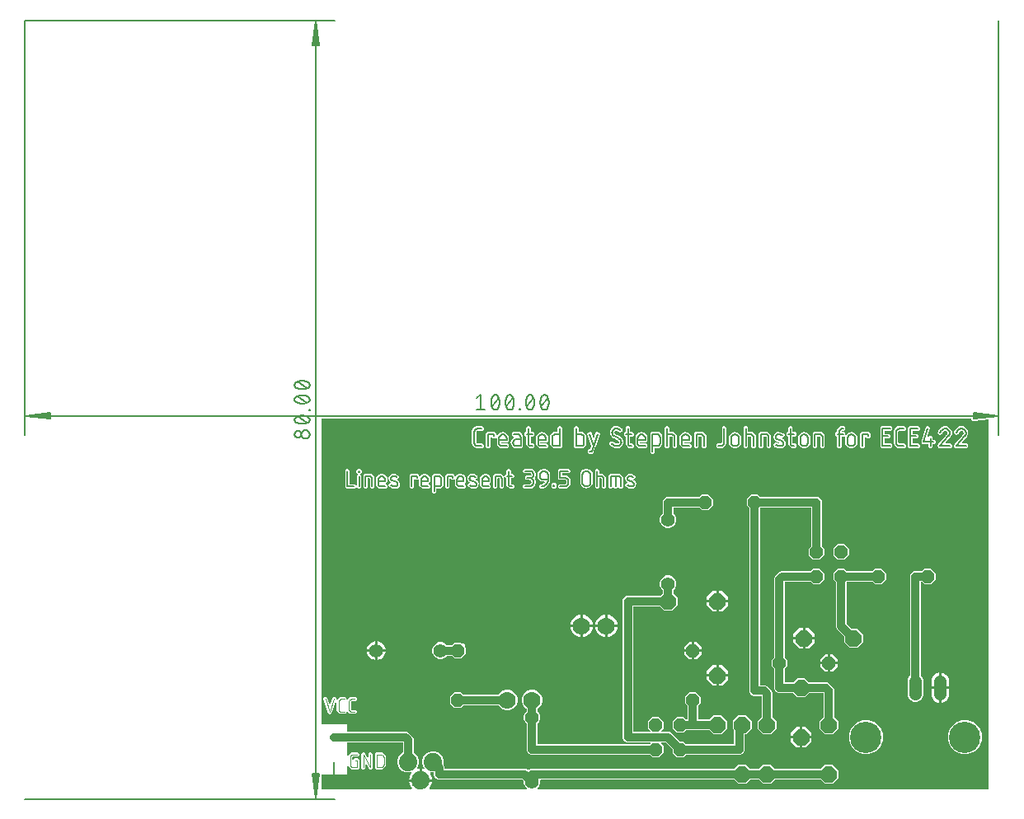
<source format=gbr>
G04 EAGLE Gerber X2 export*
%TF.Part,Single*%
%TF.FileFunction,Copper,L1,Top,Mixed*%
%TF.FilePolarity,Positive*%
%TF.GenerationSoftware,Autodesk,EAGLE,8.6.0*%
%TF.CreationDate,2018-02-08T23:22:40Z*%
G75*
%MOMM*%
%FSLAX34Y34*%
%LPD*%
%AMOC8*
5,1,8,0,0,1.08239X$1,22.5*%
G01*
%ADD10C,0.152400*%
%ADD11C,0.101600*%
%ADD12C,0.127000*%
%ADD13C,0.130000*%
%ADD14P,1.429621X8X202.500000*%
%ADD15P,1.429621X8X22.500000*%
%ADD16P,1.429621X8X112.500000*%
%ADD17C,1.308000*%
%ADD18C,3.216000*%
%ADD19C,1.408000*%
%ADD20P,1.814519X8X292.500000*%
%ADD21P,1.814519X8X112.500000*%
%ADD22P,1.814519X8X22.500000*%
%ADD23P,1.814519X8X202.500000*%
%ADD24C,1.778000*%
%ADD25C,1.879600*%
%ADD26C,0.812800*%

G36*
X989270Y10172D02*
X989270Y10172D01*
X989336Y10174D01*
X989379Y10192D01*
X989426Y10200D01*
X989483Y10234D01*
X989543Y10259D01*
X989578Y10290D01*
X989619Y10315D01*
X989661Y10366D01*
X989709Y10410D01*
X989731Y10452D01*
X989760Y10489D01*
X989781Y10551D01*
X989812Y10610D01*
X989820Y10664D01*
X989832Y10701D01*
X989831Y10741D01*
X989839Y10795D01*
X989839Y389591D01*
X989821Y389694D01*
X989805Y389798D01*
X989801Y389805D01*
X989800Y389812D01*
X989746Y389903D01*
X989695Y389994D01*
X989689Y389999D01*
X989685Y390005D01*
X989604Y390072D01*
X989524Y390139D01*
X989517Y390142D01*
X989511Y390147D01*
X989412Y390180D01*
X989313Y390216D01*
X989305Y390216D01*
X989299Y390219D01*
X989261Y390217D01*
X989126Y390221D01*
X975226Y388470D01*
X975224Y388469D01*
X975221Y388469D01*
X975116Y388436D01*
X975012Y388403D01*
X975010Y388402D01*
X975008Y388401D01*
X974916Y388333D01*
X974176Y388333D01*
X974143Y388327D01*
X974097Y388328D01*
X973360Y388235D01*
X973324Y388253D01*
X973228Y388304D01*
X973225Y388304D01*
X973223Y388305D01*
X973110Y388322D01*
X972587Y388845D01*
X972559Y388865D01*
X972527Y388898D01*
X971940Y389353D01*
X971928Y389392D01*
X971896Y389495D01*
X971894Y389497D01*
X971893Y389500D01*
X971825Y389592D01*
X971825Y390331D01*
X971819Y390365D01*
X971820Y390411D01*
X971796Y390604D01*
X971788Y390629D01*
X971787Y390656D01*
X971755Y390736D01*
X971729Y390818D01*
X971713Y390839D01*
X971703Y390863D01*
X971645Y390927D01*
X971592Y390996D01*
X971569Y391010D01*
X971552Y391029D01*
X971475Y391069D01*
X971401Y391114D01*
X971375Y391120D01*
X971352Y391132D01*
X971219Y391151D01*
X971181Y391159D01*
X971175Y391158D01*
X971167Y391159D01*
X304800Y391159D01*
X304735Y391148D01*
X304669Y391146D01*
X304626Y391128D01*
X304579Y391120D01*
X304522Y391086D01*
X304462Y391061D01*
X304427Y391030D01*
X304386Y391005D01*
X304345Y390954D01*
X304296Y390910D01*
X304274Y390868D01*
X304245Y390831D01*
X304224Y390769D01*
X304193Y390710D01*
X304185Y390656D01*
X304173Y390619D01*
X304174Y390579D01*
X304166Y390525D01*
X304166Y77597D01*
X304177Y77532D01*
X304179Y77466D01*
X304197Y77423D01*
X304205Y77376D01*
X304239Y77319D01*
X304264Y77259D01*
X304295Y77224D01*
X304320Y77183D01*
X304371Y77141D01*
X304415Y77093D01*
X304457Y77071D01*
X304494Y77042D01*
X304556Y77021D01*
X304615Y76990D01*
X304669Y76982D01*
X304706Y76970D01*
X304746Y76971D01*
X304800Y76963D01*
X330516Y76963D01*
X330963Y76516D01*
X330963Y69723D01*
X330974Y69658D01*
X330976Y69592D01*
X330994Y69549D01*
X331002Y69502D01*
X331036Y69445D01*
X331061Y69385D01*
X331092Y69350D01*
X331117Y69309D01*
X331168Y69267D01*
X331212Y69219D01*
X331254Y69197D01*
X331291Y69168D01*
X331353Y69147D01*
X331412Y69116D01*
X331466Y69108D01*
X331503Y69096D01*
X331543Y69097D01*
X331597Y69089D01*
X391637Y69089D01*
X393691Y68238D01*
X398438Y63491D01*
X399289Y61437D01*
X399289Y48032D01*
X399298Y47978D01*
X399298Y47924D01*
X399318Y47869D01*
X399328Y47811D01*
X399356Y47764D01*
X399374Y47713D01*
X399413Y47668D01*
X399443Y47618D01*
X399485Y47583D01*
X399520Y47542D01*
X399581Y47505D01*
X399617Y47476D01*
X399646Y47466D01*
X399680Y47446D01*
X399887Y47360D01*
X402960Y44287D01*
X404623Y40273D01*
X404623Y35927D01*
X402960Y31913D01*
X402713Y31666D01*
X402670Y31604D01*
X402620Y31547D01*
X402606Y31512D01*
X402585Y31482D01*
X402566Y31409D01*
X402539Y31338D01*
X402539Y31301D01*
X402529Y31265D01*
X402537Y31189D01*
X402536Y31113D01*
X402549Y31079D01*
X402553Y31042D01*
X402586Y30973D01*
X402612Y30902D01*
X402636Y30874D01*
X402652Y30841D01*
X402707Y30788D01*
X402756Y30730D01*
X402788Y30712D01*
X402815Y30687D01*
X402886Y30657D01*
X402952Y30620D01*
X402988Y30614D01*
X403022Y30599D01*
X403098Y30596D01*
X403173Y30584D01*
X403215Y30591D01*
X403246Y30589D01*
X403290Y30603D01*
X403358Y30615D01*
X403604Y30695D01*
X405131Y30937D01*
X405131Y25072D01*
X405147Y24984D01*
X405156Y24896D01*
X405166Y24875D01*
X405170Y24851D01*
X405216Y24774D01*
X405255Y24695D01*
X405272Y24679D01*
X405285Y24658D01*
X405354Y24602D01*
X405418Y24541D01*
X405440Y24532D01*
X405459Y24517D01*
X405543Y24488D01*
X405625Y24454D01*
X405649Y24452D01*
X405671Y24445D01*
X405760Y24448D01*
X405849Y24444D01*
X405872Y24451D01*
X405896Y24452D01*
X405978Y24485D01*
X406063Y24512D01*
X406084Y24528D01*
X406103Y24536D01*
X406141Y24570D01*
X406214Y24624D01*
X407483Y25894D01*
X407508Y25929D01*
X407539Y25957D01*
X407571Y26020D01*
X407612Y26078D01*
X407622Y26119D01*
X407642Y26157D01*
X407655Y26246D01*
X407667Y26295D01*
X407665Y26316D01*
X407669Y26342D01*
X407669Y30937D01*
X409196Y30695D01*
X409442Y30615D01*
X409517Y30604D01*
X409591Y30585D01*
X409628Y30589D01*
X409664Y30584D01*
X409739Y30601D01*
X409814Y30609D01*
X409847Y30625D01*
X409883Y30633D01*
X409947Y30674D01*
X410015Y30708D01*
X410041Y30735D01*
X410072Y30755D01*
X410117Y30816D01*
X410169Y30871D01*
X410184Y30905D01*
X410206Y30935D01*
X410227Y31008D01*
X410257Y31078D01*
X410258Y31115D01*
X410269Y31150D01*
X410263Y31226D01*
X410267Y31302D01*
X410255Y31337D01*
X410253Y31374D01*
X410221Y31443D01*
X410198Y31516D01*
X410173Y31549D01*
X410160Y31578D01*
X410128Y31611D01*
X410087Y31666D01*
X409840Y31913D01*
X408177Y35927D01*
X408177Y40273D01*
X409840Y44287D01*
X412913Y47360D01*
X416927Y49023D01*
X421273Y49023D01*
X425287Y47360D01*
X428360Y44287D01*
X430023Y40273D01*
X430023Y35927D01*
X429937Y35720D01*
X429925Y35668D01*
X429904Y35618D01*
X429902Y35559D01*
X429889Y35501D01*
X429897Y35448D01*
X429894Y35393D01*
X429912Y35337D01*
X429921Y35279D01*
X429946Y35231D01*
X429963Y35180D01*
X430005Y35123D01*
X430027Y35082D01*
X430051Y35062D01*
X430075Y35029D01*
X430188Y34916D01*
X431039Y32862D01*
X431039Y31623D01*
X431050Y31558D01*
X431052Y31492D01*
X431070Y31449D01*
X431078Y31402D01*
X431112Y31345D01*
X431137Y31285D01*
X431168Y31250D01*
X431193Y31209D01*
X431244Y31167D01*
X431288Y31119D01*
X431330Y31097D01*
X431367Y31068D01*
X431429Y31047D01*
X431488Y31016D01*
X431542Y31008D01*
X431579Y30996D01*
X431619Y30997D01*
X431673Y30989D01*
X514212Y30989D01*
X516266Y30138D01*
X516451Y29952D01*
X516506Y29915D01*
X516553Y29869D01*
X516597Y29851D01*
X516636Y29824D01*
X516699Y29808D01*
X516760Y29782D01*
X516807Y29780D01*
X516853Y29768D01*
X516918Y29775D01*
X516984Y29772D01*
X517029Y29786D01*
X517076Y29791D01*
X517135Y29820D01*
X517198Y29841D01*
X517242Y29873D01*
X517277Y29891D01*
X517304Y29919D01*
X517348Y29952D01*
X517534Y30138D01*
X519588Y30989D01*
X727916Y30989D01*
X727958Y30996D01*
X728000Y30994D01*
X728067Y31016D01*
X728137Y31028D01*
X728173Y31050D01*
X728214Y31063D01*
X728286Y31117D01*
X728330Y31143D01*
X728343Y31159D01*
X728364Y31175D01*
X732496Y35307D01*
X740704Y35307D01*
X744836Y31175D01*
X744870Y31150D01*
X744899Y31119D01*
X744962Y31087D01*
X745020Y31046D01*
X745061Y31036D01*
X745099Y31016D01*
X745188Y31003D01*
X745237Y30990D01*
X745258Y30993D01*
X745284Y30989D01*
X753316Y30989D01*
X753358Y30996D01*
X753400Y30994D01*
X753467Y31016D01*
X753537Y31028D01*
X753573Y31050D01*
X753614Y31063D01*
X753686Y31117D01*
X753730Y31143D01*
X753743Y31159D01*
X753764Y31175D01*
X757896Y35307D01*
X766104Y35307D01*
X770236Y31175D01*
X770271Y31150D01*
X770299Y31119D01*
X770362Y31087D01*
X770420Y31046D01*
X770461Y31036D01*
X770499Y31016D01*
X770588Y31003D01*
X770637Y30990D01*
X770658Y30993D01*
X770684Y30989D01*
X816816Y30989D01*
X816858Y30996D01*
X816900Y30994D01*
X816967Y31016D01*
X817037Y31028D01*
X817073Y31050D01*
X817114Y31063D01*
X817186Y31117D01*
X817230Y31143D01*
X817243Y31159D01*
X817264Y31175D01*
X821396Y35307D01*
X829604Y35307D01*
X835407Y29504D01*
X835407Y21296D01*
X829604Y15493D01*
X821396Y15493D01*
X817264Y19625D01*
X817229Y19650D01*
X817201Y19681D01*
X817138Y19713D01*
X817080Y19754D01*
X817039Y19764D01*
X817001Y19784D01*
X816912Y19797D01*
X816863Y19810D01*
X816842Y19807D01*
X816816Y19811D01*
X770684Y19811D01*
X770642Y19804D01*
X770600Y19806D01*
X770533Y19784D01*
X770463Y19772D01*
X770427Y19750D01*
X770386Y19737D01*
X770314Y19683D01*
X770270Y19657D01*
X770257Y19641D01*
X770236Y19625D01*
X766104Y15493D01*
X757896Y15493D01*
X753764Y19625D01*
X753729Y19650D01*
X753701Y19681D01*
X753638Y19713D01*
X753580Y19754D01*
X753539Y19764D01*
X753501Y19784D01*
X753412Y19797D01*
X753363Y19810D01*
X753342Y19807D01*
X753316Y19811D01*
X745284Y19811D01*
X745242Y19804D01*
X745200Y19806D01*
X745133Y19784D01*
X745063Y19772D01*
X745027Y19750D01*
X744986Y19737D01*
X744914Y19683D01*
X744870Y19657D01*
X744857Y19641D01*
X744836Y19625D01*
X740704Y15493D01*
X732496Y15493D01*
X728364Y19625D01*
X728330Y19650D01*
X728301Y19681D01*
X728238Y19713D01*
X728180Y19754D01*
X728139Y19764D01*
X728101Y19784D01*
X728012Y19797D01*
X727963Y19810D01*
X727942Y19807D01*
X727916Y19811D01*
X529899Y19811D01*
X529834Y19800D01*
X529768Y19798D01*
X529725Y19780D01*
X529678Y19772D01*
X529621Y19738D01*
X529561Y19713D01*
X529526Y19682D01*
X529485Y19657D01*
X529443Y19606D01*
X529395Y19562D01*
X529373Y19520D01*
X529344Y19483D01*
X529323Y19421D01*
X529292Y19362D01*
X529284Y19308D01*
X529272Y19271D01*
X529273Y19231D01*
X529265Y19177D01*
X529265Y16096D01*
X527961Y12948D01*
X526256Y11243D01*
X526205Y11170D01*
X526149Y11101D01*
X526141Y11079D01*
X526128Y11059D01*
X526106Y10973D01*
X526077Y10889D01*
X526078Y10865D01*
X526072Y10842D01*
X526081Y10753D01*
X526084Y10664D01*
X526093Y10642D01*
X526095Y10619D01*
X526135Y10539D01*
X526168Y10457D01*
X526184Y10439D01*
X526194Y10418D01*
X526259Y10357D01*
X526319Y10291D01*
X526340Y10280D01*
X526358Y10264D01*
X526440Y10229D01*
X526519Y10188D01*
X526545Y10185D01*
X526564Y10176D01*
X526615Y10174D01*
X526704Y10161D01*
X989205Y10161D01*
X989270Y10172D01*
G37*
%LPC*%
G36*
X644333Y42671D02*
X644333Y42671D01*
X641979Y45025D01*
X641944Y45050D01*
X641915Y45081D01*
X641852Y45113D01*
X641795Y45154D01*
X641753Y45164D01*
X641716Y45184D01*
X641626Y45197D01*
X641577Y45210D01*
X641556Y45207D01*
X641530Y45211D01*
X519588Y45211D01*
X517534Y46062D01*
X515962Y47634D01*
X515111Y49688D01*
X515111Y51912D01*
X515208Y52145D01*
X515217Y52186D01*
X515235Y52225D01*
X515241Y52295D01*
X515256Y52364D01*
X515250Y52406D01*
X515253Y52448D01*
X515231Y52536D01*
X515224Y52586D01*
X515214Y52605D01*
X515208Y52630D01*
X515111Y52863D01*
X515111Y77014D01*
X515104Y77055D01*
X515106Y77098D01*
X515084Y77165D01*
X515072Y77234D01*
X515050Y77271D01*
X515037Y77311D01*
X514983Y77384D01*
X514957Y77428D01*
X514941Y77441D01*
X514925Y77462D01*
X513439Y78948D01*
X512135Y82096D01*
X512135Y85504D01*
X513439Y88652D01*
X514925Y90138D01*
X514950Y90173D01*
X514981Y90201D01*
X515013Y90264D01*
X515054Y90322D01*
X515064Y90363D01*
X515084Y90401D01*
X515097Y90491D01*
X515110Y90539D01*
X515107Y90560D01*
X515111Y90586D01*
X515111Y92218D01*
X515102Y92272D01*
X515102Y92326D01*
X515082Y92381D01*
X515072Y92439D01*
X515044Y92486D01*
X515026Y92537D01*
X514987Y92582D01*
X514957Y92632D01*
X514915Y92666D01*
X514880Y92708D01*
X514838Y92733D01*
X511871Y95700D01*
X510285Y99528D01*
X510285Y103672D01*
X511871Y107500D01*
X514800Y110429D01*
X518628Y112015D01*
X522772Y112015D01*
X526600Y110429D01*
X529529Y107500D01*
X531115Y103672D01*
X531115Y99528D01*
X529529Y95700D01*
X526571Y92743D01*
X526541Y92715D01*
X526492Y92683D01*
X526459Y92640D01*
X526419Y92603D01*
X526392Y92551D01*
X526357Y92504D01*
X526341Y92452D01*
X526316Y92404D01*
X526306Y92333D01*
X526293Y92289D01*
X526295Y92258D01*
X526289Y92218D01*
X526289Y90586D01*
X526296Y90545D01*
X526294Y90502D01*
X526316Y90435D01*
X526328Y90366D01*
X526350Y90329D01*
X526363Y90289D01*
X526417Y90216D01*
X526443Y90172D01*
X526459Y90159D01*
X526475Y90138D01*
X527961Y88652D01*
X529265Y85504D01*
X529265Y82096D01*
X527961Y78948D01*
X526475Y77462D01*
X526450Y77427D01*
X526419Y77399D01*
X526387Y77336D01*
X526346Y77278D01*
X526336Y77237D01*
X526316Y77199D01*
X526303Y77109D01*
X526290Y77061D01*
X526293Y77040D01*
X526289Y77014D01*
X526289Y57023D01*
X526300Y56958D01*
X526302Y56892D01*
X526320Y56849D01*
X526328Y56802D01*
X526362Y56745D01*
X526387Y56685D01*
X526418Y56650D01*
X526443Y56609D01*
X526494Y56567D01*
X526538Y56519D01*
X526580Y56497D01*
X526617Y56468D01*
X526679Y56447D01*
X526738Y56416D01*
X526792Y56408D01*
X526829Y56396D01*
X526869Y56397D01*
X526923Y56389D01*
X641530Y56389D01*
X641572Y56396D01*
X641614Y56394D01*
X641682Y56416D01*
X641751Y56428D01*
X641788Y56450D01*
X641828Y56463D01*
X641901Y56517D01*
X641944Y56543D01*
X641957Y56559D01*
X641979Y56574D01*
X642233Y56829D01*
X642284Y56902D01*
X642340Y56971D01*
X642347Y56993D01*
X642361Y57013D01*
X642383Y57099D01*
X642412Y57183D01*
X642411Y57207D01*
X642417Y57230D01*
X642408Y57319D01*
X642405Y57408D01*
X642396Y57429D01*
X642394Y57453D01*
X642354Y57533D01*
X642321Y57615D01*
X642305Y57633D01*
X642294Y57654D01*
X642229Y57715D01*
X642169Y57781D01*
X642148Y57792D01*
X642131Y57808D01*
X642049Y57843D01*
X641970Y57884D01*
X641944Y57887D01*
X641924Y57896D01*
X641874Y57898D01*
X641784Y57911D01*
X618013Y57911D01*
X615959Y58762D01*
X614387Y60334D01*
X613536Y62388D01*
X613536Y204312D01*
X614387Y206366D01*
X615959Y207938D01*
X618013Y208789D01*
X651716Y208789D01*
X651758Y208796D01*
X651800Y208794D01*
X651867Y208816D01*
X651937Y208828D01*
X651973Y208850D01*
X652014Y208863D01*
X652086Y208917D01*
X652130Y208943D01*
X652143Y208959D01*
X652164Y208975D01*
X654626Y211436D01*
X654650Y211471D01*
X654681Y211499D01*
X654713Y211562D01*
X654754Y211620D01*
X654764Y211661D01*
X654784Y211699D01*
X654797Y211788D01*
X654810Y211837D01*
X654807Y211858D01*
X654811Y211884D01*
X654811Y214214D01*
X654804Y214255D01*
X654806Y214298D01*
X654784Y214365D01*
X654772Y214434D01*
X654750Y214471D01*
X654737Y214511D01*
X654683Y214584D01*
X654657Y214628D01*
X654641Y214641D01*
X654625Y214662D01*
X653139Y216148D01*
X651835Y219296D01*
X651835Y222704D01*
X653139Y225852D01*
X655548Y228261D01*
X658696Y229565D01*
X662104Y229565D01*
X665252Y228261D01*
X667661Y225852D01*
X668965Y222704D01*
X668965Y219296D01*
X667661Y216148D01*
X666175Y214662D01*
X666150Y214627D01*
X666119Y214599D01*
X666087Y214536D01*
X666046Y214478D01*
X666036Y214437D01*
X666016Y214399D01*
X666003Y214309D01*
X665990Y214261D01*
X665993Y214240D01*
X665989Y214214D01*
X665989Y211884D01*
X665996Y211842D01*
X665994Y211800D01*
X666016Y211733D01*
X666028Y211663D01*
X666050Y211627D01*
X666063Y211586D01*
X666117Y211514D01*
X666143Y211470D01*
X666159Y211457D01*
X666175Y211436D01*
X670307Y207304D01*
X670307Y199096D01*
X664504Y193293D01*
X656296Y193293D01*
X652164Y197425D01*
X652130Y197450D01*
X652101Y197481D01*
X652038Y197513D01*
X651980Y197554D01*
X651939Y197564D01*
X651901Y197584D01*
X651812Y197597D01*
X651763Y197610D01*
X651742Y197607D01*
X651716Y197611D01*
X625348Y197611D01*
X625283Y197600D01*
X625217Y197598D01*
X625174Y197580D01*
X625127Y197572D01*
X625070Y197538D01*
X625010Y197513D01*
X624975Y197482D01*
X624934Y197457D01*
X624892Y197406D01*
X624844Y197362D01*
X624822Y197320D01*
X624793Y197283D01*
X624772Y197221D01*
X624741Y197162D01*
X624733Y197108D01*
X624721Y197071D01*
X624722Y197031D01*
X624714Y196977D01*
X624714Y69723D01*
X624725Y69658D01*
X624727Y69592D01*
X624745Y69549D01*
X624753Y69502D01*
X624787Y69445D01*
X624812Y69385D01*
X624843Y69350D01*
X624868Y69309D01*
X624919Y69267D01*
X624963Y69219D01*
X625005Y69197D01*
X625042Y69168D01*
X625104Y69147D01*
X625163Y69116D01*
X625217Y69108D01*
X625254Y69096D01*
X625294Y69097D01*
X625348Y69089D01*
X641784Y69089D01*
X641872Y69105D01*
X641961Y69114D01*
X641982Y69124D01*
X642005Y69128D01*
X642082Y69174D01*
X642162Y69213D01*
X642178Y69230D01*
X642198Y69243D01*
X642254Y69312D01*
X642316Y69376D01*
X642325Y69398D01*
X642340Y69417D01*
X642368Y69501D01*
X642403Y69583D01*
X642404Y69607D01*
X642412Y69629D01*
X642409Y69718D01*
X642413Y69807D01*
X642406Y69830D01*
X642405Y69854D01*
X642372Y69936D01*
X642344Y70021D01*
X642329Y70042D01*
X642321Y70061D01*
X642287Y70099D01*
X642233Y70171D01*
X639571Y72833D01*
X639571Y79567D01*
X644333Y84329D01*
X651067Y84329D01*
X655829Y79567D01*
X655829Y72833D01*
X653167Y70171D01*
X653116Y70098D01*
X653060Y70029D01*
X653053Y70007D01*
X653039Y69987D01*
X653017Y69901D01*
X652988Y69817D01*
X652989Y69793D01*
X652983Y69770D01*
X652992Y69681D01*
X652995Y69592D01*
X653004Y69570D01*
X653006Y69547D01*
X653046Y69467D01*
X653079Y69385D01*
X653095Y69367D01*
X653106Y69346D01*
X653171Y69285D01*
X653231Y69219D01*
X653252Y69208D01*
X653269Y69192D01*
X653351Y69157D01*
X653430Y69116D01*
X653456Y69113D01*
X653476Y69104D01*
X653526Y69102D01*
X653616Y69089D01*
X661512Y69089D01*
X663566Y68238D01*
X672689Y59115D01*
X672724Y59090D01*
X672753Y59059D01*
X672816Y59027D01*
X672873Y58986D01*
X672914Y58976D01*
X672952Y58956D01*
X673042Y58943D01*
X673091Y58930D01*
X673111Y58933D01*
X673138Y58929D01*
X676467Y58929D01*
X678821Y56575D01*
X678856Y56550D01*
X678885Y56519D01*
X678948Y56487D01*
X679005Y56446D01*
X679047Y56436D01*
X679084Y56416D01*
X679174Y56403D01*
X679223Y56390D01*
X679244Y56393D01*
X679270Y56389D01*
X727202Y56389D01*
X727267Y56400D01*
X727333Y56402D01*
X727376Y56420D01*
X727423Y56428D01*
X727480Y56462D01*
X727540Y56487D01*
X727575Y56518D01*
X727616Y56543D01*
X727658Y56594D01*
X727706Y56638D01*
X727728Y56680D01*
X727757Y56717D01*
X727778Y56779D01*
X727809Y56838D01*
X727817Y56892D01*
X727829Y56929D01*
X727828Y56969D01*
X727836Y57023D01*
X727836Y70691D01*
X727829Y70733D01*
X727831Y70775D01*
X727809Y70842D01*
X727797Y70912D01*
X727775Y70948D01*
X727762Y70989D01*
X727708Y71061D01*
X727682Y71105D01*
X727666Y71118D01*
X727650Y71139D01*
X726693Y72096D01*
X726693Y80304D01*
X732496Y86107D01*
X740704Y86107D01*
X746507Y80304D01*
X746507Y72096D01*
X740704Y66293D01*
X739648Y66293D01*
X739583Y66282D01*
X739517Y66280D01*
X739474Y66262D01*
X739427Y66254D01*
X739370Y66220D01*
X739310Y66195D01*
X739275Y66164D01*
X739234Y66139D01*
X739192Y66088D01*
X739144Y66044D01*
X739122Y66002D01*
X739093Y65965D01*
X739072Y65903D01*
X739041Y65844D01*
X739033Y65790D01*
X739021Y65753D01*
X739022Y65713D01*
X739014Y65659D01*
X739014Y49688D01*
X738163Y47634D01*
X736591Y46062D01*
X734537Y45211D01*
X679270Y45211D01*
X679228Y45204D01*
X679186Y45206D01*
X679118Y45184D01*
X679049Y45172D01*
X679012Y45150D01*
X678972Y45137D01*
X678899Y45083D01*
X678856Y45057D01*
X678842Y45041D01*
X678821Y45025D01*
X676467Y42671D01*
X669733Y42671D01*
X664971Y47433D01*
X664971Y50762D01*
X664964Y50804D01*
X664966Y50847D01*
X664958Y50870D01*
X664958Y50883D01*
X664943Y50919D01*
X664932Y50983D01*
X664910Y51020D01*
X664897Y51060D01*
X664843Y51133D01*
X664817Y51176D01*
X664801Y51190D01*
X664785Y51211D01*
X658271Y57725D01*
X658236Y57750D01*
X658207Y57781D01*
X658144Y57813D01*
X658087Y57854D01*
X658046Y57864D01*
X658008Y57884D01*
X657918Y57897D01*
X657869Y57910D01*
X657849Y57907D01*
X657822Y57911D01*
X653616Y57911D01*
X653528Y57895D01*
X653439Y57886D01*
X653418Y57876D01*
X653395Y57872D01*
X653318Y57826D01*
X653238Y57787D01*
X653222Y57770D01*
X653202Y57757D01*
X653146Y57688D01*
X653084Y57624D01*
X653075Y57602D01*
X653060Y57583D01*
X653032Y57499D01*
X652997Y57417D01*
X652996Y57393D01*
X652988Y57371D01*
X652991Y57282D01*
X652987Y57193D01*
X652994Y57170D01*
X652995Y57146D01*
X653028Y57064D01*
X653056Y56979D01*
X653071Y56958D01*
X653079Y56939D01*
X653113Y56901D01*
X653167Y56829D01*
X655829Y54167D01*
X655829Y47433D01*
X651067Y42671D01*
X644333Y42671D01*
G37*
%LPD*%
%LPC*%
G36*
X757896Y66293D02*
X757896Y66293D01*
X752093Y72096D01*
X752093Y80304D01*
X756225Y84436D01*
X756250Y84471D01*
X756281Y84499D01*
X756313Y84562D01*
X756354Y84620D01*
X756364Y84661D01*
X756384Y84699D01*
X756397Y84788D01*
X756410Y84837D01*
X756407Y84858D01*
X756411Y84884D01*
X756411Y104902D01*
X756400Y104967D01*
X756398Y105033D01*
X756380Y105076D01*
X756372Y105123D01*
X756338Y105180D01*
X756313Y105240D01*
X756282Y105275D01*
X756257Y105316D01*
X756206Y105358D01*
X756162Y105406D01*
X756120Y105428D01*
X756083Y105457D01*
X756021Y105478D01*
X755962Y105509D01*
X755908Y105517D01*
X755871Y105529D01*
X755831Y105528D01*
X755777Y105536D01*
X748188Y105536D01*
X746134Y106387D01*
X744562Y107959D01*
X743711Y110013D01*
X743711Y112237D01*
X743808Y112470D01*
X743817Y112511D01*
X743835Y112550D01*
X743841Y112620D01*
X743856Y112689D01*
X743850Y112731D01*
X743853Y112773D01*
X743831Y112861D01*
X743824Y112911D01*
X743814Y112930D01*
X743808Y112955D01*
X743711Y113188D01*
X743711Y298630D01*
X743704Y298672D01*
X743706Y298714D01*
X743684Y298782D01*
X743672Y298851D01*
X743650Y298888D01*
X743637Y298928D01*
X743583Y299001D01*
X743557Y299044D01*
X743541Y299058D01*
X743525Y299079D01*
X741171Y301433D01*
X741171Y308167D01*
X745933Y312929D01*
X752667Y312929D01*
X755021Y310575D01*
X755056Y310550D01*
X755085Y310519D01*
X755148Y310487D01*
X755205Y310446D01*
X755247Y310436D01*
X755284Y310416D01*
X755374Y310403D01*
X755423Y310390D01*
X755444Y310393D01*
X755470Y310389D01*
X810737Y310389D01*
X810970Y310292D01*
X811011Y310283D01*
X811050Y310265D01*
X811120Y310259D01*
X811189Y310244D01*
X811231Y310250D01*
X811273Y310247D01*
X811361Y310269D01*
X811411Y310276D01*
X811430Y310286D01*
X811455Y310292D01*
X811688Y310389D01*
X813912Y310389D01*
X815966Y309538D01*
X817538Y307966D01*
X818389Y305912D01*
X818389Y260170D01*
X818396Y260128D01*
X818394Y260086D01*
X818416Y260018D01*
X818428Y259949D01*
X818450Y259912D01*
X818463Y259872D01*
X818517Y259799D01*
X818543Y259756D01*
X818559Y259742D01*
X818575Y259721D01*
X820929Y257367D01*
X820929Y250633D01*
X816167Y245871D01*
X809433Y245871D01*
X804671Y250633D01*
X804671Y257367D01*
X807025Y259721D01*
X807050Y259756D01*
X807081Y259785D01*
X807113Y259848D01*
X807154Y259905D01*
X807164Y259947D01*
X807184Y259984D01*
X807197Y260074D01*
X807210Y260123D01*
X807207Y260144D01*
X807211Y260170D01*
X807211Y298577D01*
X807200Y298642D01*
X807198Y298708D01*
X807180Y298751D01*
X807172Y298798D01*
X807138Y298855D01*
X807113Y298915D01*
X807082Y298950D01*
X807057Y298991D01*
X807006Y299033D01*
X806962Y299081D01*
X806920Y299103D01*
X806883Y299132D01*
X806821Y299153D01*
X806762Y299184D01*
X806708Y299192D01*
X806671Y299204D01*
X806631Y299203D01*
X806577Y299211D01*
X755523Y299211D01*
X755458Y299200D01*
X755392Y299198D01*
X755349Y299180D01*
X755302Y299172D01*
X755245Y299138D01*
X755185Y299113D01*
X755150Y299082D01*
X755109Y299057D01*
X755067Y299006D01*
X755019Y298962D01*
X754997Y298920D01*
X754968Y298883D01*
X754947Y298821D01*
X754916Y298762D01*
X754908Y298708D01*
X754896Y298671D01*
X754897Y298631D01*
X754889Y298577D01*
X754889Y117348D01*
X754900Y117283D01*
X754902Y117217D01*
X754920Y117174D01*
X754928Y117127D01*
X754962Y117070D01*
X754987Y117010D01*
X755018Y116975D01*
X755043Y116934D01*
X755094Y116892D01*
X755138Y116844D01*
X755180Y116822D01*
X755217Y116793D01*
X755279Y116772D01*
X755338Y116741D01*
X755392Y116733D01*
X755429Y116721D01*
X755469Y116722D01*
X755523Y116714D01*
X759937Y116714D01*
X761991Y115863D01*
X766738Y111116D01*
X767589Y109062D01*
X767589Y84884D01*
X767596Y84842D01*
X767594Y84800D01*
X767616Y84733D01*
X767628Y84663D01*
X767650Y84627D01*
X767663Y84586D01*
X767717Y84514D01*
X767743Y84470D01*
X767759Y84457D01*
X767775Y84436D01*
X771907Y80304D01*
X771907Y72096D01*
X766104Y66293D01*
X757896Y66293D01*
G37*
%LPD*%
%LPC*%
G36*
X821396Y66293D02*
X821396Y66293D01*
X815593Y72096D01*
X815593Y80304D01*
X819725Y84436D01*
X819750Y84471D01*
X819781Y84499D01*
X819813Y84562D01*
X819854Y84620D01*
X819864Y84661D01*
X819884Y84699D01*
X819897Y84788D01*
X819910Y84837D01*
X819907Y84858D01*
X819911Y84884D01*
X819911Y108077D01*
X819900Y108142D01*
X819898Y108208D01*
X819880Y108251D01*
X819872Y108298D01*
X819838Y108355D01*
X819813Y108415D01*
X819782Y108450D01*
X819757Y108491D01*
X819706Y108533D01*
X819662Y108581D01*
X819620Y108603D01*
X819583Y108632D01*
X819521Y108653D01*
X819462Y108684D01*
X819408Y108692D01*
X819371Y108704D01*
X819331Y108703D01*
X819277Y108711D01*
X805609Y108711D01*
X805567Y108704D01*
X805525Y108706D01*
X805458Y108684D01*
X805388Y108672D01*
X805352Y108650D01*
X805311Y108637D01*
X805239Y108583D01*
X805195Y108557D01*
X805182Y108541D01*
X805161Y108525D01*
X801029Y104393D01*
X792821Y104393D01*
X788689Y108525D01*
X788655Y108550D01*
X788626Y108581D01*
X788563Y108613D01*
X788505Y108654D01*
X788464Y108664D01*
X788426Y108684D01*
X788337Y108697D01*
X788288Y108710D01*
X788267Y108707D01*
X788241Y108711D01*
X773588Y108711D01*
X771534Y109562D01*
X769962Y111134D01*
X769111Y113188D01*
X769111Y133530D01*
X769104Y133572D01*
X769106Y133614D01*
X769084Y133682D01*
X769072Y133751D01*
X769050Y133788D01*
X769037Y133828D01*
X768983Y133901D01*
X768957Y133944D01*
X768941Y133958D01*
X768925Y133979D01*
X766571Y136333D01*
X766571Y143067D01*
X768925Y145421D01*
X768950Y145456D01*
X768981Y145485D01*
X769013Y145548D01*
X769054Y145605D01*
X769064Y145647D01*
X769084Y145684D01*
X769097Y145774D01*
X769098Y145778D01*
X769104Y145797D01*
X769104Y145802D01*
X769110Y145823D01*
X769107Y145844D01*
X769111Y145870D01*
X769111Y226537D01*
X769962Y228591D01*
X774709Y233338D01*
X776763Y234189D01*
X806630Y234189D01*
X806672Y234196D01*
X806714Y234194D01*
X806782Y234216D01*
X806851Y234228D01*
X806888Y234250D01*
X806928Y234263D01*
X807001Y234317D01*
X807044Y234343D01*
X807058Y234359D01*
X807079Y234375D01*
X809433Y236729D01*
X816167Y236729D01*
X820929Y231967D01*
X820929Y225233D01*
X816167Y220471D01*
X809433Y220471D01*
X807079Y222825D01*
X807044Y222850D01*
X807015Y222881D01*
X806952Y222913D01*
X806895Y222954D01*
X806853Y222964D01*
X806816Y222984D01*
X806726Y222997D01*
X806677Y223010D01*
X806656Y223007D01*
X806630Y223011D01*
X780923Y223011D01*
X780858Y223000D01*
X780792Y222998D01*
X780749Y222980D01*
X780702Y222972D01*
X780645Y222938D01*
X780585Y222913D01*
X780550Y222882D01*
X780509Y222857D01*
X780467Y222806D01*
X780419Y222762D01*
X780397Y222720D01*
X780368Y222683D01*
X780347Y222621D01*
X780316Y222562D01*
X780308Y222508D01*
X780296Y222471D01*
X780297Y222431D01*
X780289Y222377D01*
X780289Y145870D01*
X780296Y145828D01*
X780294Y145786D01*
X780302Y145761D01*
X780302Y145760D01*
X780304Y145756D01*
X780316Y145718D01*
X780328Y145649D01*
X780350Y145612D01*
X780363Y145572D01*
X780417Y145499D01*
X780443Y145456D01*
X780459Y145442D01*
X780475Y145421D01*
X782829Y143067D01*
X782829Y136333D01*
X780475Y133979D01*
X780450Y133944D01*
X780419Y133915D01*
X780387Y133852D01*
X780346Y133795D01*
X780336Y133753D01*
X780316Y133716D01*
X780303Y133626D01*
X780290Y133577D01*
X780293Y133556D01*
X780289Y133530D01*
X780289Y120523D01*
X780300Y120458D01*
X780302Y120392D01*
X780320Y120349D01*
X780328Y120302D01*
X780362Y120245D01*
X780387Y120185D01*
X780418Y120150D01*
X780443Y120109D01*
X780494Y120067D01*
X780538Y120019D01*
X780580Y119997D01*
X780617Y119968D01*
X780679Y119947D01*
X780738Y119916D01*
X780792Y119908D01*
X780829Y119896D01*
X780869Y119897D01*
X780923Y119889D01*
X788241Y119889D01*
X788283Y119896D01*
X788325Y119894D01*
X788392Y119916D01*
X788462Y119928D01*
X788498Y119950D01*
X788539Y119963D01*
X788611Y120017D01*
X788655Y120043D01*
X788668Y120059D01*
X788689Y120075D01*
X792821Y124207D01*
X801029Y124207D01*
X805161Y120075D01*
X805195Y120050D01*
X805224Y120019D01*
X805287Y119987D01*
X805345Y119946D01*
X805386Y119936D01*
X805424Y119916D01*
X805513Y119903D01*
X805562Y119890D01*
X805583Y119893D01*
X805609Y119889D01*
X823437Y119889D01*
X825491Y119038D01*
X827063Y117466D01*
X827432Y116575D01*
X827455Y116539D01*
X827469Y116499D01*
X827515Y116446D01*
X827553Y116386D01*
X827587Y116361D01*
X827614Y116328D01*
X827692Y116282D01*
X827732Y116251D01*
X827752Y116245D01*
X827775Y116232D01*
X828666Y115863D01*
X830238Y114291D01*
X831089Y112237D01*
X831089Y84884D01*
X831096Y84842D01*
X831094Y84800D01*
X831116Y84733D01*
X831128Y84663D01*
X831150Y84627D01*
X831163Y84586D01*
X831217Y84514D01*
X831243Y84470D01*
X831259Y84457D01*
X831275Y84436D01*
X835407Y80304D01*
X835407Y72096D01*
X829604Y66293D01*
X821396Y66293D01*
G37*
%LPD*%
G36*
X396962Y10176D02*
X396962Y10176D01*
X397050Y10186D01*
X397072Y10196D01*
X397095Y10200D01*
X397172Y10246D01*
X397252Y10285D01*
X397268Y10302D01*
X397288Y10315D01*
X397344Y10384D01*
X397405Y10449D01*
X397415Y10470D01*
X397430Y10489D01*
X397458Y10573D01*
X397493Y10655D01*
X397494Y10679D01*
X397501Y10701D01*
X397499Y10790D01*
X397503Y10879D01*
X397495Y10902D01*
X397495Y10926D01*
X397461Y11008D01*
X397434Y11093D01*
X397418Y11114D01*
X397411Y11133D01*
X397376Y11171D01*
X397323Y11244D01*
X397294Y11272D01*
X396189Y12793D01*
X395336Y14467D01*
X394755Y16254D01*
X394513Y17781D01*
X399108Y17781D01*
X399150Y17788D01*
X399192Y17786D01*
X399259Y17808D01*
X399329Y17820D01*
X399365Y17842D01*
X399406Y17855D01*
X399479Y17909D01*
X399522Y17935D01*
X399535Y17951D01*
X399556Y17967D01*
X400826Y19236D01*
X400877Y19310D01*
X400933Y19379D01*
X400941Y19401D01*
X400954Y19421D01*
X400977Y19507D01*
X401005Y19591D01*
X401004Y19615D01*
X401010Y19638D01*
X401001Y19727D01*
X400998Y19815D01*
X400990Y19837D01*
X400987Y19861D01*
X400948Y19941D01*
X400914Y20023D01*
X400898Y20041D01*
X400888Y20062D01*
X400823Y20123D01*
X400763Y20189D01*
X400742Y20200D01*
X400724Y20216D01*
X400642Y20251D01*
X400563Y20292D01*
X400537Y20295D01*
X400518Y20304D01*
X400467Y20306D01*
X400378Y20319D01*
X394513Y20319D01*
X394755Y21846D01*
X395336Y23633D01*
X396189Y25307D01*
X396947Y26350D01*
X396969Y26397D01*
X397000Y26438D01*
X397018Y26497D01*
X397045Y26552D01*
X397050Y26604D01*
X397064Y26653D01*
X397060Y26714D01*
X397066Y26776D01*
X397053Y26825D01*
X397049Y26877D01*
X397024Y26933D01*
X397008Y26993D01*
X396978Y27035D01*
X396957Y27081D01*
X396914Y27125D01*
X396878Y27176D01*
X396836Y27205D01*
X396800Y27241D01*
X396744Y27267D01*
X396693Y27302D01*
X396643Y27315D01*
X396597Y27336D01*
X396535Y27341D01*
X396475Y27356D01*
X396424Y27350D01*
X396373Y27355D01*
X396300Y27336D01*
X396252Y27331D01*
X396227Y27318D01*
X396191Y27309D01*
X395873Y27177D01*
X391527Y27177D01*
X387513Y28840D01*
X384440Y31913D01*
X382777Y35927D01*
X382777Y40273D01*
X384440Y44287D01*
X387513Y47360D01*
X387720Y47446D01*
X387765Y47475D01*
X387815Y47495D01*
X387859Y47535D01*
X387909Y47567D01*
X387941Y47610D01*
X387981Y47647D01*
X388008Y47699D01*
X388043Y47746D01*
X388059Y47798D01*
X388084Y47846D01*
X388094Y47917D01*
X388107Y47961D01*
X388105Y47992D01*
X388111Y48032D01*
X388111Y57277D01*
X388100Y57342D01*
X388098Y57408D01*
X388080Y57451D01*
X388072Y57498D01*
X388038Y57555D01*
X388013Y57615D01*
X387982Y57650D01*
X387957Y57691D01*
X387906Y57733D01*
X387862Y57781D01*
X387820Y57803D01*
X387783Y57832D01*
X387721Y57853D01*
X387662Y57884D01*
X387608Y57892D01*
X387571Y57904D01*
X387531Y57903D01*
X387477Y57911D01*
X331597Y57911D01*
X331532Y57900D01*
X331466Y57898D01*
X331423Y57880D01*
X331376Y57872D01*
X331319Y57838D01*
X331259Y57813D01*
X331224Y57782D01*
X331183Y57757D01*
X331141Y57706D01*
X331093Y57662D01*
X331071Y57620D01*
X331042Y57583D01*
X331021Y57521D01*
X330990Y57462D01*
X330982Y57408D01*
X330970Y57371D01*
X330971Y57331D01*
X330963Y57277D01*
X330963Y45232D01*
X330979Y45145D01*
X330988Y45056D01*
X330998Y45035D01*
X331002Y45011D01*
X331048Y44935D01*
X331087Y44855D01*
X331104Y44839D01*
X331117Y44818D01*
X331186Y44762D01*
X331250Y44701D01*
X331272Y44692D01*
X331291Y44677D01*
X331375Y44648D01*
X331457Y44614D01*
X331481Y44613D01*
X331503Y44605D01*
X331592Y44608D01*
X331681Y44604D01*
X331704Y44611D01*
X331728Y44612D01*
X331810Y44645D01*
X331895Y44672D01*
X331916Y44688D01*
X331935Y44696D01*
X331973Y44730D01*
X332045Y44784D01*
X334760Y47499D01*
X335713Y47499D01*
X335714Y47499D01*
X342063Y47499D01*
X343253Y46308D01*
X343253Y44624D01*
X342063Y43433D01*
X336818Y43433D01*
X336771Y43425D01*
X336694Y43421D01*
X336592Y43401D01*
X336506Y43367D01*
X336418Y43339D01*
X336400Y43325D01*
X336383Y43319D01*
X336345Y43285D01*
X336267Y43227D01*
X336122Y43082D01*
X336069Y43006D01*
X336012Y42934D01*
X336004Y42913D01*
X335994Y42898D01*
X335981Y42849D01*
X335948Y42757D01*
X335928Y42655D01*
X335927Y42614D01*
X335923Y42601D01*
X335923Y42581D01*
X335916Y42531D01*
X335916Y40898D01*
X335931Y40810D01*
X335941Y40722D01*
X335951Y40700D01*
X335955Y40677D01*
X336001Y40600D01*
X336040Y40521D01*
X336057Y40504D01*
X336070Y40484D01*
X336139Y40428D01*
X336203Y40367D01*
X336225Y40358D01*
X336244Y40343D01*
X336328Y40314D01*
X336410Y40279D01*
X336434Y40278D01*
X336456Y40271D01*
X336545Y40273D01*
X336634Y40269D01*
X336657Y40277D01*
X336681Y40277D01*
X336763Y40311D01*
X336848Y40338D01*
X336869Y40354D01*
X336888Y40362D01*
X336926Y40396D01*
X336998Y40449D01*
X338177Y41628D01*
X342063Y41628D01*
X343253Y40438D01*
X343253Y31416D01*
X342063Y30225D01*
X335487Y30225D01*
X333181Y31556D01*
X332146Y33349D01*
X332108Y33395D01*
X332077Y33446D01*
X332036Y33480D01*
X332001Y33521D01*
X331950Y33550D01*
X331903Y33588D01*
X331853Y33605D01*
X331806Y33631D01*
X331747Y33640D01*
X331691Y33659D01*
X331637Y33658D01*
X331585Y33666D01*
X331526Y33655D01*
X331466Y33653D01*
X331417Y33633D01*
X331365Y33622D01*
X331314Y33591D01*
X331259Y33569D01*
X331219Y33533D01*
X331174Y33504D01*
X331137Y33457D01*
X331093Y33417D01*
X331068Y33370D01*
X331036Y33327D01*
X331018Y33271D01*
X330990Y33218D01*
X330981Y33155D01*
X330968Y33114D01*
X330970Y33079D01*
X330963Y33032D01*
X330963Y25084D01*
X330516Y24637D01*
X304800Y24637D01*
X304735Y24626D01*
X304669Y24624D01*
X304626Y24606D01*
X304579Y24598D01*
X304522Y24564D01*
X304462Y24539D01*
X304427Y24508D01*
X304386Y24483D01*
X304345Y24432D01*
X304296Y24388D01*
X304274Y24346D01*
X304245Y24309D01*
X304224Y24247D01*
X304193Y24188D01*
X304185Y24134D01*
X304173Y24097D01*
X304174Y24057D01*
X304166Y24003D01*
X304166Y10795D01*
X304177Y10730D01*
X304179Y10664D01*
X304197Y10621D01*
X304205Y10574D01*
X304239Y10517D01*
X304264Y10457D01*
X304295Y10422D01*
X304320Y10381D01*
X304371Y10339D01*
X304415Y10291D01*
X304457Y10269D01*
X304494Y10240D01*
X304556Y10219D01*
X304615Y10188D01*
X304669Y10180D01*
X304706Y10168D01*
X304746Y10169D01*
X304800Y10161D01*
X396874Y10161D01*
X396962Y10176D01*
G37*
%LPC*%
G36*
X912796Y99695D02*
X912796Y99695D01*
X909832Y100923D01*
X907563Y103192D01*
X906335Y106156D01*
X906335Y122444D01*
X907563Y125408D01*
X908625Y126471D01*
X908650Y126506D01*
X908681Y126534D01*
X908713Y126597D01*
X908754Y126655D01*
X908764Y126696D01*
X908784Y126734D01*
X908797Y126823D01*
X908810Y126872D01*
X908807Y126893D01*
X908811Y126919D01*
X908811Y226537D01*
X908908Y226770D01*
X908917Y226811D01*
X908935Y226850D01*
X908941Y226920D01*
X908956Y226989D01*
X908950Y227031D01*
X908953Y227073D01*
X908931Y227161D01*
X908924Y227211D01*
X908914Y227230D01*
X908908Y227255D01*
X908811Y227488D01*
X908811Y229712D01*
X909662Y231766D01*
X911234Y233338D01*
X913288Y234189D01*
X920930Y234189D01*
X920972Y234196D01*
X921015Y234194D01*
X921082Y234216D01*
X921151Y234228D01*
X921188Y234250D01*
X921228Y234263D01*
X921301Y234317D01*
X921344Y234343D01*
X921358Y234359D01*
X921379Y234375D01*
X923733Y236729D01*
X930467Y236729D01*
X935229Y231967D01*
X935229Y225233D01*
X930467Y220471D01*
X923733Y220471D01*
X921379Y222825D01*
X921344Y222850D01*
X921315Y222881D01*
X921252Y222913D01*
X921195Y222954D01*
X921153Y222964D01*
X921116Y222984D01*
X921026Y222997D01*
X920977Y223010D01*
X920957Y223007D01*
X920930Y223011D01*
X920623Y223011D01*
X920558Y223000D01*
X920492Y222998D01*
X920449Y222980D01*
X920402Y222972D01*
X920345Y222938D01*
X920285Y222913D01*
X920250Y222882D01*
X920209Y222857D01*
X920167Y222806D01*
X920119Y222762D01*
X920097Y222720D01*
X920068Y222683D01*
X920047Y222621D01*
X920016Y222562D01*
X920008Y222508D01*
X919996Y222471D01*
X919997Y222431D01*
X919989Y222377D01*
X919989Y126919D01*
X919996Y126877D01*
X919994Y126835D01*
X920016Y126768D01*
X920028Y126698D01*
X920050Y126662D01*
X920063Y126621D01*
X920117Y126549D01*
X920143Y126505D01*
X920159Y126492D01*
X920175Y126471D01*
X921237Y125408D01*
X922465Y122444D01*
X922465Y106156D01*
X921237Y103192D01*
X918968Y100923D01*
X916004Y99695D01*
X912796Y99695D01*
G37*
%LPD*%
%LPC*%
G36*
X846796Y155193D02*
X846796Y155193D01*
X840993Y160996D01*
X840993Y166840D01*
X840986Y166882D01*
X840988Y166925D01*
X840980Y166949D01*
X840980Y166951D01*
X840977Y166957D01*
X840966Y166992D01*
X840954Y167061D01*
X840932Y167098D01*
X840919Y167138D01*
X840865Y167211D01*
X840839Y167254D01*
X840823Y167268D01*
X840807Y167289D01*
X833462Y174634D01*
X832611Y176688D01*
X832611Y222430D01*
X832604Y222472D01*
X832606Y222514D01*
X832584Y222582D01*
X832572Y222651D01*
X832550Y222688D01*
X832537Y222728D01*
X832483Y222801D01*
X832457Y222844D01*
X832441Y222858D01*
X832425Y222879D01*
X830071Y225233D01*
X830071Y231967D01*
X834833Y236729D01*
X841567Y236729D01*
X843921Y234375D01*
X843956Y234350D01*
X843985Y234319D01*
X844048Y234287D01*
X844105Y234246D01*
X844147Y234236D01*
X844184Y234216D01*
X844274Y234203D01*
X844323Y234190D01*
X844344Y234193D01*
X844370Y234189D01*
X870130Y234189D01*
X870172Y234196D01*
X870215Y234194D01*
X870282Y234216D01*
X870351Y234228D01*
X870388Y234250D01*
X870428Y234263D01*
X870501Y234317D01*
X870544Y234343D01*
X870558Y234359D01*
X870579Y234375D01*
X872933Y236729D01*
X879667Y236729D01*
X884429Y231967D01*
X884429Y225233D01*
X879667Y220471D01*
X872933Y220471D01*
X870579Y222825D01*
X870544Y222850D01*
X870515Y222881D01*
X870452Y222913D01*
X870395Y222954D01*
X870353Y222964D01*
X870316Y222984D01*
X870226Y222997D01*
X870177Y223010D01*
X870157Y223007D01*
X870130Y223011D01*
X844423Y223011D01*
X844358Y223000D01*
X844292Y222998D01*
X844249Y222980D01*
X844202Y222972D01*
X844145Y222938D01*
X844085Y222913D01*
X844050Y222882D01*
X844009Y222857D01*
X843967Y222806D01*
X843919Y222762D01*
X843897Y222720D01*
X843868Y222683D01*
X843847Y222621D01*
X843816Y222562D01*
X843808Y222508D01*
X843796Y222471D01*
X843797Y222431D01*
X843789Y222377D01*
X843789Y180378D01*
X843796Y180336D01*
X843794Y180293D01*
X843816Y180226D01*
X843828Y180157D01*
X843850Y180120D01*
X843863Y180080D01*
X843917Y180007D01*
X843943Y179964D01*
X843959Y179950D01*
X843975Y179929D01*
X848711Y175193D01*
X848746Y175168D01*
X848775Y175137D01*
X848838Y175105D01*
X848895Y175064D01*
X848936Y175054D01*
X848974Y175034D01*
X849064Y175021D01*
X849113Y175008D01*
X849133Y175011D01*
X849160Y175007D01*
X855004Y175007D01*
X860807Y169204D01*
X860807Y160996D01*
X855004Y155193D01*
X846796Y155193D01*
G37*
%LPD*%
%LPC*%
G36*
X707096Y66293D02*
X707096Y66293D01*
X702964Y70425D01*
X702929Y70450D01*
X702901Y70481D01*
X702838Y70513D01*
X702780Y70554D01*
X702739Y70564D01*
X702701Y70584D01*
X702612Y70597D01*
X702563Y70610D01*
X702542Y70607D01*
X702516Y70611D01*
X679270Y70611D01*
X679228Y70604D01*
X679186Y70606D01*
X679118Y70584D01*
X679049Y70572D01*
X679012Y70550D01*
X678972Y70537D01*
X678899Y70483D01*
X678856Y70457D01*
X678842Y70441D01*
X678821Y70425D01*
X676467Y68071D01*
X669733Y68071D01*
X664971Y72833D01*
X664971Y79567D01*
X669733Y84329D01*
X676467Y84329D01*
X678821Y81975D01*
X678856Y81950D01*
X678885Y81919D01*
X678948Y81887D01*
X679005Y81846D01*
X679047Y81836D01*
X679084Y81816D01*
X679174Y81803D01*
X679223Y81790D01*
X679244Y81793D01*
X679270Y81789D01*
X679577Y81789D01*
X679642Y81800D01*
X679708Y81802D01*
X679751Y81820D01*
X679798Y81828D01*
X679855Y81862D01*
X679915Y81887D01*
X679950Y81918D01*
X679991Y81943D01*
X680033Y81994D01*
X680081Y82038D01*
X680103Y82080D01*
X680132Y82117D01*
X680153Y82179D01*
X680184Y82238D01*
X680192Y82292D01*
X680204Y82329D01*
X680203Y82368D01*
X680204Y82372D01*
X680204Y82376D01*
X680211Y82423D01*
X680211Y95430D01*
X680204Y95472D01*
X680206Y95515D01*
X680184Y95582D01*
X680172Y95651D01*
X680150Y95688D01*
X680137Y95728D01*
X680083Y95801D01*
X680057Y95844D01*
X680041Y95857D01*
X680025Y95879D01*
X677671Y98233D01*
X677671Y104967D01*
X682433Y109729D01*
X689167Y109729D01*
X693929Y104967D01*
X693929Y98233D01*
X691575Y95879D01*
X691550Y95844D01*
X691519Y95815D01*
X691487Y95752D01*
X691446Y95695D01*
X691436Y95653D01*
X691416Y95616D01*
X691403Y95526D01*
X691390Y95477D01*
X691393Y95456D01*
X691389Y95430D01*
X691389Y82423D01*
X691400Y82358D01*
X691402Y82292D01*
X691420Y82249D01*
X691428Y82202D01*
X691462Y82145D01*
X691487Y82085D01*
X691518Y82050D01*
X691543Y82009D01*
X691594Y81967D01*
X691638Y81919D01*
X691680Y81897D01*
X691717Y81868D01*
X691779Y81847D01*
X691838Y81816D01*
X691892Y81808D01*
X691929Y81796D01*
X691969Y81797D01*
X692023Y81789D01*
X702516Y81789D01*
X702558Y81796D01*
X702600Y81794D01*
X702667Y81816D01*
X702737Y81828D01*
X702773Y81850D01*
X702814Y81863D01*
X702886Y81917D01*
X702930Y81943D01*
X702943Y81959D01*
X702964Y81975D01*
X707096Y86107D01*
X715304Y86107D01*
X721107Y80304D01*
X721107Y72096D01*
X715304Y66293D01*
X707096Y66293D01*
G37*
%LPD*%
%LPC*%
G36*
X860098Y45895D02*
X860098Y45895D01*
X853628Y48575D01*
X848675Y53528D01*
X845995Y59998D01*
X845995Y67002D01*
X848675Y73472D01*
X853628Y78425D01*
X860098Y81105D01*
X867102Y81105D01*
X873572Y78425D01*
X878525Y73472D01*
X881205Y67002D01*
X881205Y59998D01*
X878525Y53528D01*
X873572Y48575D01*
X867102Y45895D01*
X860098Y45895D01*
G37*
%LPD*%
%LPC*%
G36*
X961698Y45895D02*
X961698Y45895D01*
X955228Y48575D01*
X950275Y53528D01*
X947595Y59998D01*
X947595Y67002D01*
X950275Y73472D01*
X955228Y78425D01*
X961698Y81105D01*
X968702Y81105D01*
X975172Y78425D01*
X980125Y73472D01*
X982805Y67002D01*
X982805Y59998D01*
X980125Y53528D01*
X975172Y48575D01*
X968702Y45895D01*
X961698Y45895D01*
G37*
%LPD*%
G36*
X514783Y10177D02*
X514783Y10177D01*
X514872Y10186D01*
X514893Y10196D01*
X514917Y10200D01*
X514993Y10246D01*
X515073Y10285D01*
X515089Y10302D01*
X515110Y10315D01*
X515166Y10384D01*
X515227Y10448D01*
X515236Y10470D01*
X515251Y10489D01*
X515280Y10573D01*
X515314Y10655D01*
X515315Y10679D01*
X515323Y10701D01*
X515320Y10790D01*
X515324Y10879D01*
X515317Y10902D01*
X515316Y10926D01*
X515283Y11008D01*
X515256Y11093D01*
X515240Y11114D01*
X515232Y11133D01*
X515198Y11171D01*
X515144Y11243D01*
X513439Y12948D01*
X512135Y16096D01*
X512135Y18198D01*
X512128Y18240D01*
X512130Y18283D01*
X512108Y18350D01*
X512096Y18419D01*
X512074Y18456D01*
X512061Y18496D01*
X512007Y18569D01*
X511981Y18612D01*
X511965Y18626D01*
X511949Y18647D01*
X510971Y19625D01*
X510936Y19650D01*
X510907Y19681D01*
X510844Y19713D01*
X510787Y19754D01*
X510746Y19764D01*
X510708Y19784D01*
X510618Y19797D01*
X510569Y19810D01*
X510549Y19807D01*
X510522Y19811D01*
X424338Y19811D01*
X422284Y20662D01*
X420712Y22234D01*
X419861Y24288D01*
X419861Y26543D01*
X419850Y26608D01*
X419848Y26674D01*
X419830Y26717D01*
X419822Y26764D01*
X419788Y26821D01*
X419763Y26881D01*
X419732Y26916D01*
X419707Y26957D01*
X419656Y26999D01*
X419612Y27047D01*
X419570Y27069D01*
X419533Y27098D01*
X419471Y27119D01*
X419412Y27150D01*
X419358Y27158D01*
X419321Y27170D01*
X419281Y27169D01*
X419227Y27177D01*
X416927Y27177D01*
X416609Y27309D01*
X416559Y27320D01*
X416511Y27341D01*
X416450Y27344D01*
X416390Y27357D01*
X416339Y27350D01*
X416287Y27353D01*
X416229Y27334D01*
X416168Y27326D01*
X416122Y27301D01*
X416073Y27286D01*
X416024Y27248D01*
X415970Y27219D01*
X415936Y27180D01*
X415896Y27149D01*
X415863Y27096D01*
X415822Y27050D01*
X415804Y27002D01*
X415777Y26958D01*
X415765Y26898D01*
X415743Y26840D01*
X415742Y26789D01*
X415732Y26738D01*
X415742Y26678D01*
X415741Y26616D01*
X415759Y26568D01*
X415766Y26517D01*
X415801Y26450D01*
X415818Y26405D01*
X415836Y26383D01*
X415853Y26350D01*
X416611Y25307D01*
X417464Y23633D01*
X418045Y21846D01*
X418287Y20319D01*
X408280Y20319D01*
X408239Y20312D01*
X408196Y20314D01*
X408129Y20292D01*
X408060Y20280D01*
X408023Y20258D01*
X407983Y20245D01*
X407910Y20191D01*
X407866Y20165D01*
X407860Y20157D01*
X407856Y20155D01*
X407848Y20145D01*
X407832Y20133D01*
X406587Y18888D01*
X406562Y18853D01*
X406531Y18825D01*
X406499Y18762D01*
X406459Y18704D01*
X406448Y18663D01*
X406429Y18625D01*
X406415Y18535D01*
X406410Y18514D01*
X406408Y18509D01*
X406408Y18507D01*
X406403Y18487D01*
X406405Y18466D01*
X406401Y18440D01*
X406401Y18415D01*
X406413Y18350D01*
X406414Y18284D01*
X406432Y18241D01*
X406441Y18194D01*
X406474Y18137D01*
X406499Y18077D01*
X406531Y18042D01*
X406555Y18001D01*
X406606Y17960D01*
X406650Y17911D01*
X406692Y17889D01*
X406729Y17860D01*
X406791Y17839D01*
X406850Y17808D01*
X406904Y17800D01*
X406941Y17788D01*
X406981Y17789D01*
X407035Y17781D01*
X418287Y17781D01*
X418045Y16254D01*
X417464Y14467D01*
X416611Y12793D01*
X415506Y11272D01*
X415477Y11244D01*
X415427Y11170D01*
X415370Y11101D01*
X415363Y11079D01*
X415349Y11059D01*
X415327Y10973D01*
X415299Y10889D01*
X415299Y10865D01*
X415293Y10842D01*
X415303Y10753D01*
X415305Y10664D01*
X415314Y10643D01*
X415317Y10619D01*
X415356Y10539D01*
X415389Y10457D01*
X415405Y10439D01*
X415416Y10418D01*
X415481Y10357D01*
X415541Y10291D01*
X415562Y10280D01*
X415579Y10264D01*
X415661Y10229D01*
X415740Y10188D01*
X415767Y10185D01*
X415786Y10176D01*
X415836Y10174D01*
X415926Y10161D01*
X514696Y10161D01*
X514783Y10177D01*
G37*
%LPC*%
G36*
X493228Y91185D02*
X493228Y91185D01*
X489400Y92771D01*
X486443Y95729D01*
X486415Y95759D01*
X486383Y95808D01*
X486340Y95841D01*
X486303Y95881D01*
X486251Y95908D01*
X486204Y95943D01*
X486152Y95959D01*
X486104Y95984D01*
X486033Y95994D01*
X485989Y96007D01*
X485958Y96005D01*
X485918Y96011D01*
X450670Y96011D01*
X450628Y96004D01*
X450585Y96006D01*
X450518Y95984D01*
X450449Y95972D01*
X450412Y95950D01*
X450372Y95937D01*
X450299Y95883D01*
X450256Y95857D01*
X450242Y95841D01*
X450221Y95825D01*
X447867Y93471D01*
X441133Y93471D01*
X436371Y98233D01*
X436371Y104967D01*
X441133Y109729D01*
X447867Y109729D01*
X450221Y107375D01*
X450253Y107352D01*
X450273Y107331D01*
X450274Y107330D01*
X450285Y107319D01*
X450348Y107287D01*
X450405Y107246D01*
X450447Y107236D01*
X450484Y107216D01*
X450574Y107203D01*
X450623Y107190D01*
X450643Y107193D01*
X450670Y107189D01*
X485918Y107189D01*
X485972Y107198D01*
X486026Y107198D01*
X486081Y107218D01*
X486139Y107228D01*
X486186Y107256D01*
X486237Y107274D01*
X486282Y107313D01*
X486332Y107343D01*
X486366Y107385D01*
X486408Y107420D01*
X486433Y107462D01*
X489400Y110429D01*
X493228Y112015D01*
X497372Y112015D01*
X501200Y110429D01*
X504129Y107500D01*
X505715Y103672D01*
X505715Y99528D01*
X504129Y95700D01*
X501200Y92771D01*
X497372Y91185D01*
X493228Y91185D01*
G37*
%LPD*%
%LPC*%
G36*
X658696Y278435D02*
X658696Y278435D01*
X655548Y279739D01*
X653139Y282148D01*
X651835Y285296D01*
X651835Y288704D01*
X653139Y291852D01*
X654625Y293338D01*
X654650Y293373D01*
X654681Y293401D01*
X654713Y293464D01*
X654754Y293522D01*
X654764Y293563D01*
X654784Y293601D01*
X654797Y293691D01*
X654810Y293739D01*
X654807Y293760D01*
X654811Y293786D01*
X654811Y305912D01*
X655662Y307966D01*
X657234Y309538D01*
X659288Y310389D01*
X692330Y310389D01*
X692372Y310396D01*
X692414Y310394D01*
X692482Y310416D01*
X692551Y310428D01*
X692588Y310450D01*
X692628Y310463D01*
X692701Y310517D01*
X692744Y310543D01*
X692758Y310559D01*
X692779Y310575D01*
X695133Y312929D01*
X701867Y312929D01*
X706629Y308167D01*
X706629Y301433D01*
X701867Y296671D01*
X695133Y296671D01*
X692779Y299025D01*
X692744Y299050D01*
X692715Y299081D01*
X692652Y299113D01*
X692595Y299154D01*
X692553Y299164D01*
X692516Y299184D01*
X692426Y299197D01*
X692377Y299210D01*
X692356Y299207D01*
X692330Y299211D01*
X666623Y299211D01*
X666558Y299200D01*
X666492Y299198D01*
X666449Y299180D01*
X666402Y299172D01*
X666345Y299138D01*
X666285Y299113D01*
X666250Y299082D01*
X666209Y299057D01*
X666167Y299006D01*
X666119Y298962D01*
X666097Y298920D01*
X666068Y298883D01*
X666047Y298821D01*
X666016Y298762D01*
X666008Y298708D01*
X665996Y298671D01*
X665997Y298631D01*
X665989Y298577D01*
X665989Y293786D01*
X665996Y293745D01*
X665994Y293702D01*
X666016Y293635D01*
X666028Y293566D01*
X666050Y293529D01*
X666063Y293489D01*
X666117Y293416D01*
X666143Y293372D01*
X666159Y293359D01*
X666175Y293338D01*
X667661Y291852D01*
X668965Y288704D01*
X668965Y285296D01*
X667661Y282148D01*
X665252Y279739D01*
X662104Y278435D01*
X658696Y278435D01*
G37*
%LPD*%
%LPC*%
G36*
X424996Y143835D02*
X424996Y143835D01*
X421848Y145139D01*
X419439Y147548D01*
X418135Y150696D01*
X418135Y154104D01*
X419439Y157252D01*
X421848Y159661D01*
X424996Y160965D01*
X428404Y160965D01*
X431552Y159661D01*
X433038Y158175D01*
X433073Y158150D01*
X433101Y158119D01*
X433164Y158087D01*
X433222Y158046D01*
X433263Y158036D01*
X433301Y158016D01*
X433391Y158003D01*
X433439Y157990D01*
X433460Y157993D01*
X433486Y157989D01*
X438330Y157989D01*
X438372Y157996D01*
X438415Y157994D01*
X438482Y158016D01*
X438551Y158028D01*
X438588Y158050D01*
X438628Y158063D01*
X438701Y158117D01*
X438744Y158143D01*
X438758Y158159D01*
X438779Y158175D01*
X441133Y160529D01*
X447867Y160529D01*
X448550Y159846D01*
X448585Y159821D01*
X448614Y159790D01*
X448677Y159758D01*
X448734Y159717D01*
X448776Y159707D01*
X448813Y159687D01*
X448903Y159674D01*
X448952Y159661D01*
X448972Y159664D01*
X448999Y159660D01*
X450495Y159660D01*
X451760Y158395D01*
X451760Y156899D01*
X451767Y156857D01*
X451765Y156814D01*
X451787Y156747D01*
X451799Y156678D01*
X451821Y156641D01*
X451834Y156601D01*
X451888Y156528D01*
X451914Y156485D01*
X451930Y156471D01*
X451946Y156450D01*
X452629Y155767D01*
X452629Y149033D01*
X447867Y144271D01*
X441133Y144271D01*
X438779Y146625D01*
X438744Y146650D01*
X438715Y146681D01*
X438652Y146713D01*
X438595Y146754D01*
X438553Y146764D01*
X438516Y146784D01*
X438426Y146797D01*
X438377Y146810D01*
X438357Y146807D01*
X438330Y146811D01*
X433486Y146811D01*
X433445Y146804D01*
X433402Y146806D01*
X433335Y146784D01*
X433266Y146772D01*
X433229Y146750D01*
X433189Y146737D01*
X433116Y146683D01*
X433072Y146657D01*
X433059Y146641D01*
X433038Y146625D01*
X431552Y145139D01*
X428404Y143835D01*
X424996Y143835D01*
G37*
%LPD*%
%LPC*%
G36*
X312980Y87214D02*
X312980Y87214D01*
X312870Y87231D01*
X312867Y87230D01*
X312864Y87231D01*
X312844Y87226D01*
X312740Y87208D01*
X312146Y87505D01*
X312110Y87516D01*
X312063Y87540D01*
X311430Y87750D01*
X311400Y87791D01*
X311335Y87880D01*
X311332Y87881D01*
X311331Y87884D01*
X311313Y87895D01*
X311227Y87955D01*
X311017Y88585D01*
X310999Y88619D01*
X310983Y88669D01*
X310684Y89265D01*
X310691Y89312D01*
X310708Y89424D01*
X310708Y89427D01*
X310708Y89429D01*
X310704Y89449D01*
X310684Y89564D01*
X310684Y89573D01*
X310681Y89578D01*
X310676Y89609D01*
X306288Y102772D01*
X307041Y104278D01*
X308639Y104811D01*
X310145Y104058D01*
X312284Y97641D01*
X312294Y97622D01*
X312299Y97601D01*
X312348Y97524D01*
X312391Y97444D01*
X312408Y97430D01*
X312419Y97412D01*
X312492Y97357D01*
X312561Y97297D01*
X312581Y97289D01*
X312598Y97276D01*
X312686Y97250D01*
X312771Y97218D01*
X312792Y97218D01*
X312813Y97212D01*
X312904Y97217D01*
X312995Y97217D01*
X313015Y97224D01*
X313037Y97226D01*
X313120Y97263D01*
X313206Y97294D01*
X313222Y97308D01*
X313242Y97317D01*
X313307Y97381D01*
X313376Y97440D01*
X313387Y97459D01*
X313402Y97474D01*
X313475Y97617D01*
X313486Y97636D01*
X313486Y97639D01*
X313487Y97641D01*
X315626Y104058D01*
X317132Y104811D01*
X318730Y104278D01*
X319590Y102558D01*
X319623Y102514D01*
X319647Y102465D01*
X319689Y102425D01*
X319724Y102379D01*
X319770Y102349D01*
X319810Y102311D01*
X319864Y102288D01*
X319912Y102257D01*
X319966Y102245D01*
X320017Y102224D01*
X320075Y102221D01*
X320131Y102208D01*
X320186Y102216D01*
X320241Y102214D01*
X320296Y102231D01*
X320354Y102239D01*
X320402Y102265D01*
X320455Y102282D01*
X320511Y102324D01*
X320551Y102345D01*
X320572Y102369D01*
X320606Y102394D01*
X322860Y104649D01*
X323814Y104649D01*
X328695Y104649D01*
X329886Y103458D01*
X329886Y102537D01*
X329902Y102450D01*
X329911Y102361D01*
X329922Y102340D01*
X329926Y102317D01*
X329971Y102240D01*
X330011Y102160D01*
X330028Y102144D01*
X330040Y102123D01*
X330109Y102067D01*
X330174Y102006D01*
X330196Y101997D01*
X330214Y101982D01*
X330298Y101954D01*
X330380Y101919D01*
X330404Y101918D01*
X330427Y101910D01*
X330516Y101913D01*
X330605Y101909D01*
X330627Y101916D01*
X330651Y101917D01*
X330733Y101950D01*
X330818Y101978D01*
X330839Y101993D01*
X330859Y102001D01*
X330896Y102035D01*
X330969Y102089D01*
X333528Y104649D01*
X334482Y104649D01*
X339363Y104649D01*
X340554Y103458D01*
X340554Y101774D01*
X339363Y100583D01*
X335586Y100583D01*
X335539Y100575D01*
X335463Y100571D01*
X335360Y100551D01*
X335274Y100517D01*
X335186Y100489D01*
X335168Y100475D01*
X335151Y100469D01*
X335114Y100435D01*
X335035Y100377D01*
X334890Y100232D01*
X334837Y100156D01*
X334780Y100084D01*
X334772Y100062D01*
X334762Y100048D01*
X334749Y99999D01*
X334716Y99907D01*
X334696Y99805D01*
X334695Y99756D01*
X334684Y99681D01*
X334684Y92343D01*
X334690Y92308D01*
X334689Y92260D01*
X334698Y92191D01*
X334708Y92162D01*
X334709Y92131D01*
X334753Y92021D01*
X334767Y91977D01*
X334773Y91969D01*
X334778Y91957D01*
X334847Y91836D01*
X334894Y91781D01*
X334933Y91721D01*
X334970Y91692D01*
X334992Y91665D01*
X335030Y91644D01*
X335079Y91604D01*
X335200Y91535D01*
X335229Y91524D01*
X335254Y91507D01*
X335368Y91474D01*
X335411Y91459D01*
X335421Y91459D01*
X335434Y91455D01*
X335504Y91446D01*
X335539Y91448D01*
X335586Y91441D01*
X339363Y91441D01*
X340554Y90250D01*
X340554Y88566D01*
X339363Y87375D01*
X334255Y87375D01*
X331950Y88706D01*
X331070Y90230D01*
X331031Y90276D01*
X331001Y90327D01*
X330959Y90361D01*
X330925Y90402D01*
X330873Y90431D01*
X330827Y90469D01*
X330776Y90486D01*
X330729Y90512D01*
X330671Y90522D01*
X330614Y90541D01*
X330561Y90539D01*
X330508Y90547D01*
X330449Y90536D01*
X330390Y90534D01*
X330340Y90514D01*
X330288Y90503D01*
X330237Y90472D01*
X330182Y90450D01*
X330142Y90414D01*
X330097Y90386D01*
X330060Y90339D01*
X330016Y90298D01*
X329992Y90251D01*
X329959Y90209D01*
X329941Y90152D01*
X329914Y90099D01*
X329904Y90036D01*
X329891Y89995D01*
X329893Y89960D01*
X329886Y89913D01*
X329886Y88566D01*
X328695Y87375D01*
X323587Y87375D01*
X321282Y88706D01*
X319950Y91012D01*
X319950Y100266D01*
X319948Y100277D01*
X319950Y100287D01*
X319937Y100348D01*
X319937Y100355D01*
X319934Y100361D01*
X319929Y100387D01*
X319911Y100487D01*
X319905Y100496D01*
X319903Y100507D01*
X319848Y100593D01*
X319797Y100680D01*
X319788Y100687D01*
X319782Y100696D01*
X319701Y100758D01*
X319622Y100821D01*
X319612Y100825D01*
X319603Y100831D01*
X319506Y100861D01*
X319410Y100893D01*
X319399Y100893D01*
X319389Y100896D01*
X319287Y100890D01*
X319186Y100887D01*
X319176Y100882D01*
X319165Y100882D01*
X319071Y100840D01*
X318978Y100802D01*
X318970Y100795D01*
X318960Y100791D01*
X318887Y100719D01*
X318812Y100651D01*
X318807Y100641D01*
X318799Y100634D01*
X318747Y100531D01*
X318747Y100530D01*
X318714Y100466D01*
X315095Y89609D01*
X315087Y89555D01*
X315081Y89536D01*
X315082Y89514D01*
X315080Y89502D01*
X315063Y89392D01*
X315063Y89389D01*
X315063Y89387D01*
X315067Y89367D01*
X315086Y89262D01*
X314789Y88669D01*
X314778Y88632D01*
X314754Y88585D01*
X314543Y87953D01*
X314502Y87921D01*
X314414Y87857D01*
X314412Y87855D01*
X314410Y87853D01*
X314399Y87836D01*
X314338Y87750D01*
X313708Y87540D01*
X313675Y87521D01*
X313625Y87505D01*
X313029Y87207D01*
X312980Y87214D01*
G37*
%LPD*%
%LPC*%
G36*
X844725Y361357D02*
X844725Y361357D01*
X842343Y364636D01*
X842343Y367873D01*
X842343Y372074D01*
X842327Y372161D01*
X842318Y372250D01*
X842307Y372271D01*
X842303Y372294D01*
X842258Y372371D01*
X842218Y372451D01*
X842201Y372467D01*
X842189Y372488D01*
X842120Y372544D01*
X842055Y372605D01*
X842033Y372614D01*
X842015Y372629D01*
X841930Y372658D01*
X841848Y372692D01*
X841825Y372693D01*
X841802Y372701D01*
X841713Y372698D01*
X841624Y372702D01*
X841602Y372695D01*
X841578Y372694D01*
X841495Y372661D01*
X841411Y372634D01*
X841389Y372618D01*
X841370Y372610D01*
X841333Y372576D01*
X841260Y372522D01*
X841016Y372279D01*
X839039Y372279D01*
X838974Y372267D01*
X838909Y372265D01*
X838865Y372247D01*
X838818Y372239D01*
X838761Y372205D01*
X838701Y372181D01*
X838666Y372149D01*
X838625Y372125D01*
X838584Y372074D01*
X838535Y372029D01*
X838513Y371987D01*
X838484Y371951D01*
X838463Y371888D01*
X838432Y371830D01*
X838424Y371775D01*
X838412Y371738D01*
X838413Y371699D01*
X838405Y371644D01*
X838405Y361765D01*
X837065Y360425D01*
X835171Y360425D01*
X833831Y361765D01*
X833831Y371644D01*
X833820Y371709D01*
X833818Y371775D01*
X833800Y371819D01*
X833792Y371865D01*
X833758Y371922D01*
X833733Y371983D01*
X833702Y372018D01*
X833678Y372058D01*
X833626Y372100D01*
X833582Y372148D01*
X833540Y372170D01*
X833503Y372200D01*
X833441Y372221D01*
X833382Y372251D01*
X833328Y372259D01*
X833291Y372272D01*
X833252Y372270D01*
X833197Y372279D01*
X833195Y372279D01*
X831856Y373618D01*
X831856Y375513D01*
X833195Y376852D01*
X833197Y376852D01*
X833262Y376864D01*
X833328Y376866D01*
X833371Y376883D01*
X833418Y376892D01*
X833475Y376925D01*
X833536Y376950D01*
X833570Y376982D01*
X833611Y377006D01*
X833653Y377057D01*
X833701Y377101D01*
X833723Y377143D01*
X833752Y377180D01*
X833774Y377242D01*
X833804Y377301D01*
X833812Y377355D01*
X833824Y377393D01*
X833823Y377432D01*
X833831Y377486D01*
X833831Y378935D01*
X835238Y381372D01*
X837675Y382779D01*
X837871Y382779D01*
X837872Y382779D01*
X841016Y382779D01*
X842356Y381439D01*
X842356Y379545D01*
X841016Y378205D01*
X840291Y378205D01*
X839081Y378205D01*
X839047Y378199D01*
X838999Y378200D01*
X838988Y378198D01*
X838958Y378189D01*
X838927Y378187D01*
X838881Y378169D01*
X838861Y378166D01*
X838838Y378152D01*
X838830Y378149D01*
X838808Y378144D01*
X838798Y378138D01*
X838774Y378130D01*
X838765Y378124D01*
X838753Y378119D01*
X838734Y378108D01*
X838679Y378061D01*
X838619Y378023D01*
X838590Y377985D01*
X838563Y377963D01*
X838541Y377925D01*
X838502Y377876D01*
X838491Y377857D01*
X838481Y377828D01*
X838463Y377802D01*
X838454Y377770D01*
X838453Y377767D01*
X838452Y377762D01*
X838445Y377738D01*
X838432Y377714D01*
X838427Y377680D01*
X838415Y377646D01*
X838415Y377635D01*
X838412Y377622D01*
X838410Y377611D01*
X838412Y377576D01*
X838405Y377529D01*
X838405Y377486D01*
X838416Y377421D01*
X838418Y377356D01*
X838436Y377312D01*
X838444Y377265D01*
X838478Y377209D01*
X838503Y377148D01*
X838535Y377113D01*
X838559Y377072D01*
X838610Y377031D01*
X838654Y376982D01*
X838696Y376961D01*
X838733Y376931D01*
X838795Y376910D01*
X838854Y376880D01*
X838908Y376872D01*
X838945Y376859D01*
X838985Y376860D01*
X839039Y376852D01*
X841016Y376852D01*
X842356Y375513D01*
X842356Y374611D01*
X842361Y374585D01*
X842358Y374559D01*
X842380Y374476D01*
X842396Y374390D01*
X842409Y374368D01*
X842416Y374342D01*
X842466Y374272D01*
X842510Y374197D01*
X842530Y374181D01*
X842546Y374159D01*
X842617Y374110D01*
X842684Y374056D01*
X842709Y374047D01*
X842731Y374032D01*
X842815Y374012D01*
X842896Y373984D01*
X842923Y373985D01*
X842949Y373978D01*
X843035Y373988D01*
X843121Y373991D01*
X843145Y374001D01*
X843172Y374004D01*
X843249Y374043D01*
X843329Y374075D01*
X843348Y374093D01*
X843372Y374105D01*
X843466Y374200D01*
X843494Y374226D01*
X843497Y374233D01*
X843503Y374239D01*
X844725Y375920D01*
X848580Y377173D01*
X852436Y375920D01*
X854818Y372641D01*
X854818Y371824D01*
X854818Y364636D01*
X852436Y361357D01*
X848580Y360104D01*
X844725Y361357D01*
G37*
%LPD*%
%LPC*%
G36*
X474694Y360425D02*
X474694Y360425D01*
X473355Y361765D01*
X473355Y375513D01*
X474694Y376852D01*
X482515Y376852D01*
X483855Y375513D01*
X483855Y373786D01*
X483860Y373760D01*
X483857Y373733D01*
X483879Y373650D01*
X483895Y373565D01*
X483908Y373542D01*
X483915Y373517D01*
X483965Y373446D01*
X484009Y373372D01*
X484029Y373355D01*
X484045Y373333D01*
X484116Y373285D01*
X484183Y373230D01*
X484208Y373222D01*
X484230Y373207D01*
X484314Y373186D01*
X484395Y373159D01*
X484422Y373159D01*
X484448Y373153D01*
X484534Y373163D01*
X484620Y373165D01*
X484644Y373175D01*
X484671Y373178D01*
X484748Y373217D01*
X484828Y373250D01*
X484847Y373267D01*
X484871Y373279D01*
X484965Y373375D01*
X484993Y373401D01*
X484996Y373407D01*
X485002Y373413D01*
X486824Y375920D01*
X490679Y377173D01*
X494534Y375920D01*
X496917Y372641D01*
X496917Y371824D01*
X496917Y367691D01*
X495577Y366352D01*
X489649Y366352D01*
X489584Y366340D01*
X489518Y366338D01*
X489475Y366321D01*
X489428Y366312D01*
X489371Y366279D01*
X489310Y366254D01*
X489276Y366222D01*
X489235Y366198D01*
X489193Y366147D01*
X489145Y366103D01*
X489123Y366061D01*
X489094Y366024D01*
X489072Y365962D01*
X489042Y365903D01*
X489034Y365849D01*
X489022Y365811D01*
X489023Y365772D01*
X489015Y365718D01*
X489015Y365675D01*
X489021Y365641D01*
X489020Y365593D01*
X489022Y365582D01*
X489031Y365552D01*
X489033Y365521D01*
X489051Y365475D01*
X489054Y365454D01*
X489068Y365432D01*
X489071Y365424D01*
X489076Y365402D01*
X489082Y365392D01*
X489090Y365368D01*
X489096Y365359D01*
X489101Y365347D01*
X489112Y365328D01*
X489159Y365273D01*
X489197Y365213D01*
X489234Y365183D01*
X489257Y365157D01*
X489295Y365135D01*
X489344Y365096D01*
X489363Y365085D01*
X489392Y365075D01*
X489417Y365057D01*
X489450Y365048D01*
X489453Y365046D01*
X489458Y365046D01*
X489482Y365039D01*
X489506Y365026D01*
X489540Y365021D01*
X489574Y365009D01*
X489585Y365009D01*
X489598Y365006D01*
X489609Y365004D01*
X489644Y365006D01*
X489691Y364999D01*
X495577Y364999D01*
X496917Y363659D01*
X496917Y361765D01*
X495577Y360425D01*
X488285Y360425D01*
X485848Y361832D01*
X484441Y364269D01*
X484441Y370698D01*
X484425Y370785D01*
X484416Y370874D01*
X484406Y370895D01*
X484402Y370919D01*
X484356Y370995D01*
X484317Y371075D01*
X484300Y371091D01*
X484287Y371112D01*
X484218Y371168D01*
X484154Y371229D01*
X484132Y371238D01*
X484113Y371253D01*
X484029Y371282D01*
X483947Y371316D01*
X483923Y371317D01*
X483901Y371325D01*
X483812Y371322D01*
X483723Y371326D01*
X483700Y371319D01*
X483676Y371318D01*
X483594Y371285D01*
X483509Y371258D01*
X483488Y371242D01*
X483469Y371234D01*
X483431Y371200D01*
X483358Y371146D01*
X482515Y370303D01*
X480621Y370303D01*
X479281Y371643D01*
X479281Y371644D01*
X479270Y371709D01*
X479268Y371775D01*
X479250Y371819D01*
X479242Y371865D01*
X479208Y371922D01*
X479183Y371983D01*
X479152Y372018D01*
X479128Y372058D01*
X479076Y372100D01*
X479032Y372148D01*
X478990Y372170D01*
X478953Y372200D01*
X478891Y372221D01*
X478832Y372251D01*
X478778Y372259D01*
X478741Y372272D01*
X478702Y372270D01*
X478647Y372279D01*
X478562Y372279D01*
X478498Y372267D01*
X478432Y372265D01*
X478388Y372247D01*
X478342Y372239D01*
X478285Y372205D01*
X478224Y372181D01*
X478189Y372149D01*
X478148Y372125D01*
X478107Y372074D01*
X478058Y372029D01*
X478037Y371987D01*
X478007Y371951D01*
X477986Y371888D01*
X477956Y371830D01*
X477948Y371775D01*
X477935Y371738D01*
X477936Y371699D01*
X477928Y371644D01*
X477928Y361765D01*
X476589Y360425D01*
X474694Y360425D01*
G37*
%LPD*%
%LPC*%
G36*
X495786Y320421D02*
X495786Y320421D01*
X494515Y322622D01*
X494515Y328845D01*
X494504Y328910D01*
X494502Y328976D01*
X494484Y329020D01*
X494476Y329066D01*
X494442Y329123D01*
X494418Y329184D01*
X494386Y329219D01*
X494362Y329259D01*
X494311Y329301D01*
X494266Y329349D01*
X494224Y329371D01*
X494187Y329401D01*
X494125Y329422D01*
X494108Y329431D01*
X492933Y330606D01*
X492859Y330657D01*
X492790Y330713D01*
X492768Y330721D01*
X492748Y330734D01*
X492662Y330756D01*
X492578Y330785D01*
X492554Y330784D01*
X492531Y330790D01*
X492442Y330781D01*
X492353Y330778D01*
X492331Y330769D01*
X492308Y330767D01*
X492228Y330727D01*
X492146Y330694D01*
X492128Y330678D01*
X492107Y330667D01*
X492046Y330603D01*
X491980Y330543D01*
X491969Y330521D01*
X491953Y330504D01*
X491918Y330422D01*
X491877Y330343D01*
X491874Y330317D01*
X491865Y330298D01*
X491863Y330247D01*
X491850Y330158D01*
X491850Y320415D01*
X490585Y319150D01*
X488795Y319150D01*
X487530Y320415D01*
X487530Y328845D01*
X487519Y328910D01*
X487517Y328976D01*
X487499Y329020D01*
X487491Y329066D01*
X487457Y329123D01*
X487432Y329184D01*
X487401Y329219D01*
X487377Y329259D01*
X487325Y329301D01*
X487281Y329349D01*
X487239Y329371D01*
X487202Y329401D01*
X487140Y329422D01*
X487081Y329452D01*
X487027Y329460D01*
X486990Y329473D01*
X486950Y329471D01*
X486896Y329480D01*
X485598Y329480D01*
X485533Y329468D01*
X485467Y329466D01*
X485424Y329448D01*
X485377Y329440D01*
X485320Y329406D01*
X485259Y329382D01*
X485224Y329350D01*
X485184Y329326D01*
X485142Y329275D01*
X485094Y329230D01*
X485072Y329188D01*
X485042Y329152D01*
X485021Y329089D01*
X484991Y329031D01*
X484983Y328976D01*
X484971Y328939D01*
X484972Y328900D01*
X484964Y328845D01*
X484964Y320415D01*
X483698Y319150D01*
X481909Y319150D01*
X480644Y320415D01*
X480644Y332534D01*
X481909Y333799D01*
X489072Y333799D01*
X491711Y331160D01*
X491784Y331109D01*
X491853Y331053D01*
X491876Y331045D01*
X491895Y331032D01*
X491982Y331010D01*
X492066Y330981D01*
X492090Y330982D01*
X492113Y330976D01*
X492201Y330985D01*
X492290Y330988D01*
X492312Y330997D01*
X492336Y330999D01*
X492416Y331039D01*
X492498Y331072D01*
X492516Y331088D01*
X492537Y331098D01*
X492598Y331163D01*
X492664Y331223D01*
X492675Y331244D01*
X492691Y331262D01*
X492725Y331344D01*
X492766Y331423D01*
X492770Y331449D01*
X492778Y331468D01*
X492781Y331519D01*
X492794Y331608D01*
X492794Y332534D01*
X494098Y333838D01*
X494102Y333839D01*
X494159Y333872D01*
X494220Y333897D01*
X494254Y333929D01*
X494295Y333953D01*
X494337Y334004D01*
X494385Y334048D01*
X494407Y334090D01*
X494437Y334127D01*
X494458Y334189D01*
X494488Y334248D01*
X494496Y334302D01*
X494508Y334340D01*
X494507Y334379D01*
X494515Y334433D01*
X494515Y337699D01*
X495781Y338964D01*
X497570Y338964D01*
X498835Y337699D01*
X498835Y334433D01*
X498847Y334368D01*
X498848Y334303D01*
X498866Y334259D01*
X498875Y334212D01*
X498908Y334156D01*
X498933Y334095D01*
X498965Y334060D01*
X498989Y334019D01*
X499040Y333978D01*
X499084Y333929D01*
X499126Y333908D01*
X499163Y333878D01*
X499225Y333857D01*
X499284Y333827D01*
X499338Y333819D01*
X499375Y333806D01*
X499415Y333807D01*
X499469Y333799D01*
X501013Y333799D01*
X502278Y332534D01*
X502278Y330745D01*
X501013Y329480D01*
X499469Y329480D01*
X499404Y329468D01*
X499339Y329466D01*
X499295Y329448D01*
X499248Y329440D01*
X499192Y329406D01*
X499131Y329382D01*
X499096Y329350D01*
X499055Y329326D01*
X499014Y329275D01*
X498965Y329230D01*
X498943Y329188D01*
X498914Y329152D01*
X498893Y329089D01*
X498863Y329031D01*
X498854Y328976D01*
X498842Y328939D01*
X498843Y328900D01*
X498835Y328845D01*
X498835Y324104D01*
X498847Y324039D01*
X498848Y323973D01*
X498866Y323930D01*
X498875Y323883D01*
X498908Y323826D01*
X498933Y323766D01*
X498965Y323731D01*
X498989Y323690D01*
X499040Y323648D01*
X499084Y323600D01*
X499126Y323578D01*
X499163Y323549D01*
X499225Y323528D01*
X499284Y323497D01*
X499338Y323489D01*
X499375Y323477D01*
X499415Y323478D01*
X499469Y323470D01*
X501013Y323470D01*
X502278Y322205D01*
X502278Y320415D01*
X501013Y319150D01*
X499175Y319150D01*
X497987Y319150D01*
X495786Y320421D01*
G37*
%LPD*%
%LPC*%
G36*
X432931Y319150D02*
X432931Y319150D01*
X431666Y320415D01*
X431666Y332534D01*
X432931Y333799D01*
X439885Y333799D01*
X441150Y332534D01*
X441150Y331490D01*
X441154Y331464D01*
X441152Y331437D01*
X441174Y331354D01*
X441189Y331269D01*
X441203Y331246D01*
X441210Y331221D01*
X441259Y331150D01*
X441303Y331076D01*
X441324Y331059D01*
X441339Y331037D01*
X441411Y330989D01*
X441478Y330934D01*
X441503Y330926D01*
X441525Y330911D01*
X441609Y330890D01*
X441690Y330863D01*
X441717Y330863D01*
X441742Y330857D01*
X441828Y330867D01*
X441914Y330869D01*
X441939Y330879D01*
X441965Y330882D01*
X442042Y330921D01*
X442122Y330953D01*
X442142Y330971D01*
X442166Y330983D01*
X442260Y331079D01*
X442288Y331105D01*
X442291Y331111D01*
X442297Y331117D01*
X443638Y332962D01*
X447100Y334087D01*
X450563Y332962D01*
X452703Y330017D01*
X452703Y329354D01*
X452703Y329353D01*
X452703Y325580D01*
X451464Y324341D01*
X451426Y324287D01*
X451381Y324239D01*
X451363Y324195D01*
X451336Y324157D01*
X451319Y324093D01*
X451294Y324032D01*
X451292Y323985D01*
X451280Y323939D01*
X451287Y323874D01*
X451284Y323808D01*
X451298Y323763D01*
X451303Y323716D01*
X451332Y323657D01*
X451352Y323595D01*
X451385Y323550D01*
X451403Y323515D01*
X451431Y323488D01*
X451464Y323444D01*
X452703Y322205D01*
X452703Y320415D01*
X451438Y319150D01*
X444969Y319150D01*
X442768Y320421D01*
X441498Y322622D01*
X441498Y327840D01*
X441482Y327928D01*
X441473Y328016D01*
X441462Y328037D01*
X441458Y328061D01*
X441413Y328137D01*
X441373Y328217D01*
X441356Y328233D01*
X441344Y328254D01*
X441275Y328310D01*
X441210Y328371D01*
X441188Y328380D01*
X441170Y328395D01*
X441085Y328424D01*
X441003Y328458D01*
X440979Y328460D01*
X440957Y328467D01*
X440868Y328465D01*
X440779Y328468D01*
X440756Y328461D01*
X440733Y328461D01*
X440650Y328427D01*
X440565Y328400D01*
X440544Y328384D01*
X440525Y328376D01*
X440488Y328342D01*
X440415Y328288D01*
X439885Y327758D01*
X438095Y327758D01*
X437068Y328786D01*
X436995Y328836D01*
X436925Y328893D01*
X436903Y328900D01*
X436884Y328914D01*
X436797Y328936D01*
X436713Y328964D01*
X436689Y328964D01*
X436666Y328970D01*
X436578Y328960D01*
X436489Y328958D01*
X436467Y328949D01*
X436443Y328946D01*
X436363Y328907D01*
X436281Y328874D01*
X436263Y328858D01*
X436242Y328847D01*
X436181Y328782D01*
X436115Y328722D01*
X436104Y328701D01*
X436088Y328684D01*
X436053Y328602D01*
X436013Y328523D01*
X436009Y328496D01*
X436001Y328477D01*
X435998Y328427D01*
X435985Y328337D01*
X435985Y320415D01*
X434720Y319150D01*
X432931Y319150D01*
G37*
%LPD*%
%LPC*%
G36*
X396262Y319150D02*
X396262Y319150D01*
X394997Y320415D01*
X394997Y332534D01*
X396262Y333799D01*
X403216Y333799D01*
X404481Y332534D01*
X404481Y331490D01*
X404485Y331464D01*
X404483Y331437D01*
X404505Y331354D01*
X404520Y331269D01*
X404534Y331246D01*
X404541Y331221D01*
X404591Y331150D01*
X404635Y331076D01*
X404655Y331059D01*
X404670Y331037D01*
X404742Y330989D01*
X404809Y330934D01*
X404834Y330926D01*
X404856Y330911D01*
X404940Y330890D01*
X405021Y330863D01*
X405048Y330863D01*
X405074Y330857D01*
X405159Y330867D01*
X405246Y330869D01*
X405270Y330879D01*
X405296Y330882D01*
X405374Y330921D01*
X405453Y330953D01*
X405473Y330971D01*
X405497Y330983D01*
X405591Y331079D01*
X405619Y331105D01*
X405622Y331111D01*
X405628Y331117D01*
X406969Y332962D01*
X410431Y334087D01*
X413894Y332962D01*
X416034Y330017D01*
X416034Y329354D01*
X416034Y329353D01*
X416034Y325580D01*
X414795Y324341D01*
X414757Y324287D01*
X414712Y324239D01*
X414694Y324195D01*
X414667Y324157D01*
X414651Y324093D01*
X414625Y324032D01*
X414623Y323985D01*
X414611Y323939D01*
X414618Y323874D01*
X414615Y323808D01*
X414629Y323763D01*
X414634Y323716D01*
X414663Y323657D01*
X414684Y323595D01*
X414716Y323550D01*
X414734Y323515D01*
X414762Y323488D01*
X414795Y323444D01*
X416034Y322205D01*
X416034Y320415D01*
X414769Y319150D01*
X408300Y319150D01*
X406099Y320421D01*
X404829Y322622D01*
X404829Y327840D01*
X404813Y327928D01*
X404804Y328016D01*
X404793Y328037D01*
X404789Y328061D01*
X404744Y328137D01*
X404704Y328217D01*
X404687Y328233D01*
X404675Y328254D01*
X404606Y328310D01*
X404541Y328371D01*
X404519Y328380D01*
X404501Y328395D01*
X404416Y328424D01*
X404334Y328458D01*
X404311Y328460D01*
X404288Y328467D01*
X404199Y328465D01*
X404110Y328468D01*
X404088Y328461D01*
X404064Y328461D01*
X403981Y328427D01*
X403897Y328400D01*
X403875Y328384D01*
X403856Y328376D01*
X403819Y328342D01*
X403746Y328288D01*
X403216Y327758D01*
X401426Y327758D01*
X400399Y328786D01*
X400326Y328836D01*
X400257Y328893D01*
X400234Y328900D01*
X400215Y328914D01*
X400128Y328936D01*
X400044Y328964D01*
X400020Y328964D01*
X399997Y328970D01*
X399909Y328960D01*
X399820Y328958D01*
X399798Y328949D01*
X399774Y328946D01*
X399694Y328907D01*
X399612Y328874D01*
X399594Y328858D01*
X399573Y328847D01*
X399512Y328782D01*
X399446Y328722D01*
X399435Y328701D01*
X399419Y328684D01*
X399384Y328602D01*
X399344Y328523D01*
X399340Y328496D01*
X399332Y328477D01*
X399329Y328427D01*
X399316Y328337D01*
X399316Y320415D01*
X398051Y319150D01*
X396262Y319150D01*
G37*
%LPD*%
%LPC*%
G36*
X572438Y320116D02*
X572438Y320116D01*
X569969Y323514D01*
X569969Y334600D01*
X572438Y337998D01*
X576432Y339296D01*
X580427Y337998D01*
X582896Y334600D01*
X582896Y323514D01*
X580427Y320116D01*
X576432Y318818D01*
X572438Y320116D01*
G37*
%LPD*%
%LPC*%
G36*
X565135Y360425D02*
X565135Y360425D01*
X563795Y361765D01*
X563795Y381439D01*
X565135Y382779D01*
X567029Y382779D01*
X568369Y381439D01*
X568369Y377486D01*
X568380Y377421D01*
X568382Y377356D01*
X568400Y377312D01*
X568408Y377265D01*
X568442Y377209D01*
X568466Y377148D01*
X568498Y377113D01*
X568522Y377072D01*
X568573Y377031D01*
X568618Y376982D01*
X568660Y376961D01*
X568697Y376931D01*
X568759Y376910D01*
X568817Y376880D01*
X568872Y376872D01*
X568909Y376859D01*
X568948Y376860D01*
X569003Y376852D01*
X569811Y376852D01*
X572427Y376852D01*
X574864Y375445D01*
X576271Y373009D01*
X576271Y364466D01*
X576271Y364465D01*
X576271Y363501D01*
X573195Y360425D01*
X565135Y360425D01*
G37*
%LPD*%
%LPC*%
G36*
X643303Y354499D02*
X643303Y354499D01*
X641964Y355838D01*
X641964Y375513D01*
X643303Y376852D01*
X651364Y376852D01*
X654440Y373777D01*
X654440Y372812D01*
X654440Y364269D01*
X653033Y361832D01*
X650596Y360425D01*
X647980Y360425D01*
X647172Y360425D01*
X647107Y360414D01*
X647041Y360412D01*
X646997Y360394D01*
X646951Y360386D01*
X646894Y360352D01*
X646833Y360327D01*
X646798Y360296D01*
X646758Y360271D01*
X646716Y360220D01*
X646668Y360176D01*
X646646Y360134D01*
X646616Y360097D01*
X646595Y360035D01*
X646565Y359976D01*
X646557Y359922D01*
X646544Y359885D01*
X646545Y359845D01*
X646537Y359791D01*
X646537Y355838D01*
X645198Y354499D01*
X643303Y354499D01*
G37*
%LPD*%
%LPC*%
G36*
X834833Y245871D02*
X834833Y245871D01*
X830071Y250633D01*
X830071Y257367D01*
X834833Y262129D01*
X841567Y262129D01*
X846329Y257367D01*
X846329Y250633D01*
X841567Y245871D01*
X834833Y245871D01*
G37*
%LPD*%
%LPC*%
G36*
X542934Y360425D02*
X542934Y360425D01*
X540498Y361832D01*
X539091Y364269D01*
X539091Y373009D01*
X540498Y375445D01*
X542934Y376852D01*
X546359Y376852D01*
X546424Y376864D01*
X546489Y376866D01*
X546533Y376883D01*
X546580Y376892D01*
X546637Y376925D01*
X546697Y376950D01*
X546732Y376982D01*
X546773Y377006D01*
X546814Y377057D01*
X546863Y377101D01*
X546885Y377143D01*
X546914Y377180D01*
X546935Y377242D01*
X546966Y377301D01*
X546974Y377355D01*
X546986Y377393D01*
X546985Y377432D01*
X546993Y377486D01*
X546993Y381439D01*
X548333Y382779D01*
X550227Y382779D01*
X551567Y381439D01*
X551567Y361765D01*
X550227Y360425D01*
X542934Y360425D01*
G37*
%LPD*%
%LPC*%
G36*
X600600Y319150D02*
X600600Y319150D01*
X599335Y320415D01*
X599335Y332534D01*
X600600Y333799D01*
X610512Y333799D01*
X612713Y332528D01*
X613984Y330328D01*
X613984Y320415D01*
X612719Y319150D01*
X610930Y319150D01*
X609690Y320390D01*
X609636Y320427D01*
X609588Y320472D01*
X609545Y320491D01*
X609506Y320518D01*
X609442Y320534D01*
X609382Y320560D01*
X609335Y320562D01*
X609289Y320574D01*
X609223Y320567D01*
X609158Y320570D01*
X609113Y320555D01*
X609066Y320550D01*
X609007Y320521D01*
X608944Y320501D01*
X608900Y320468D01*
X608865Y320451D01*
X608838Y320422D01*
X608793Y320390D01*
X607554Y319150D01*
X605765Y319150D01*
X604526Y320390D01*
X604472Y320427D01*
X604424Y320472D01*
X604380Y320491D01*
X604341Y320518D01*
X604278Y320534D01*
X604217Y320560D01*
X604170Y320562D01*
X604124Y320574D01*
X604059Y320567D01*
X603993Y320570D01*
X603948Y320555D01*
X603901Y320550D01*
X603842Y320521D01*
X603779Y320501D01*
X603735Y320468D01*
X603700Y320451D01*
X603673Y320422D01*
X603629Y320390D01*
X602389Y319150D01*
X600600Y319150D01*
G37*
%LPD*%
%LPC*%
G36*
X955571Y360387D02*
X955571Y360387D01*
X955555Y360390D01*
X955540Y360398D01*
X955503Y360403D01*
X954894Y361012D01*
X954876Y361025D01*
X954857Y361046D01*
X954195Y361608D01*
X954178Y361674D01*
X954168Y361688D01*
X954163Y361704D01*
X954141Y361733D01*
X954141Y362594D01*
X954137Y362616D01*
X954139Y362645D01*
X954069Y363510D01*
X954103Y363569D01*
X954106Y363585D01*
X954114Y363600D01*
X954119Y363637D01*
X954727Y364246D01*
X954740Y364264D01*
X954762Y364283D01*
X962412Y373283D01*
X962417Y373291D01*
X962424Y373297D01*
X962473Y373388D01*
X962525Y373477D01*
X962527Y373486D01*
X962531Y373494D01*
X962546Y373578D01*
X963136Y374140D01*
X963153Y374163D01*
X963181Y374188D01*
X963560Y374634D01*
X963561Y374634D01*
X963561Y374635D01*
X963660Y374795D01*
X963930Y375425D01*
X963930Y375427D01*
X963932Y375429D01*
X963978Y375610D01*
X964016Y375983D01*
X964014Y376011D01*
X964019Y376047D01*
X964013Y376082D01*
X964014Y376130D01*
X963962Y376524D01*
X963952Y376553D01*
X963951Y376584D01*
X963907Y376694D01*
X963893Y376738D01*
X963887Y376746D01*
X963882Y376759D01*
X963488Y377442D01*
X963441Y377497D01*
X963402Y377557D01*
X963365Y377586D01*
X963343Y377613D01*
X963305Y377635D01*
X963255Y377674D01*
X962572Y378068D01*
X962543Y378079D01*
X962518Y378096D01*
X962404Y378129D01*
X962361Y378144D01*
X962350Y378144D01*
X962338Y378148D01*
X961944Y378200D01*
X961893Y378197D01*
X961794Y378202D01*
X961214Y378141D01*
X961208Y378139D01*
X961203Y378139D01*
X961022Y378089D01*
X959962Y377617D01*
X959929Y377595D01*
X959893Y377581D01*
X959818Y377519D01*
X959776Y377491D01*
X959766Y377476D01*
X959748Y377462D01*
X958972Y376598D01*
X958969Y376594D01*
X958965Y376590D01*
X958864Y376432D01*
X958627Y375898D01*
X958620Y375870D01*
X958603Y375836D01*
X958312Y374935D01*
X956625Y374074D01*
X954822Y374657D01*
X953961Y376344D01*
X954252Y377245D01*
X954777Y378864D01*
X957052Y381394D01*
X960159Y382779D01*
X963664Y382779D01*
X966789Y380975D01*
X968592Y377851D01*
X968592Y374598D01*
X967451Y371933D01*
X966512Y371040D01*
X966495Y371016D01*
X966467Y370991D01*
X962261Y366044D01*
X962229Y365989D01*
X962189Y365939D01*
X962173Y365892D01*
X962148Y365850D01*
X962137Y365787D01*
X962117Y365727D01*
X962119Y365677D01*
X962110Y365629D01*
X962122Y365566D01*
X962124Y365502D01*
X962142Y365457D01*
X962151Y365408D01*
X962184Y365353D01*
X962208Y365295D01*
X962241Y365258D01*
X962267Y365216D01*
X962316Y365176D01*
X962359Y365129D01*
X962403Y365106D01*
X962442Y365076D01*
X962502Y365056D01*
X962559Y365026D01*
X962616Y365018D01*
X962655Y365005D01*
X962693Y365006D01*
X962744Y364999D01*
X967253Y364999D01*
X968592Y363659D01*
X968592Y361765D01*
X967253Y360425D01*
X956546Y360425D01*
X956524Y360421D01*
X956495Y360423D01*
X955630Y360353D01*
X955571Y360387D01*
G37*
%LPD*%
%LPC*%
G36*
X938821Y360387D02*
X938821Y360387D01*
X938804Y360390D01*
X938789Y360398D01*
X938753Y360403D01*
X938144Y361012D01*
X938125Y361025D01*
X938106Y361046D01*
X937445Y361608D01*
X937428Y361674D01*
X937418Y361688D01*
X937413Y361704D01*
X937391Y361733D01*
X937391Y362594D01*
X937387Y362616D01*
X937389Y362645D01*
X937319Y363510D01*
X937353Y363569D01*
X937355Y363585D01*
X937363Y363600D01*
X937369Y363637D01*
X937977Y364245D01*
X937990Y364264D01*
X938012Y364283D01*
X945662Y373283D01*
X945666Y373291D01*
X945673Y373297D01*
X945723Y373388D01*
X945775Y373477D01*
X945776Y373486D01*
X945781Y373494D01*
X945795Y373578D01*
X946385Y374140D01*
X946402Y374163D01*
X946431Y374188D01*
X946810Y374634D01*
X946811Y374635D01*
X946909Y374795D01*
X947179Y375425D01*
X947180Y375427D01*
X947181Y375429D01*
X947227Y375610D01*
X947265Y375983D01*
X947263Y376011D01*
X947269Y376047D01*
X947262Y376082D01*
X947263Y376130D01*
X947211Y376524D01*
X947202Y376553D01*
X947200Y376584D01*
X947157Y376694D01*
X947143Y376738D01*
X947136Y376746D01*
X947132Y376759D01*
X946737Y377442D01*
X946691Y377497D01*
X946652Y377557D01*
X946615Y377586D01*
X946592Y377613D01*
X946555Y377635D01*
X946505Y377674D01*
X945822Y378068D01*
X945793Y378079D01*
X945768Y378096D01*
X945654Y378129D01*
X945611Y378144D01*
X945600Y378144D01*
X945587Y378148D01*
X945193Y378200D01*
X945158Y378198D01*
X945110Y378205D01*
X945082Y378200D01*
X945044Y378202D01*
X944463Y378141D01*
X944458Y378139D01*
X944452Y378139D01*
X944272Y378089D01*
X943211Y377617D01*
X943179Y377595D01*
X943142Y377581D01*
X943067Y377519D01*
X943026Y377491D01*
X943015Y377476D01*
X942998Y377462D01*
X942222Y376598D01*
X942219Y376594D01*
X942214Y376590D01*
X942114Y376432D01*
X941877Y375898D01*
X941870Y375870D01*
X941853Y375836D01*
X941561Y374935D01*
X939874Y374074D01*
X938072Y374657D01*
X937210Y376344D01*
X937502Y377245D01*
X938026Y378864D01*
X940301Y381394D01*
X943409Y382779D01*
X946914Y382779D01*
X950038Y380975D01*
X951842Y377851D01*
X951842Y374598D01*
X950700Y371933D01*
X949762Y371040D01*
X949745Y371016D01*
X949716Y370991D01*
X945511Y366044D01*
X945479Y365989D01*
X945439Y365939D01*
X945423Y365892D01*
X945398Y365850D01*
X945387Y365787D01*
X945367Y365727D01*
X945368Y365677D01*
X945360Y365629D01*
X945371Y365566D01*
X945373Y365502D01*
X945392Y365457D01*
X945401Y365408D01*
X945434Y365353D01*
X945458Y365295D01*
X945491Y365258D01*
X945516Y365216D01*
X945566Y365176D01*
X945609Y365129D01*
X945653Y365106D01*
X945691Y365076D01*
X945752Y365056D01*
X945809Y365026D01*
X945866Y365018D01*
X945904Y365005D01*
X945942Y365006D01*
X945994Y364999D01*
X950502Y364999D01*
X951842Y363659D01*
X951842Y361765D01*
X950502Y360425D01*
X939796Y360425D01*
X939773Y360421D01*
X939744Y360423D01*
X938879Y360353D01*
X938821Y360387D01*
G37*
%LPD*%
%LPC*%
G36*
X329940Y319150D02*
X329940Y319150D01*
X328675Y320415D01*
X328675Y337699D01*
X329940Y338964D01*
X331730Y338964D01*
X332995Y337699D01*
X332995Y324104D01*
X333006Y324039D01*
X333008Y323973D01*
X333026Y323930D01*
X333034Y323883D01*
X333068Y323826D01*
X333093Y323766D01*
X333124Y323731D01*
X333149Y323690D01*
X333200Y323648D01*
X333244Y323600D01*
X333286Y323578D01*
X333323Y323549D01*
X333385Y323528D01*
X333444Y323497D01*
X333498Y323489D01*
X333535Y323477D01*
X333575Y323478D01*
X333629Y323470D01*
X338616Y323470D01*
X339798Y322288D01*
X339871Y322237D01*
X339940Y322181D01*
X339962Y322173D01*
X339982Y322160D01*
X340068Y322138D01*
X340152Y322109D01*
X340176Y322110D01*
X340199Y322104D01*
X340288Y322113D01*
X340377Y322116D01*
X340399Y322125D01*
X340422Y322127D01*
X340502Y322167D01*
X340585Y322200D01*
X340602Y322216D01*
X340623Y322227D01*
X340684Y322291D01*
X340750Y322351D01*
X340761Y322373D01*
X340777Y322390D01*
X340812Y322472D01*
X340853Y322551D01*
X340857Y322577D01*
X340865Y322597D01*
X340867Y322647D01*
X340880Y322736D01*
X340880Y332534D01*
X341474Y333128D01*
X341512Y333182D01*
X341557Y333230D01*
X341575Y333273D01*
X341602Y333312D01*
X341618Y333375D01*
X341644Y333436D01*
X341646Y333483D01*
X341658Y333529D01*
X341651Y333595D01*
X341654Y333660D01*
X341640Y333705D01*
X341635Y333752D01*
X341606Y333811D01*
X341585Y333874D01*
X341553Y333918D01*
X341535Y333953D01*
X341507Y333980D01*
X341474Y334025D01*
X340450Y335049D01*
X340450Y337699D01*
X341715Y338964D01*
X344365Y338964D01*
X345630Y337699D01*
X345630Y335049D01*
X344606Y334025D01*
X344568Y333970D01*
X344523Y333923D01*
X344505Y333879D01*
X344478Y333840D01*
X344462Y333777D01*
X344436Y333716D01*
X344434Y333669D01*
X344422Y333623D01*
X344429Y333558D01*
X344426Y333492D01*
X344440Y333447D01*
X344445Y333400D01*
X344474Y333341D01*
X344495Y333278D01*
X344527Y333234D01*
X344545Y333199D01*
X344573Y333172D01*
X344606Y333128D01*
X345200Y332534D01*
X345200Y320415D01*
X343935Y319150D01*
X342145Y319150D01*
X340829Y320467D01*
X340775Y320504D01*
X340727Y320549D01*
X340684Y320568D01*
X340645Y320595D01*
X340581Y320611D01*
X340521Y320637D01*
X340473Y320639D01*
X340428Y320651D01*
X340362Y320644D01*
X340296Y320647D01*
X340251Y320632D01*
X340204Y320627D01*
X340145Y320598D01*
X340083Y320578D01*
X340039Y320545D01*
X340003Y320528D01*
X339976Y320499D01*
X339932Y320467D01*
X338616Y319150D01*
X329940Y319150D01*
G37*
%LPD*%
%LPC*%
G36*
X607152Y360425D02*
X607152Y360425D01*
X606235Y360425D01*
X602309Y362061D01*
X600811Y363571D01*
X600144Y364244D01*
X600152Y366138D01*
X601497Y367472D01*
X603392Y367464D01*
X604059Y366792D01*
X604081Y366776D01*
X604105Y366749D01*
X604929Y366068D01*
X604931Y366067D01*
X605089Y365971D01*
X607054Y365153D01*
X607055Y365153D01*
X607235Y365107D01*
X608299Y365002D01*
X608326Y365004D01*
X608362Y364999D01*
X608397Y365005D01*
X608445Y365004D01*
X608711Y365039D01*
X608740Y365049D01*
X608771Y365050D01*
X608881Y365094D01*
X608925Y365107D01*
X608933Y365114D01*
X608945Y365119D01*
X609407Y365385D01*
X609462Y365432D01*
X609523Y365471D01*
X609552Y365508D01*
X609579Y365530D01*
X609600Y365568D01*
X609639Y365618D01*
X609906Y366079D01*
X609916Y366108D01*
X609934Y366134D01*
X609967Y366247D01*
X609982Y366290D01*
X609982Y366301D01*
X609986Y366314D01*
X610021Y366580D01*
X610019Y366616D01*
X610026Y366663D01*
X610020Y366698D01*
X610021Y366745D01*
X609984Y367025D01*
X609975Y367054D01*
X609974Y367083D01*
X609930Y367197D01*
X609916Y367239D01*
X609910Y367247D01*
X609906Y367258D01*
X609628Y367745D01*
X609609Y367767D01*
X609596Y367794D01*
X609512Y367883D01*
X609484Y367917D01*
X609475Y367921D01*
X609467Y367930D01*
X609252Y368098D01*
X609214Y368118D01*
X609166Y368155D01*
X604822Y370524D01*
X604792Y370534D01*
X604765Y370551D01*
X604686Y370569D01*
X604643Y370583D01*
X603784Y371090D01*
X603775Y371093D01*
X603766Y371100D01*
X602902Y371571D01*
X602895Y371581D01*
X602807Y371653D01*
X602772Y371685D01*
X602761Y371690D01*
X602750Y371699D01*
X602302Y371963D01*
X600642Y374868D01*
X600642Y378212D01*
X602314Y381107D01*
X605209Y382779D01*
X608453Y382779D01*
X611438Y381784D01*
X612697Y380840D01*
X613455Y380271D01*
X613723Y378396D01*
X612586Y376880D01*
X610711Y376613D01*
X609953Y377181D01*
X609933Y377191D01*
X609911Y377210D01*
X609301Y377595D01*
X609255Y377614D01*
X609163Y377660D01*
X607799Y378115D01*
X607750Y378122D01*
X607740Y378124D01*
X607693Y378140D01*
X607673Y378140D01*
X607650Y378145D01*
X606931Y378203D01*
X606909Y378201D01*
X606880Y378205D01*
X606845Y378199D01*
X606797Y378200D01*
X606531Y378165D01*
X606501Y378155D01*
X606471Y378154D01*
X606360Y378110D01*
X606317Y378097D01*
X606309Y378090D01*
X606296Y378085D01*
X605835Y377819D01*
X605779Y377772D01*
X605719Y377733D01*
X605690Y377696D01*
X605663Y377674D01*
X605642Y377636D01*
X605602Y377586D01*
X605336Y377125D01*
X605325Y377096D01*
X605308Y377070D01*
X605275Y376957D01*
X605260Y376914D01*
X605260Y376903D01*
X605256Y376890D01*
X605221Y376624D01*
X605223Y376588D01*
X605216Y376541D01*
X605222Y376506D01*
X605221Y376459D01*
X605258Y376179D01*
X605267Y376150D01*
X605268Y376121D01*
X605312Y376007D01*
X605326Y375965D01*
X605332Y375957D01*
X605336Y375946D01*
X605614Y375459D01*
X605633Y375437D01*
X605645Y375410D01*
X605729Y375321D01*
X605758Y375287D01*
X605766Y375282D01*
X605775Y375274D01*
X605990Y375106D01*
X606027Y375086D01*
X606076Y375049D01*
X610420Y372680D01*
X610450Y372670D01*
X610477Y372653D01*
X610556Y372635D01*
X610599Y372621D01*
X611457Y372115D01*
X611466Y372111D01*
X611475Y372104D01*
X612340Y371633D01*
X612346Y371623D01*
X612435Y371551D01*
X612470Y371519D01*
X612481Y371514D01*
X612492Y371505D01*
X612940Y371241D01*
X614600Y368336D01*
X614600Y364992D01*
X612928Y362097D01*
X610033Y360425D01*
X607152Y360425D01*
G37*
%LPD*%
%LPC*%
G36*
X879574Y360425D02*
X879574Y360425D01*
X878235Y361765D01*
X878235Y381439D01*
X879574Y382779D01*
X889371Y382779D01*
X890710Y381439D01*
X890710Y379545D01*
X889371Y378205D01*
X883442Y378205D01*
X883377Y378194D01*
X883312Y378192D01*
X883268Y378174D01*
X883221Y378166D01*
X883165Y378132D01*
X883104Y378107D01*
X883069Y378076D01*
X883028Y378051D01*
X882987Y378000D01*
X882938Y377956D01*
X882917Y377914D01*
X882887Y377877D01*
X882866Y377815D01*
X882836Y377756D01*
X882828Y377702D01*
X882815Y377665D01*
X882816Y377625D01*
X882808Y377571D01*
X882808Y375511D01*
X882820Y375446D01*
X882822Y375380D01*
X882839Y375336D01*
X882848Y375290D01*
X882881Y375233D01*
X882906Y375172D01*
X882938Y375137D01*
X882962Y375097D01*
X883013Y375055D01*
X883057Y375007D01*
X883099Y374985D01*
X883136Y374955D01*
X883198Y374934D01*
X883257Y374904D01*
X883311Y374896D01*
X883349Y374883D01*
X883388Y374885D01*
X883442Y374876D01*
X887395Y374876D01*
X888735Y373537D01*
X888735Y371643D01*
X887395Y370303D01*
X883442Y370303D01*
X883377Y370291D01*
X883312Y370289D01*
X883268Y370272D01*
X883221Y370263D01*
X883165Y370230D01*
X883104Y370205D01*
X883069Y370173D01*
X883028Y370149D01*
X882987Y370098D01*
X882938Y370054D01*
X882917Y370012D01*
X882887Y369975D01*
X882866Y369913D01*
X882836Y369854D01*
X882828Y369800D01*
X882815Y369762D01*
X882816Y369723D01*
X882808Y369669D01*
X882808Y365633D01*
X882820Y365568D01*
X882822Y365502D01*
X882839Y365459D01*
X882848Y365412D01*
X882881Y365355D01*
X882906Y365295D01*
X882938Y365260D01*
X882962Y365219D01*
X883013Y365177D01*
X883057Y365129D01*
X883099Y365107D01*
X883136Y365078D01*
X883198Y365057D01*
X883257Y365026D01*
X883311Y365018D01*
X883349Y365006D01*
X883388Y365007D01*
X883442Y364999D01*
X889371Y364999D01*
X890710Y363659D01*
X890710Y361765D01*
X889371Y360425D01*
X879574Y360425D01*
G37*
%LPD*%
%LPC*%
G36*
X908050Y360425D02*
X908050Y360425D01*
X906710Y361765D01*
X906710Y381439D01*
X908050Y382779D01*
X917847Y382779D01*
X919186Y381439D01*
X919186Y379545D01*
X917847Y378205D01*
X911918Y378205D01*
X911853Y378194D01*
X911788Y378192D01*
X911744Y378174D01*
X911697Y378166D01*
X911640Y378132D01*
X911580Y378107D01*
X911545Y378076D01*
X911504Y378051D01*
X911463Y378000D01*
X911414Y377956D01*
X911392Y377914D01*
X911363Y377877D01*
X911342Y377815D01*
X911311Y377756D01*
X911303Y377702D01*
X911291Y377665D01*
X911292Y377625D01*
X911284Y377571D01*
X911284Y375511D01*
X911295Y375446D01*
X911297Y375380D01*
X911315Y375336D01*
X911323Y375290D01*
X911357Y375233D01*
X911382Y375172D01*
X911414Y375137D01*
X911438Y375097D01*
X911489Y375055D01*
X911533Y375007D01*
X911575Y374985D01*
X911612Y374955D01*
X911674Y374934D01*
X911733Y374904D01*
X911787Y374896D01*
X911824Y374883D01*
X911864Y374885D01*
X911918Y374876D01*
X915871Y374876D01*
X917210Y373537D01*
X917210Y371643D01*
X915871Y370303D01*
X911918Y370303D01*
X911853Y370291D01*
X911788Y370289D01*
X911744Y370272D01*
X911697Y370263D01*
X911640Y370230D01*
X911580Y370205D01*
X911545Y370173D01*
X911504Y370149D01*
X911463Y370098D01*
X911414Y370054D01*
X911392Y370012D01*
X911363Y369975D01*
X911342Y369913D01*
X911311Y369854D01*
X911303Y369800D01*
X911291Y369762D01*
X911292Y369723D01*
X911284Y369669D01*
X911284Y365633D01*
X911295Y365568D01*
X911297Y365502D01*
X911315Y365459D01*
X911323Y365412D01*
X911357Y365355D01*
X911382Y365295D01*
X911414Y365260D01*
X911438Y365219D01*
X911489Y365177D01*
X911533Y365129D01*
X911575Y365107D01*
X911612Y365078D01*
X911674Y365057D01*
X911733Y365026D01*
X911787Y365018D01*
X911824Y365006D01*
X911864Y365007D01*
X911918Y364999D01*
X917847Y364999D01*
X919186Y363659D01*
X919186Y361765D01*
X917847Y360425D01*
X908050Y360425D01*
G37*
%LPD*%
%LPC*%
G36*
X529349Y319150D02*
X529349Y319150D01*
X528084Y320415D01*
X528084Y322205D01*
X529349Y323470D01*
X530244Y323470D01*
X530279Y323476D01*
X530327Y323475D01*
X531386Y323615D01*
X531415Y323624D01*
X531446Y323625D01*
X531556Y323669D01*
X531600Y323683D01*
X531608Y323689D01*
X531620Y323694D01*
X533455Y324753D01*
X533510Y324800D01*
X533570Y324839D01*
X533599Y324876D01*
X533626Y324898D01*
X533647Y324936D01*
X533687Y324985D01*
X533744Y325085D01*
X533747Y325091D01*
X533751Y325096D01*
X533785Y325196D01*
X533820Y325296D01*
X533820Y325302D01*
X533822Y325309D01*
X533819Y325414D01*
X533818Y325520D01*
X533816Y325526D01*
X533816Y325533D01*
X533776Y325630D01*
X533738Y325730D01*
X533734Y325735D01*
X533732Y325741D01*
X533661Y325818D01*
X533590Y325899D01*
X533584Y325902D01*
X533580Y325906D01*
X533486Y325955D01*
X533393Y326005D01*
X533386Y326006D01*
X533381Y326009D01*
X533195Y326036D01*
X530464Y326036D01*
X527864Y327538D01*
X526363Y330138D01*
X526363Y334600D01*
X528832Y337998D01*
X532826Y339296D01*
X536821Y337998D01*
X539290Y334600D01*
X539290Y325772D01*
X536866Y321574D01*
X532668Y319150D01*
X529349Y319150D01*
G37*
%LPD*%
%LPC*%
G36*
X360351Y30225D02*
X360351Y30225D01*
X359160Y31416D01*
X359160Y46308D01*
X360351Y47499D01*
X366390Y47499D01*
X369036Y45971D01*
X370564Y43325D01*
X370564Y40693D01*
X370563Y40692D01*
X370563Y34399D01*
X369036Y31753D01*
X366390Y30225D01*
X360351Y30225D01*
G37*
%LPD*%
%LPC*%
G36*
X658310Y360425D02*
X658310Y360425D01*
X656971Y361765D01*
X656971Y381439D01*
X658310Y382779D01*
X660205Y382779D01*
X661544Y381439D01*
X661544Y377486D01*
X661556Y377421D01*
X661558Y377356D01*
X661576Y377312D01*
X661584Y377265D01*
X661618Y377209D01*
X661642Y377148D01*
X661674Y377113D01*
X661698Y377072D01*
X661749Y377031D01*
X661794Y376982D01*
X661836Y376961D01*
X661872Y376931D01*
X661935Y376910D01*
X661993Y376880D01*
X662048Y376872D01*
X662085Y376859D01*
X662124Y376860D01*
X662179Y376852D01*
X666371Y376852D01*
X669447Y373777D01*
X669447Y372812D01*
X669447Y361765D01*
X668107Y360425D01*
X666213Y360425D01*
X664873Y361765D01*
X664873Y371602D01*
X664865Y371649D01*
X664863Y371678D01*
X664864Y371702D01*
X664862Y371710D01*
X664861Y371726D01*
X664858Y371742D01*
X664840Y371788D01*
X664833Y371823D01*
X664816Y371852D01*
X664796Y371916D01*
X664782Y371934D01*
X664776Y371951D01*
X664742Y371988D01*
X664684Y372067D01*
X664661Y372090D01*
X664636Y372107D01*
X664626Y372118D01*
X664602Y372131D01*
X664590Y372139D01*
X664581Y372148D01*
X664571Y372154D01*
X664513Y372200D01*
X664492Y372208D01*
X664477Y372218D01*
X664428Y372230D01*
X664408Y372238D01*
X664382Y372251D01*
X664363Y372254D01*
X664336Y372263D01*
X664320Y372266D01*
X664285Y372267D01*
X664260Y372274D01*
X664242Y372272D01*
X664197Y372279D01*
X662179Y372279D01*
X662114Y372267D01*
X662048Y372265D01*
X662004Y372247D01*
X661958Y372239D01*
X661901Y372205D01*
X661840Y372181D01*
X661805Y372149D01*
X661765Y372125D01*
X661723Y372074D01*
X661675Y372029D01*
X661653Y371987D01*
X661623Y371951D01*
X661602Y371888D01*
X661572Y371830D01*
X661564Y371775D01*
X661551Y371738D01*
X661553Y371699D01*
X661544Y371644D01*
X661544Y361765D01*
X660205Y360425D01*
X658310Y360425D01*
G37*
%LPD*%
%LPC*%
G36*
X739271Y360425D02*
X739271Y360425D01*
X737931Y361765D01*
X737931Y381439D01*
X739271Y382779D01*
X741165Y382779D01*
X742505Y381439D01*
X742505Y377486D01*
X742517Y377421D01*
X742519Y377356D01*
X742536Y377312D01*
X742545Y377265D01*
X742578Y377209D01*
X742603Y377148D01*
X742635Y377113D01*
X742659Y377072D01*
X742710Y377031D01*
X742754Y376982D01*
X742796Y376961D01*
X742833Y376931D01*
X742895Y376910D01*
X742954Y376880D01*
X743008Y376872D01*
X743045Y376859D01*
X743085Y376860D01*
X743139Y376852D01*
X747332Y376852D01*
X750407Y373777D01*
X750407Y372812D01*
X750407Y361765D01*
X749068Y360425D01*
X747173Y360425D01*
X745834Y361765D01*
X745834Y371602D01*
X745825Y371649D01*
X745824Y371678D01*
X745825Y371702D01*
X745822Y371710D01*
X745821Y371726D01*
X745818Y371742D01*
X745800Y371788D01*
X745794Y371823D01*
X745777Y371852D01*
X745756Y371916D01*
X745743Y371934D01*
X745736Y371951D01*
X745703Y371988D01*
X745645Y372067D01*
X745622Y372090D01*
X745596Y372107D01*
X745587Y372118D01*
X745563Y372131D01*
X745551Y372139D01*
X745542Y372148D01*
X745531Y372154D01*
X745473Y372200D01*
X745452Y372207D01*
X745438Y372218D01*
X745389Y372230D01*
X745369Y372237D01*
X745342Y372251D01*
X745323Y372254D01*
X745297Y372263D01*
X745281Y372266D01*
X745246Y372267D01*
X745220Y372274D01*
X745203Y372272D01*
X745157Y372279D01*
X743139Y372279D01*
X743074Y372267D01*
X743009Y372265D01*
X742965Y372247D01*
X742918Y372239D01*
X742862Y372205D01*
X742801Y372181D01*
X742766Y372149D01*
X742725Y372125D01*
X742684Y372074D01*
X742635Y372029D01*
X742614Y371987D01*
X742584Y371951D01*
X742563Y371888D01*
X742533Y371830D01*
X742524Y371775D01*
X742512Y371738D01*
X742513Y371699D01*
X742505Y371644D01*
X742505Y361765D01*
X741165Y360425D01*
X739271Y360425D01*
G37*
%LPD*%
%LPC*%
G36*
X548440Y319150D02*
X548440Y319150D01*
X547175Y320415D01*
X547175Y322205D01*
X548440Y323470D01*
X554499Y323470D01*
X554534Y323476D01*
X554582Y323475D01*
X554750Y323497D01*
X554779Y323507D01*
X554810Y323508D01*
X554920Y323552D01*
X554964Y323565D01*
X554972Y323572D01*
X554984Y323577D01*
X555275Y323745D01*
X555330Y323791D01*
X555391Y323830D01*
X555420Y323867D01*
X555447Y323890D01*
X555468Y323927D01*
X555507Y323977D01*
X555675Y324268D01*
X555686Y324297D01*
X555703Y324322D01*
X555736Y324436D01*
X555751Y324479D01*
X555751Y324490D01*
X555755Y324502D01*
X555777Y324670D01*
X555775Y324706D01*
X555782Y324753D01*
X555782Y325910D01*
X555782Y326475D01*
X555776Y326510D01*
X555777Y326558D01*
X555755Y326725D01*
X555746Y326755D01*
X555744Y326785D01*
X555701Y326896D01*
X555687Y326939D01*
X555680Y326948D01*
X555675Y326960D01*
X555507Y327251D01*
X555461Y327306D01*
X555422Y327366D01*
X555385Y327396D01*
X555363Y327422D01*
X555325Y327444D01*
X555275Y327483D01*
X554984Y327651D01*
X554955Y327661D01*
X554930Y327679D01*
X554816Y327711D01*
X554773Y327727D01*
X554762Y327727D01*
X554750Y327730D01*
X554582Y327753D01*
X554547Y327751D01*
X554499Y327758D01*
X548440Y327758D01*
X547175Y329023D01*
X547175Y337699D01*
X548440Y338964D01*
X558837Y338964D01*
X560102Y337699D01*
X560102Y335909D01*
X558837Y334644D01*
X552128Y334644D01*
X552064Y334633D01*
X551998Y334631D01*
X551954Y334613D01*
X551908Y334605D01*
X551851Y334571D01*
X551790Y334546D01*
X551755Y334515D01*
X551714Y334490D01*
X551673Y334439D01*
X551624Y334395D01*
X551603Y334353D01*
X551573Y334316D01*
X551552Y334254D01*
X551522Y334195D01*
X551514Y334141D01*
X551501Y334104D01*
X551502Y334064D01*
X551494Y334010D01*
X551494Y332712D01*
X551506Y332647D01*
X551508Y332581D01*
X551525Y332537D01*
X551534Y332491D01*
X551567Y332434D01*
X551592Y332373D01*
X551624Y332338D01*
X551648Y332298D01*
X551699Y332256D01*
X551743Y332208D01*
X551785Y332186D01*
X551822Y332156D01*
X551884Y332135D01*
X551943Y332105D01*
X551997Y332097D01*
X552035Y332084D01*
X552074Y332086D01*
X552128Y332077D01*
X556000Y332077D01*
X558601Y330576D01*
X560102Y327976D01*
X560102Y323596D01*
X560102Y323252D01*
X558601Y320652D01*
X556000Y319150D01*
X548440Y319150D01*
G37*
%LPD*%
%LPC*%
G36*
X502768Y360425D02*
X502768Y360425D01*
X499748Y362619D01*
X498594Y366169D01*
X499748Y369719D01*
X501691Y371131D01*
X501710Y371150D01*
X501733Y371164D01*
X501787Y371231D01*
X501847Y371293D01*
X501857Y371317D01*
X501874Y371338D01*
X501901Y371420D01*
X501936Y371499D01*
X501937Y371526D01*
X501946Y371551D01*
X501943Y371637D01*
X501948Y371723D01*
X501940Y371748D01*
X501939Y371775D01*
X501907Y371855D01*
X501881Y371937D01*
X501865Y371958D01*
X501855Y371983D01*
X501797Y372046D01*
X501744Y372115D01*
X501721Y372129D01*
X501703Y372148D01*
X501627Y372188D01*
X501553Y372233D01*
X501527Y372239D01*
X501504Y372251D01*
X501371Y372271D01*
X501334Y372278D01*
X501327Y372277D01*
X501318Y372279D01*
X501217Y372279D01*
X499878Y373618D01*
X499878Y375513D01*
X501217Y376852D01*
X504906Y376852D01*
X507522Y376852D01*
X509959Y375445D01*
X511366Y373009D01*
X511366Y361765D01*
X510026Y360425D01*
X502768Y360425D01*
G37*
%LPD*%
%LPC*%
G36*
X419541Y313986D02*
X419541Y313986D01*
X418276Y315251D01*
X418276Y332534D01*
X419541Y333799D01*
X426704Y333799D01*
X429482Y331021D01*
X429482Y330214D01*
X429482Y322622D01*
X428211Y320421D01*
X426011Y319150D01*
X423583Y319150D01*
X423230Y319150D01*
X423165Y319139D01*
X423099Y319137D01*
X423056Y319119D01*
X423009Y319111D01*
X422952Y319077D01*
X422892Y319052D01*
X422857Y319021D01*
X422816Y318996D01*
X422774Y318945D01*
X422726Y318901D01*
X422704Y318859D01*
X422675Y318822D01*
X422654Y318760D01*
X422623Y318701D01*
X422615Y318647D01*
X422603Y318610D01*
X422604Y318570D01*
X422596Y318516D01*
X422596Y315251D01*
X421331Y313986D01*
X419541Y313986D01*
G37*
%LPD*%
%LPC*%
G36*
X796149Y361357D02*
X796149Y361357D01*
X793766Y364636D01*
X793766Y367873D01*
X793766Y372641D01*
X796149Y375920D01*
X800004Y377173D01*
X803859Y375920D01*
X806242Y372641D01*
X806242Y371824D01*
X806242Y364636D01*
X803859Y361357D01*
X800004Y360104D01*
X796149Y361357D01*
G37*
%LPD*%
%LPC*%
G36*
X725239Y361357D02*
X725239Y361357D01*
X722856Y364636D01*
X722856Y367873D01*
X722856Y372641D01*
X725239Y375920D01*
X729094Y377173D01*
X732949Y375920D01*
X735332Y372641D01*
X735332Y371824D01*
X735332Y364636D01*
X732949Y361357D01*
X729094Y360104D01*
X725239Y361357D01*
G37*
%LPD*%
%LPC*%
G36*
X528486Y360425D02*
X528486Y360425D01*
X526049Y361832D01*
X524642Y364269D01*
X524642Y372641D01*
X527025Y375920D01*
X530880Y377173D01*
X534735Y375920D01*
X537118Y372641D01*
X537118Y371824D01*
X537118Y367691D01*
X535778Y366352D01*
X529850Y366352D01*
X529785Y366340D01*
X529719Y366338D01*
X529676Y366321D01*
X529629Y366312D01*
X529572Y366279D01*
X529512Y366254D01*
X529477Y366222D01*
X529436Y366198D01*
X529395Y366147D01*
X529346Y366103D01*
X529324Y366061D01*
X529295Y366024D01*
X529274Y365962D01*
X529243Y365903D01*
X529235Y365849D01*
X529223Y365811D01*
X529224Y365772D01*
X529216Y365718D01*
X529216Y365675D01*
X529222Y365641D01*
X529221Y365593D01*
X529223Y365582D01*
X529232Y365552D01*
X529234Y365521D01*
X529252Y365475D01*
X529255Y365454D01*
X529269Y365432D01*
X529272Y365424D01*
X529277Y365402D01*
X529283Y365392D01*
X529291Y365368D01*
X529297Y365359D01*
X529302Y365347D01*
X529313Y365328D01*
X529360Y365273D01*
X529398Y365213D01*
X529436Y365183D01*
X529458Y365157D01*
X529496Y365135D01*
X529545Y365096D01*
X529564Y365085D01*
X529593Y365075D01*
X529619Y365057D01*
X529651Y365048D01*
X529654Y365046D01*
X529659Y365046D01*
X529683Y365039D01*
X529707Y365026D01*
X529741Y365021D01*
X529775Y365009D01*
X529786Y365009D01*
X529799Y365006D01*
X529810Y365004D01*
X529845Y365006D01*
X529892Y364999D01*
X535778Y364999D01*
X537118Y363659D01*
X537118Y361765D01*
X535778Y360425D01*
X528486Y360425D01*
G37*
%LPD*%
%LPC*%
G36*
X675890Y360425D02*
X675890Y360425D01*
X673453Y361832D01*
X672046Y364269D01*
X672046Y372641D01*
X674429Y375920D01*
X678284Y377173D01*
X682139Y375920D01*
X684522Y372641D01*
X684522Y371824D01*
X684522Y367691D01*
X683183Y366352D01*
X677254Y366352D01*
X677189Y366340D01*
X677124Y366338D01*
X677080Y366321D01*
X677033Y366312D01*
X676976Y366279D01*
X676916Y366254D01*
X676881Y366222D01*
X676840Y366198D01*
X676799Y366147D01*
X676750Y366103D01*
X676728Y366061D01*
X676699Y366024D01*
X676678Y365962D01*
X676647Y365903D01*
X676639Y365849D01*
X676627Y365811D01*
X676628Y365772D01*
X676620Y365718D01*
X676620Y365675D01*
X676626Y365641D01*
X676625Y365593D01*
X676627Y365582D01*
X676636Y365552D01*
X676638Y365521D01*
X676656Y365475D01*
X676659Y365454D01*
X676673Y365432D01*
X676676Y365424D01*
X676681Y365402D01*
X676687Y365392D01*
X676695Y365368D01*
X676702Y365359D01*
X676706Y365347D01*
X676717Y365328D01*
X676764Y365273D01*
X676802Y365213D01*
X676840Y365183D01*
X676862Y365157D01*
X676900Y365135D01*
X676949Y365096D01*
X676968Y365085D01*
X676997Y365075D01*
X677023Y365057D01*
X677055Y365048D01*
X677058Y365046D01*
X677063Y365046D01*
X677087Y365039D01*
X677111Y365026D01*
X677145Y365021D01*
X677179Y365009D01*
X677190Y365009D01*
X677203Y365006D01*
X677214Y365004D01*
X677249Y365006D01*
X677296Y364999D01*
X683183Y364999D01*
X684522Y363659D01*
X684522Y361765D01*
X683183Y360425D01*
X675890Y360425D01*
G37*
%LPD*%
%LPC*%
G36*
X630663Y360425D02*
X630663Y360425D01*
X628227Y361832D01*
X626820Y364269D01*
X626820Y372641D01*
X629203Y375920D01*
X633058Y377173D01*
X636913Y375920D01*
X639296Y372641D01*
X639296Y371824D01*
X639296Y367691D01*
X637956Y366352D01*
X632028Y366352D01*
X631963Y366340D01*
X631897Y366338D01*
X631854Y366321D01*
X631807Y366312D01*
X631750Y366279D01*
X631689Y366254D01*
X631654Y366222D01*
X631614Y366198D01*
X631572Y366147D01*
X631524Y366103D01*
X631502Y366061D01*
X631472Y366024D01*
X631451Y365962D01*
X631421Y365903D01*
X631413Y365849D01*
X631401Y365811D01*
X631402Y365772D01*
X631394Y365718D01*
X631394Y365675D01*
X631400Y365641D01*
X631399Y365593D01*
X631400Y365582D01*
X631410Y365552D01*
X631411Y365521D01*
X631429Y365475D01*
X631433Y365454D01*
X631447Y365432D01*
X631450Y365424D01*
X631455Y365402D01*
X631461Y365392D01*
X631469Y365368D01*
X631475Y365359D01*
X631480Y365347D01*
X631491Y365328D01*
X631537Y365273D01*
X631576Y365213D01*
X631613Y365183D01*
X631636Y365157D01*
X631674Y365135D01*
X631723Y365096D01*
X631742Y365085D01*
X631771Y365075D01*
X631796Y365057D01*
X631829Y365048D01*
X631832Y365046D01*
X631837Y365046D01*
X631861Y365039D01*
X631885Y365026D01*
X631919Y365021D01*
X631953Y365009D01*
X631964Y365009D01*
X631977Y365006D01*
X631987Y365004D01*
X632023Y365006D01*
X632070Y364999D01*
X637956Y364999D01*
X639296Y363659D01*
X639296Y361765D01*
X637956Y360425D01*
X630663Y360425D01*
G37*
%LPD*%
%LPC*%
G36*
X512762Y319150D02*
X512762Y319150D01*
X511497Y320415D01*
X511497Y322205D01*
X512762Y323470D01*
X517961Y323470D01*
X518001Y323477D01*
X518060Y323478D01*
X518526Y323551D01*
X518579Y323570D01*
X518634Y323578D01*
X518695Y323610D01*
X518738Y323625D01*
X518763Y323645D01*
X518800Y323665D01*
X519555Y324213D01*
X519628Y324289D01*
X519702Y324363D01*
X519705Y324370D01*
X519710Y324375D01*
X519726Y324411D01*
X519736Y324432D01*
X519745Y324442D01*
X519752Y324463D01*
X519785Y324530D01*
X520074Y325418D01*
X520088Y325522D01*
X520105Y325625D01*
X520103Y325633D01*
X520104Y325640D01*
X520096Y325678D01*
X520074Y325810D01*
X519785Y326697D01*
X519736Y326790D01*
X519689Y326883D01*
X519683Y326889D01*
X519679Y326895D01*
X519650Y326921D01*
X519555Y327014D01*
X518800Y327563D01*
X518750Y327587D01*
X518705Y327620D01*
X518639Y327641D01*
X518598Y327661D01*
X518566Y327664D01*
X518526Y327676D01*
X518060Y327750D01*
X518019Y327749D01*
X517961Y327758D01*
X514484Y327758D01*
X513218Y329023D01*
X513218Y330812D01*
X514484Y332077D01*
X518821Y332077D01*
X518862Y332085D01*
X518921Y332085D01*
X519121Y332117D01*
X519174Y332135D01*
X519228Y332144D01*
X519290Y332176D01*
X519333Y332191D01*
X519358Y332211D01*
X519395Y332230D01*
X519719Y332466D01*
X519764Y332513D01*
X519765Y332514D01*
X519769Y332518D01*
X519792Y332542D01*
X519866Y332616D01*
X519870Y332623D01*
X519875Y332628D01*
X519890Y332664D01*
X519895Y332673D01*
X519907Y332688D01*
X519916Y332717D01*
X519950Y332783D01*
X520074Y333165D01*
X520088Y333268D01*
X520105Y333372D01*
X520103Y333380D01*
X520104Y333387D01*
X520096Y333425D01*
X520074Y333557D01*
X519950Y333938D01*
X519900Y334030D01*
X519853Y334124D01*
X519847Y334130D01*
X519844Y334136D01*
X519815Y334162D01*
X519719Y334256D01*
X519395Y334491D01*
X519345Y334516D01*
X519300Y334548D01*
X519234Y334569D01*
X519193Y334589D01*
X519161Y334592D01*
X519121Y334605D01*
X518921Y334636D01*
X518879Y334636D01*
X518821Y334644D01*
X512762Y334644D01*
X511497Y335909D01*
X511497Y337699D01*
X512762Y338964D01*
X520642Y338964D01*
X523587Y336824D01*
X524712Y333361D01*
X523540Y329751D01*
X523525Y329647D01*
X523509Y329544D01*
X523510Y329536D01*
X523509Y329529D01*
X523518Y329491D01*
X523540Y329359D01*
X524757Y325614D01*
X523459Y321619D01*
X520061Y319150D01*
X512762Y319150D01*
G37*
%LPD*%
%LPC*%
G36*
X354676Y30201D02*
X354676Y30201D01*
X354643Y30204D01*
X354502Y30225D01*
X354034Y30225D01*
X353927Y30332D01*
X353872Y30370D01*
X353823Y30416D01*
X353775Y30438D01*
X353743Y30460D01*
X353704Y30470D01*
X353653Y30493D01*
X353508Y30535D01*
X353280Y30944D01*
X353259Y30971D01*
X353174Y31085D01*
X352843Y31416D01*
X352843Y31567D01*
X352831Y31633D01*
X352829Y31699D01*
X352810Y31750D01*
X352803Y31788D01*
X352783Y31822D01*
X352763Y31875D01*
X350759Y35482D01*
X350718Y35532D01*
X350685Y35588D01*
X350648Y35618D01*
X350617Y35656D01*
X350562Y35688D01*
X350511Y35729D01*
X350466Y35745D01*
X350424Y35769D01*
X350360Y35780D01*
X350299Y35801D01*
X350251Y35800D01*
X350203Y35808D01*
X350139Y35796D01*
X350074Y35794D01*
X350030Y35776D01*
X349982Y35768D01*
X349926Y35734D01*
X349867Y35710D01*
X349831Y35678D01*
X349789Y35653D01*
X349749Y35603D01*
X349701Y35559D01*
X349679Y35516D01*
X349649Y35478D01*
X349628Y35417D01*
X349598Y35359D01*
X349590Y35304D01*
X349577Y35266D01*
X349579Y35227D01*
X349571Y35174D01*
X349571Y31416D01*
X348380Y30225D01*
X346696Y30225D01*
X345505Y31416D01*
X345505Y44775D01*
X345493Y44841D01*
X345491Y44907D01*
X345472Y44958D01*
X345466Y44996D01*
X345445Y45030D01*
X345425Y45083D01*
X345352Y45215D01*
X345481Y45665D01*
X345484Y45699D01*
X345505Y45840D01*
X345505Y46308D01*
X345612Y46415D01*
X345650Y46469D01*
X345696Y46518D01*
X345718Y46567D01*
X345740Y46599D01*
X345750Y46638D01*
X345773Y46689D01*
X345815Y46834D01*
X346224Y47062D01*
X346251Y47083D01*
X346365Y47168D01*
X346696Y47499D01*
X346847Y47499D01*
X346913Y47511D01*
X346979Y47513D01*
X347030Y47532D01*
X347068Y47538D01*
X347102Y47559D01*
X347155Y47579D01*
X347287Y47652D01*
X347737Y47523D01*
X347771Y47520D01*
X347912Y47499D01*
X348380Y47499D01*
X348487Y47392D01*
X348541Y47354D01*
X348590Y47308D01*
X348639Y47286D01*
X348671Y47264D01*
X348710Y47254D01*
X348761Y47231D01*
X348906Y47189D01*
X349134Y46780D01*
X349155Y46753D01*
X349240Y46639D01*
X349571Y46308D01*
X349571Y46157D01*
X349583Y46091D01*
X349585Y46025D01*
X349604Y45974D01*
X349610Y45936D01*
X349631Y45902D01*
X349651Y45849D01*
X351654Y42242D01*
X351695Y42192D01*
X351728Y42136D01*
X351766Y42106D01*
X351796Y42068D01*
X351852Y42036D01*
X351903Y41995D01*
X351948Y41979D01*
X351990Y41955D01*
X352054Y41944D01*
X352115Y41923D01*
X352163Y41924D01*
X352211Y41916D01*
X352275Y41928D01*
X352339Y41930D01*
X352384Y41948D01*
X352431Y41956D01*
X352487Y41990D01*
X352547Y42014D01*
X352583Y42046D01*
X352624Y42071D01*
X352665Y42121D01*
X352713Y42165D01*
X352735Y42208D01*
X352765Y42246D01*
X352786Y42307D01*
X352815Y42365D01*
X352824Y42420D01*
X352836Y42458D01*
X352835Y42497D01*
X352843Y42550D01*
X352843Y46308D01*
X354034Y47499D01*
X355718Y47499D01*
X356908Y46308D01*
X356908Y32949D01*
X356920Y32883D01*
X356922Y32817D01*
X356941Y32766D01*
X356948Y32728D01*
X356969Y32694D01*
X356988Y32641D01*
X357062Y32509D01*
X356933Y32059D01*
X356930Y32025D01*
X356908Y31884D01*
X356908Y31416D01*
X356802Y31309D01*
X356764Y31255D01*
X356718Y31206D01*
X356696Y31157D01*
X356674Y31125D01*
X356664Y31086D01*
X356640Y31035D01*
X356599Y30890D01*
X356189Y30662D01*
X356163Y30641D01*
X356049Y30556D01*
X355718Y30225D01*
X355567Y30225D01*
X355501Y30213D01*
X355434Y30211D01*
X355384Y30192D01*
X355346Y30186D01*
X355312Y30165D01*
X355259Y30145D01*
X355127Y30072D01*
X354676Y30201D01*
G37*
%LPD*%
%LPC*%
G36*
X777537Y360408D02*
X777537Y360408D01*
X776327Y360426D01*
X773146Y360471D01*
X770153Y361548D01*
X769262Y361869D01*
X768455Y363583D01*
X769096Y365365D01*
X770810Y366172D01*
X771702Y365851D01*
X771724Y365848D01*
X771752Y365836D01*
X773500Y365366D01*
X773575Y365359D01*
X773649Y365344D01*
X773686Y365350D01*
X773724Y365347D01*
X773796Y365367D01*
X773871Y365378D01*
X773904Y365397D01*
X773940Y365407D01*
X774001Y365451D01*
X774067Y365488D01*
X774091Y365516D01*
X774122Y365538D01*
X774163Y365601D01*
X774212Y365658D01*
X774225Y365694D01*
X774246Y365725D01*
X774264Y365798D01*
X774290Y365869D01*
X774289Y365906D01*
X774298Y365943D01*
X774289Y366018D01*
X774288Y366093D01*
X774275Y366128D01*
X774271Y366166D01*
X774236Y366233D01*
X774209Y366303D01*
X774185Y366332D01*
X774167Y366365D01*
X774112Y366416D01*
X774062Y366472D01*
X774025Y366494D01*
X774001Y366516D01*
X773949Y366538D01*
X773900Y366567D01*
X772683Y367054D01*
X771989Y367331D01*
X770437Y367952D01*
X770436Y367953D01*
X769932Y368154D01*
X768263Y371236D01*
X768950Y374674D01*
X771677Y376877D01*
X772220Y376869D01*
X773430Y376852D01*
X776228Y376812D01*
X778781Y375663D01*
X779644Y375274D01*
X780316Y373502D01*
X779538Y371775D01*
X777804Y371118D01*
X777716Y371065D01*
X777627Y371015D01*
X777620Y371007D01*
X777611Y371002D01*
X777547Y370922D01*
X777481Y370845D01*
X777478Y370835D01*
X777471Y370827D01*
X777439Y370729D01*
X777404Y370634D01*
X777404Y370624D01*
X777401Y370614D01*
X777405Y370511D01*
X777405Y370409D01*
X777409Y370400D01*
X777409Y370390D01*
X777448Y370295D01*
X777484Y370200D01*
X777491Y370192D01*
X777495Y370182D01*
X777564Y370107D01*
X777631Y370030D01*
X777641Y370025D01*
X777647Y370018D01*
X777686Y369998D01*
X777793Y369936D01*
X779320Y369325D01*
X779321Y369325D01*
X779825Y369123D01*
X781494Y366041D01*
X780807Y362603D01*
X778080Y360400D01*
X777537Y360408D01*
G37*
%LPD*%
%LPC*%
G36*
X928894Y360425D02*
X928894Y360425D01*
X927555Y361765D01*
X927555Y363742D01*
X927543Y363807D01*
X927541Y363873D01*
X927523Y363916D01*
X927515Y363963D01*
X927482Y364020D01*
X927457Y364081D01*
X927425Y364115D01*
X927401Y364156D01*
X927350Y364198D01*
X927305Y364246D01*
X927263Y364268D01*
X927227Y364298D01*
X927165Y364319D01*
X927106Y364349D01*
X927051Y364357D01*
X927014Y364369D01*
X926975Y364368D01*
X926921Y364376D01*
X923684Y364376D01*
X923618Y364365D01*
X923551Y364362D01*
X923501Y364344D01*
X923463Y364337D01*
X923429Y364316D01*
X923376Y364297D01*
X923210Y364204D01*
X922692Y364352D01*
X922659Y364355D01*
X922518Y364376D01*
X921980Y364376D01*
X921845Y364511D01*
X921790Y364549D01*
X921742Y364595D01*
X921693Y364617D01*
X921661Y364639D01*
X921622Y364649D01*
X921571Y364672D01*
X921388Y364725D01*
X921127Y365195D01*
X921105Y365221D01*
X921021Y365335D01*
X920640Y365716D01*
X920640Y365906D01*
X920629Y365972D01*
X920626Y366039D01*
X920607Y366089D01*
X920601Y366127D01*
X920580Y366161D01*
X920561Y366214D01*
X920468Y366381D01*
X920616Y366898D01*
X920619Y366931D01*
X920640Y367072D01*
X920640Y367610D01*
X920775Y367745D01*
X920813Y367800D01*
X920859Y367848D01*
X920881Y367897D01*
X920903Y367929D01*
X920913Y367968D01*
X920936Y368019D01*
X924940Y382031D01*
X926596Y382951D01*
X928417Y382431D01*
X929337Y380775D01*
X927037Y372725D01*
X927031Y372660D01*
X927015Y372598D01*
X927020Y372550D01*
X927015Y372502D01*
X927031Y372439D01*
X927038Y372375D01*
X927059Y372331D01*
X927071Y372285D01*
X927108Y372232D01*
X927137Y372173D01*
X927172Y372140D01*
X927200Y372101D01*
X927253Y372064D01*
X927301Y372020D01*
X927345Y372001D01*
X927385Y371973D01*
X927447Y371957D01*
X927507Y371932D01*
X927555Y371930D01*
X927602Y371918D01*
X927667Y371925D01*
X927731Y371922D01*
X927777Y371937D01*
X927825Y371942D01*
X927883Y371971D01*
X927945Y371991D01*
X927990Y372024D01*
X928026Y372042D01*
X928052Y372070D01*
X928096Y372102D01*
X928894Y372901D01*
X930789Y372901D01*
X932128Y371561D01*
X932128Y369584D01*
X932140Y369519D01*
X932142Y369454D01*
X932160Y369410D01*
X932168Y369363D01*
X932201Y369306D01*
X932226Y369246D01*
X932258Y369211D01*
X932282Y369170D01*
X932333Y369129D01*
X932378Y369080D01*
X932420Y369058D01*
X932456Y369029D01*
X932518Y369008D01*
X932577Y368978D01*
X932632Y368969D01*
X932669Y368957D01*
X932708Y368958D01*
X932762Y368950D01*
X933752Y368950D01*
X935092Y367610D01*
X935092Y365716D01*
X933752Y364376D01*
X932762Y364376D01*
X932698Y364365D01*
X932632Y364363D01*
X932588Y364345D01*
X932542Y364337D01*
X932485Y364303D01*
X932424Y364278D01*
X932389Y364247D01*
X932348Y364223D01*
X932307Y364171D01*
X932258Y364127D01*
X932237Y364085D01*
X932207Y364048D01*
X932186Y363986D01*
X932156Y363927D01*
X932148Y363873D01*
X932135Y363836D01*
X932136Y363797D01*
X932128Y363742D01*
X932128Y361765D01*
X930789Y360425D01*
X928894Y360425D01*
G37*
%LPD*%
%LPC*%
G36*
X581674Y354466D02*
X581674Y354466D01*
X581666Y354467D01*
X581659Y354471D01*
X581474Y354499D01*
X579025Y354499D01*
X577685Y355838D01*
X577685Y357733D01*
X579025Y359072D01*
X579842Y359072D01*
X579918Y359086D01*
X579994Y359090D01*
X580027Y359105D01*
X580063Y359112D01*
X580129Y359151D01*
X580199Y359182D01*
X580225Y359207D01*
X580256Y359226D01*
X580305Y359285D01*
X580359Y359339D01*
X580378Y359376D01*
X580398Y359400D01*
X580413Y359444D01*
X580444Y359506D01*
X581446Y362511D01*
X581461Y362617D01*
X581478Y362728D01*
X581478Y362731D01*
X581478Y362733D01*
X581474Y362753D01*
X581446Y362913D01*
X577503Y374741D01*
X578350Y376435D01*
X580148Y377034D01*
X581842Y376187D01*
X583322Y371748D01*
X583332Y371729D01*
X583337Y371708D01*
X583386Y371631D01*
X583429Y371551D01*
X583445Y371537D01*
X583457Y371519D01*
X583530Y371464D01*
X583598Y371404D01*
X583619Y371397D01*
X583636Y371383D01*
X583723Y371357D01*
X583808Y371325D01*
X583830Y371325D01*
X583851Y371319D01*
X583942Y371325D01*
X584033Y371324D01*
X584053Y371332D01*
X584075Y371333D01*
X584158Y371370D01*
X584243Y371401D01*
X584260Y371415D01*
X584280Y371424D01*
X584345Y371488D01*
X584414Y371547D01*
X584425Y371566D01*
X584440Y371581D01*
X584513Y371725D01*
X584523Y371743D01*
X584524Y371746D01*
X584525Y371748D01*
X586005Y376187D01*
X587699Y377034D01*
X589496Y376435D01*
X590343Y374741D01*
X586401Y362913D01*
X586385Y362807D01*
X586368Y362696D01*
X586369Y362693D01*
X586368Y362691D01*
X586373Y362671D01*
X586395Y362542D01*
X586061Y361875D01*
X586051Y361839D01*
X586027Y361792D01*
X584267Y356512D01*
X584266Y356504D01*
X584262Y356497D01*
X584234Y356311D01*
X584234Y355838D01*
X584052Y355656D01*
X584022Y355612D01*
X583984Y355575D01*
X583953Y355515D01*
X583940Y355499D01*
X583938Y355491D01*
X583924Y355472D01*
X583917Y355443D01*
X583899Y355408D01*
X583818Y355164D01*
X583394Y354952D01*
X583388Y354947D01*
X583380Y354945D01*
X583229Y354833D01*
X582895Y354499D01*
X582637Y354499D01*
X582585Y354489D01*
X582532Y354490D01*
X582463Y354467D01*
X582416Y354459D01*
X582391Y354444D01*
X582354Y354432D01*
X582123Y354316D01*
X581674Y354466D01*
G37*
%LPD*%
%LPC*%
G36*
X896695Y360425D02*
X896695Y360425D01*
X893800Y362097D01*
X892129Y364992D01*
X892129Y378212D01*
X893800Y381107D01*
X896695Y382779D01*
X903265Y382779D01*
X904604Y381439D01*
X904604Y379545D01*
X903265Y378205D01*
X898367Y378205D01*
X898332Y378199D01*
X898284Y378200D01*
X898017Y378165D01*
X897988Y378155D01*
X897957Y378154D01*
X897847Y378110D01*
X897803Y378097D01*
X897795Y378090D01*
X897783Y378085D01*
X897321Y377819D01*
X897266Y377772D01*
X897206Y377733D01*
X897176Y377696D01*
X897150Y377674D01*
X897128Y377636D01*
X897089Y377586D01*
X896822Y377125D01*
X896812Y377096D01*
X896794Y377070D01*
X896762Y376957D01*
X896746Y376914D01*
X896746Y376903D01*
X896743Y376890D01*
X896708Y376624D01*
X896709Y376588D01*
X896702Y376541D01*
X896702Y366663D01*
X896708Y366628D01*
X896708Y366580D01*
X896743Y366314D01*
X896752Y366284D01*
X896754Y366254D01*
X896797Y366143D01*
X896811Y366100D01*
X896817Y366092D01*
X896822Y366079D01*
X897089Y365618D01*
X897135Y365563D01*
X897174Y365502D01*
X897211Y365473D01*
X897234Y365446D01*
X897271Y365425D01*
X897321Y365385D01*
X897783Y365119D01*
X897812Y365108D01*
X897837Y365091D01*
X897951Y365058D01*
X897994Y365043D01*
X898005Y365043D01*
X898017Y365039D01*
X898284Y365004D01*
X898319Y365006D01*
X898366Y364999D01*
X903265Y364999D01*
X904604Y363659D01*
X904604Y361765D01*
X903265Y360425D01*
X896695Y360425D01*
G37*
%LPD*%
%LPC*%
G36*
X463417Y360425D02*
X463417Y360425D01*
X460522Y362097D01*
X458850Y364992D01*
X458850Y378212D01*
X460522Y381107D01*
X463417Y382779D01*
X469986Y382779D01*
X471326Y381439D01*
X471326Y379545D01*
X469986Y378205D01*
X465088Y378205D01*
X465053Y378199D01*
X465005Y378200D01*
X464739Y378165D01*
X464709Y378155D01*
X464679Y378154D01*
X464569Y378110D01*
X464525Y378097D01*
X464517Y378090D01*
X464504Y378085D01*
X464043Y377819D01*
X463987Y377772D01*
X463927Y377733D01*
X463898Y377696D01*
X463871Y377674D01*
X463850Y377636D01*
X463810Y377586D01*
X463544Y377125D01*
X463533Y377096D01*
X463516Y377070D01*
X463483Y376957D01*
X463468Y376914D01*
X463468Y376903D01*
X463464Y376890D01*
X463429Y376624D01*
X463431Y376588D01*
X463424Y376541D01*
X463424Y366663D01*
X463430Y366628D01*
X463429Y366580D01*
X463464Y366314D01*
X463474Y366284D01*
X463475Y366254D01*
X463519Y366143D01*
X463532Y366100D01*
X463539Y366092D01*
X463544Y366079D01*
X463810Y365618D01*
X463857Y365563D01*
X463896Y365502D01*
X463933Y365473D01*
X463955Y365446D01*
X463993Y365425D01*
X464043Y365385D01*
X464504Y365119D01*
X464533Y365108D01*
X464559Y365091D01*
X464672Y365058D01*
X464715Y365043D01*
X464726Y365043D01*
X464739Y365039D01*
X465005Y365004D01*
X465041Y365006D01*
X465088Y364999D01*
X469986Y364999D01*
X471326Y363659D01*
X471326Y361765D01*
X469986Y360425D01*
X463417Y360425D01*
G37*
%LPD*%
%LPC*%
G36*
X754905Y360425D02*
X754905Y360425D01*
X753565Y361765D01*
X753565Y375513D01*
X754905Y376852D01*
X762965Y376852D01*
X766041Y373777D01*
X766041Y372812D01*
X766041Y361765D01*
X764701Y360425D01*
X762807Y360425D01*
X761467Y361765D01*
X761467Y371602D01*
X761459Y371649D01*
X761458Y371678D01*
X761459Y371702D01*
X761456Y371710D01*
X761455Y371726D01*
X761452Y371742D01*
X761434Y371788D01*
X761428Y371823D01*
X761411Y371852D01*
X761390Y371916D01*
X761377Y371934D01*
X761370Y371951D01*
X761336Y371988D01*
X761278Y372067D01*
X761256Y372090D01*
X761230Y372107D01*
X761220Y372118D01*
X761197Y372131D01*
X761184Y372139D01*
X761176Y372148D01*
X761165Y372154D01*
X761107Y372200D01*
X761086Y372208D01*
X761071Y372218D01*
X761023Y372230D01*
X761002Y372238D01*
X760976Y372251D01*
X760957Y372254D01*
X760931Y372263D01*
X760914Y372266D01*
X760879Y372267D01*
X760854Y372274D01*
X760836Y372272D01*
X760791Y372279D01*
X758773Y372279D01*
X758708Y372267D01*
X758642Y372265D01*
X758599Y372247D01*
X758552Y372239D01*
X758495Y372205D01*
X758434Y372181D01*
X758400Y372149D01*
X758359Y372125D01*
X758317Y372074D01*
X758269Y372029D01*
X758247Y371987D01*
X758218Y371951D01*
X758196Y371888D01*
X758166Y371830D01*
X758158Y371775D01*
X758146Y371738D01*
X758147Y371699D01*
X758139Y371644D01*
X758139Y361765D01*
X756799Y360425D01*
X754905Y360425D01*
G37*
%LPD*%
%LPC*%
G36*
X688461Y360425D02*
X688461Y360425D01*
X687122Y361765D01*
X687122Y375513D01*
X688461Y376852D01*
X696522Y376852D01*
X699597Y373777D01*
X699597Y372812D01*
X699597Y361765D01*
X698258Y360425D01*
X696363Y360425D01*
X695024Y361765D01*
X695024Y371602D01*
X695015Y371649D01*
X695014Y371678D01*
X695015Y371702D01*
X695012Y371710D01*
X695012Y371726D01*
X695009Y371742D01*
X694991Y371788D01*
X694984Y371823D01*
X694967Y371852D01*
X694946Y371916D01*
X694933Y371934D01*
X694927Y371951D01*
X694893Y371988D01*
X694835Y372067D01*
X694812Y372090D01*
X694786Y372107D01*
X694777Y372118D01*
X694753Y372131D01*
X694741Y372139D01*
X694732Y372148D01*
X694722Y372154D01*
X694664Y372200D01*
X694643Y372207D01*
X694628Y372218D01*
X694579Y372230D01*
X694559Y372237D01*
X694533Y372251D01*
X694513Y372254D01*
X694487Y372263D01*
X694471Y372266D01*
X694436Y372267D01*
X694411Y372274D01*
X694393Y372272D01*
X694347Y372279D01*
X692329Y372279D01*
X692265Y372267D01*
X692199Y372265D01*
X692155Y372247D01*
X692109Y372239D01*
X692052Y372205D01*
X691991Y372181D01*
X691956Y372149D01*
X691915Y372125D01*
X691874Y372074D01*
X691825Y372029D01*
X691804Y371987D01*
X691774Y371951D01*
X691753Y371888D01*
X691723Y371830D01*
X691715Y371775D01*
X691702Y371738D01*
X691703Y371699D01*
X691695Y371644D01*
X691695Y361765D01*
X690356Y360425D01*
X688461Y360425D01*
G37*
%LPD*%
%LPC*%
G36*
X810181Y360425D02*
X810181Y360425D01*
X808842Y361765D01*
X808842Y375513D01*
X810181Y376852D01*
X818242Y376852D01*
X821317Y373777D01*
X821317Y372812D01*
X821317Y361765D01*
X819978Y360425D01*
X818083Y360425D01*
X816744Y361765D01*
X816744Y371602D01*
X816735Y371649D01*
X816734Y371678D01*
X816735Y371702D01*
X816732Y371710D01*
X816732Y371726D01*
X816729Y371742D01*
X816711Y371788D01*
X816704Y371823D01*
X816687Y371852D01*
X816666Y371916D01*
X816653Y371934D01*
X816647Y371951D01*
X816613Y371988D01*
X816555Y372067D01*
X816532Y372090D01*
X816506Y372107D01*
X816497Y372118D01*
X816473Y372131D01*
X816461Y372139D01*
X816452Y372148D01*
X816442Y372154D01*
X816384Y372200D01*
X816363Y372207D01*
X816348Y372218D01*
X816299Y372230D01*
X816279Y372237D01*
X816253Y372251D01*
X816233Y372254D01*
X816207Y372263D01*
X816191Y372266D01*
X816156Y372267D01*
X816131Y372274D01*
X816113Y372272D01*
X816067Y372279D01*
X814049Y372279D01*
X813985Y372267D01*
X813919Y372265D01*
X813875Y372247D01*
X813829Y372239D01*
X813772Y372205D01*
X813711Y372181D01*
X813676Y372149D01*
X813635Y372125D01*
X813594Y372074D01*
X813545Y372029D01*
X813524Y371987D01*
X813494Y371951D01*
X813473Y371888D01*
X813443Y371830D01*
X813435Y371775D01*
X813422Y371738D01*
X813423Y371699D01*
X813415Y371644D01*
X813415Y361765D01*
X812076Y360425D01*
X810181Y360425D01*
G37*
%LPD*%
%LPC*%
G36*
X586465Y319150D02*
X586465Y319150D01*
X585200Y320415D01*
X585200Y337699D01*
X586465Y338964D01*
X588254Y338964D01*
X589519Y337699D01*
X589519Y334433D01*
X589531Y334368D01*
X589533Y334303D01*
X589551Y334259D01*
X589559Y334212D01*
X589592Y334156D01*
X589617Y334095D01*
X589649Y334060D01*
X589673Y334019D01*
X589724Y333978D01*
X589769Y333929D01*
X589811Y333908D01*
X589847Y333878D01*
X589910Y333857D01*
X589968Y333827D01*
X590023Y333819D01*
X590060Y333806D01*
X590099Y333807D01*
X590154Y333799D01*
X593628Y333799D01*
X596405Y331021D01*
X596405Y330214D01*
X596406Y330214D01*
X596406Y320415D01*
X595140Y319150D01*
X593351Y319150D01*
X592086Y320415D01*
X592086Y328845D01*
X592074Y328910D01*
X592072Y328976D01*
X592055Y329020D01*
X592046Y329066D01*
X592013Y329123D01*
X591988Y329184D01*
X591956Y329219D01*
X591932Y329259D01*
X591881Y329301D01*
X591837Y329349D01*
X591795Y329371D01*
X591758Y329401D01*
X591696Y329422D01*
X591637Y329452D01*
X591583Y329460D01*
X591546Y329473D01*
X591506Y329471D01*
X591452Y329480D01*
X590154Y329480D01*
X590089Y329468D01*
X590023Y329466D01*
X589979Y329448D01*
X589933Y329440D01*
X589876Y329406D01*
X589815Y329382D01*
X589780Y329350D01*
X589740Y329326D01*
X589698Y329275D01*
X589649Y329230D01*
X589628Y329188D01*
X589598Y329152D01*
X589577Y329089D01*
X589547Y329031D01*
X589539Y328976D01*
X589526Y328939D01*
X589527Y328900D01*
X589519Y328845D01*
X589519Y320415D01*
X588254Y319150D01*
X586465Y319150D01*
G37*
%LPD*%
%LPC*%
G36*
X364198Y319150D02*
X364198Y319150D01*
X361997Y320421D01*
X360727Y322622D01*
X360727Y330017D01*
X362867Y332962D01*
X366330Y334087D01*
X369792Y332962D01*
X371933Y330017D01*
X371933Y329354D01*
X371933Y329353D01*
X371933Y325580D01*
X370693Y324341D01*
X370656Y324287D01*
X370611Y324239D01*
X370592Y324195D01*
X370565Y324157D01*
X370549Y324093D01*
X370523Y324032D01*
X370521Y323985D01*
X370509Y323939D01*
X370516Y323874D01*
X370513Y323808D01*
X370528Y323763D01*
X370532Y323716D01*
X370562Y323657D01*
X370582Y323595D01*
X370614Y323550D01*
X370632Y323515D01*
X370661Y323488D01*
X370693Y323444D01*
X371933Y322205D01*
X371933Y320415D01*
X370667Y319150D01*
X364198Y319150D01*
G37*
%LPD*%
%LPC*%
G36*
X470736Y319150D02*
X470736Y319150D01*
X468536Y320421D01*
X467265Y322622D01*
X467265Y330017D01*
X469405Y332962D01*
X472868Y334087D01*
X476330Y332962D01*
X478471Y330017D01*
X478471Y329354D01*
X478471Y329353D01*
X478471Y325580D01*
X477231Y324341D01*
X477194Y324287D01*
X477149Y324239D01*
X477130Y324195D01*
X477103Y324157D01*
X477087Y324093D01*
X477061Y324032D01*
X477059Y323985D01*
X477047Y323939D01*
X477054Y323874D01*
X477051Y323808D01*
X477066Y323763D01*
X477071Y323716D01*
X477100Y323657D01*
X477120Y323595D01*
X477152Y323550D01*
X477170Y323515D01*
X477199Y323488D01*
X477231Y323444D01*
X478471Y322205D01*
X478471Y320415D01*
X477205Y319150D01*
X470736Y319150D01*
G37*
%LPD*%
%LPC*%
G36*
X461244Y319150D02*
X461244Y319150D01*
X460087Y319167D01*
X458444Y319190D01*
X455810Y320139D01*
X454968Y320441D01*
X454206Y322060D01*
X454812Y323744D01*
X456333Y324460D01*
X456397Y324505D01*
X456465Y324543D01*
X456488Y324570D01*
X456516Y324590D01*
X456560Y324654D01*
X456611Y324714D01*
X456623Y324747D01*
X456642Y324775D01*
X456661Y324851D01*
X456688Y324925D01*
X456688Y324959D01*
X456696Y324993D01*
X456687Y325071D01*
X456687Y325149D01*
X456674Y325182D01*
X456671Y325216D01*
X456635Y325286D01*
X456608Y325359D01*
X456585Y325385D01*
X456569Y325416D01*
X456512Y325469D01*
X456460Y325528D01*
X456426Y325548D01*
X456404Y325569D01*
X456361Y325586D01*
X456299Y325623D01*
X455956Y325760D01*
X455955Y325760D01*
X455556Y325920D01*
X454043Y328712D01*
X454666Y331826D01*
X457136Y333821D01*
X457566Y333815D01*
X457567Y333815D01*
X458724Y333799D01*
X461197Y333763D01*
X463453Y332748D01*
X464269Y332381D01*
X464903Y330708D01*
X464168Y329076D01*
X463189Y328705D01*
X463102Y328652D01*
X463012Y328602D01*
X463005Y328595D01*
X462997Y328590D01*
X462933Y328510D01*
X462866Y328432D01*
X462863Y328422D01*
X462857Y328414D01*
X462824Y328317D01*
X462789Y328221D01*
X462789Y328211D01*
X462786Y328201D01*
X462790Y328098D01*
X462790Y327997D01*
X462794Y327987D01*
X462794Y327977D01*
X462833Y327883D01*
X462869Y327787D01*
X462876Y327779D01*
X462880Y327770D01*
X462950Y327694D01*
X463017Y327618D01*
X463026Y327612D01*
X463032Y327605D01*
X463071Y327586D01*
X463178Y327523D01*
X464013Y327189D01*
X464412Y327029D01*
X465925Y324237D01*
X465302Y321123D01*
X462832Y319128D01*
X461244Y319150D01*
G37*
%LPD*%
%LPC*%
G36*
X623281Y319150D02*
X623281Y319150D01*
X622124Y319167D01*
X620481Y319190D01*
X617846Y320139D01*
X617005Y320441D01*
X616243Y322060D01*
X616848Y323744D01*
X618370Y324460D01*
X618434Y324505D01*
X618502Y324543D01*
X618524Y324570D01*
X618553Y324590D01*
X618597Y324654D01*
X618647Y324714D01*
X618659Y324747D01*
X618679Y324775D01*
X618698Y324851D01*
X618725Y324925D01*
X618724Y324959D01*
X618733Y324993D01*
X618724Y325071D01*
X618724Y325149D01*
X618711Y325182D01*
X618707Y325216D01*
X618672Y325286D01*
X618644Y325359D01*
X618622Y325385D01*
X618606Y325416D01*
X618548Y325469D01*
X618497Y325528D01*
X618463Y325548D01*
X618441Y325569D01*
X618398Y325586D01*
X618335Y325623D01*
X617593Y325920D01*
X616080Y328712D01*
X616703Y331826D01*
X619173Y333821D01*
X619603Y333815D01*
X619604Y333815D01*
X620760Y333799D01*
X623234Y333763D01*
X625490Y332748D01*
X626306Y332381D01*
X626940Y330708D01*
X626205Y329076D01*
X625226Y328705D01*
X625138Y328652D01*
X625049Y328602D01*
X625042Y328595D01*
X625034Y328590D01*
X624970Y328510D01*
X624903Y328432D01*
X624900Y328422D01*
X624893Y328414D01*
X624861Y328317D01*
X624826Y328221D01*
X624826Y328211D01*
X624823Y328201D01*
X624827Y328098D01*
X624827Y327997D01*
X624831Y327987D01*
X624831Y327977D01*
X624870Y327883D01*
X624906Y327787D01*
X624913Y327779D01*
X624917Y327770D01*
X624986Y327695D01*
X625053Y327618D01*
X625063Y327612D01*
X625069Y327605D01*
X625108Y327586D01*
X625215Y327523D01*
X625819Y327281D01*
X626049Y327189D01*
X626449Y327029D01*
X627962Y324237D01*
X627339Y321123D01*
X624869Y319128D01*
X623281Y319150D01*
G37*
%LPD*%
%LPC*%
G36*
X380474Y319150D02*
X380474Y319150D01*
X379317Y319167D01*
X379316Y319167D01*
X377674Y319190D01*
X375039Y320139D01*
X374197Y320441D01*
X373435Y322060D01*
X374041Y323744D01*
X375562Y324460D01*
X375626Y324505D01*
X375694Y324543D01*
X375717Y324570D01*
X375745Y324590D01*
X375789Y324655D01*
X375840Y324714D01*
X375852Y324747D01*
X375872Y324775D01*
X375890Y324851D01*
X375917Y324925D01*
X375917Y324959D01*
X375925Y324993D01*
X375916Y325071D01*
X375916Y325149D01*
X375904Y325182D01*
X375900Y325216D01*
X375864Y325286D01*
X375837Y325359D01*
X375814Y325385D01*
X375798Y325416D01*
X375741Y325469D01*
X375690Y325528D01*
X375656Y325548D01*
X375633Y325569D01*
X375590Y325586D01*
X375528Y325623D01*
X375247Y325735D01*
X375185Y325760D01*
X374785Y325920D01*
X373273Y328712D01*
X373895Y331826D01*
X376365Y333821D01*
X376796Y333815D01*
X377953Y333799D01*
X380427Y333763D01*
X382682Y332748D01*
X383498Y332381D01*
X384132Y330708D01*
X383398Y329076D01*
X382419Y328705D01*
X382331Y328652D01*
X382241Y328602D01*
X382235Y328595D01*
X382226Y328590D01*
X382162Y328510D01*
X382096Y328432D01*
X382092Y328422D01*
X382086Y328414D01*
X382054Y328317D01*
X382019Y328221D01*
X382019Y328211D01*
X382015Y328201D01*
X382019Y328098D01*
X382020Y327997D01*
X382023Y327987D01*
X382024Y327977D01*
X382063Y327882D01*
X382099Y327787D01*
X382105Y327779D01*
X382109Y327770D01*
X382179Y327695D01*
X382246Y327618D01*
X382256Y327612D01*
X382262Y327605D01*
X382301Y327586D01*
X382408Y327523D01*
X383242Y327189D01*
X383642Y327029D01*
X385154Y324237D01*
X384531Y321123D01*
X382061Y319128D01*
X380474Y319150D01*
G37*
%LPD*%
%LPC*%
G36*
X785185Y361832D02*
X785185Y361832D01*
X783778Y364269D01*
X783778Y371644D01*
X783767Y371709D01*
X783765Y371775D01*
X783747Y371819D01*
X783739Y371865D01*
X783705Y371922D01*
X783681Y371983D01*
X783649Y372018D01*
X783625Y372058D01*
X783574Y372100D01*
X783529Y372148D01*
X783487Y372170D01*
X783450Y372200D01*
X783388Y372221D01*
X783330Y372251D01*
X783275Y372259D01*
X783238Y372272D01*
X783199Y372270D01*
X783144Y372279D01*
X783142Y372279D01*
X781803Y373618D01*
X781803Y375513D01*
X783142Y376852D01*
X783144Y376852D01*
X783209Y376864D01*
X783275Y376866D01*
X783318Y376883D01*
X783365Y376892D01*
X783422Y376925D01*
X783483Y376950D01*
X783518Y376982D01*
X783558Y377006D01*
X783600Y377057D01*
X783648Y377101D01*
X783670Y377143D01*
X783700Y377180D01*
X783721Y377242D01*
X783751Y377301D01*
X783759Y377355D01*
X783771Y377393D01*
X783770Y377432D01*
X783778Y377486D01*
X783778Y381439D01*
X785118Y382779D01*
X787012Y382779D01*
X788352Y381439D01*
X788352Y377486D01*
X788364Y377421D01*
X788366Y377356D01*
X788383Y377312D01*
X788392Y377265D01*
X788425Y377209D01*
X788450Y377148D01*
X788482Y377113D01*
X788506Y377072D01*
X788557Y377031D01*
X788601Y376982D01*
X788643Y376961D01*
X788680Y376931D01*
X788742Y376910D01*
X788801Y376880D01*
X788855Y376872D01*
X788892Y376859D01*
X788932Y376860D01*
X788986Y376852D01*
X790964Y376852D01*
X792303Y375513D01*
X792303Y373618D01*
X790964Y372279D01*
X788986Y372279D01*
X788921Y372267D01*
X788856Y372265D01*
X788812Y372247D01*
X788765Y372239D01*
X788709Y372205D01*
X788648Y372181D01*
X788613Y372149D01*
X788572Y372125D01*
X788531Y372074D01*
X788482Y372029D01*
X788461Y371987D01*
X788431Y371951D01*
X788410Y371888D01*
X788380Y371830D01*
X788371Y371775D01*
X788359Y371738D01*
X788360Y371699D01*
X788352Y371644D01*
X788352Y365675D01*
X788358Y365641D01*
X788357Y365593D01*
X788359Y365582D01*
X788368Y365552D01*
X788370Y365521D01*
X788388Y365475D01*
X788392Y365454D01*
X788405Y365432D01*
X788408Y365424D01*
X788413Y365402D01*
X788419Y365392D01*
X788427Y365368D01*
X788434Y365359D01*
X788439Y365347D01*
X788450Y365328D01*
X788496Y365273D01*
X788534Y365213D01*
X788572Y365183D01*
X788594Y365157D01*
X788632Y365135D01*
X788681Y365096D01*
X788700Y365085D01*
X788729Y365075D01*
X788755Y365057D01*
X788787Y365048D01*
X788790Y365046D01*
X788795Y365046D01*
X788819Y365039D01*
X788843Y365026D01*
X788878Y365021D01*
X788911Y365009D01*
X788922Y365009D01*
X788935Y365006D01*
X788946Y365004D01*
X788981Y365006D01*
X789028Y364999D01*
X790964Y364999D01*
X792303Y363659D01*
X792303Y361765D01*
X790964Y360425D01*
X788930Y360425D01*
X787622Y360425D01*
X785185Y361832D01*
G37*
%LPD*%
%LPC*%
G36*
X618239Y361832D02*
X618239Y361832D01*
X616832Y364269D01*
X616832Y371644D01*
X616821Y371709D01*
X616819Y371775D01*
X616801Y371819D01*
X616793Y371865D01*
X616759Y371922D01*
X616734Y371983D01*
X616703Y372018D01*
X616678Y372058D01*
X616627Y372100D01*
X616583Y372148D01*
X616541Y372170D01*
X616504Y372200D01*
X616442Y372221D01*
X616383Y372251D01*
X616329Y372259D01*
X616292Y372272D01*
X616252Y372270D01*
X616198Y372279D01*
X616196Y372279D01*
X614857Y373618D01*
X614857Y375513D01*
X616196Y376852D01*
X616198Y376852D01*
X616263Y376864D01*
X616329Y376866D01*
X616372Y376883D01*
X616419Y376892D01*
X616476Y376925D01*
X616536Y376950D01*
X616571Y376982D01*
X616612Y377006D01*
X616653Y377057D01*
X616702Y377101D01*
X616724Y377143D01*
X616753Y377180D01*
X616774Y377242D01*
X616805Y377301D01*
X616813Y377355D01*
X616825Y377393D01*
X616824Y377432D01*
X616832Y377486D01*
X616832Y381439D01*
X618172Y382779D01*
X620066Y382779D01*
X621406Y381439D01*
X621406Y377486D01*
X621417Y377421D01*
X621419Y377356D01*
X621437Y377312D01*
X621445Y377265D01*
X621479Y377209D01*
X621504Y377148D01*
X621535Y377113D01*
X621559Y377072D01*
X621611Y377031D01*
X621655Y376982D01*
X621697Y376961D01*
X621734Y376931D01*
X621796Y376910D01*
X621855Y376880D01*
X621909Y376872D01*
X621946Y376859D01*
X621986Y376860D01*
X622040Y376852D01*
X624017Y376852D01*
X625357Y375513D01*
X625357Y373618D01*
X624017Y372279D01*
X622040Y372279D01*
X621975Y372267D01*
X621909Y372265D01*
X621866Y372247D01*
X621819Y372239D01*
X621762Y372205D01*
X621701Y372181D01*
X621667Y372149D01*
X621626Y372125D01*
X621584Y372074D01*
X621536Y372029D01*
X621514Y371987D01*
X621485Y371951D01*
X621463Y371888D01*
X621433Y371830D01*
X621425Y371775D01*
X621413Y371738D01*
X621414Y371699D01*
X621406Y371644D01*
X621406Y365675D01*
X621412Y365641D01*
X621411Y365593D01*
X621413Y365582D01*
X621422Y365552D01*
X621424Y365521D01*
X621442Y365475D01*
X621445Y365454D01*
X621459Y365432D01*
X621462Y365424D01*
X621467Y365402D01*
X621473Y365392D01*
X621481Y365368D01*
X621487Y365359D01*
X621492Y365347D01*
X621503Y365328D01*
X621550Y365273D01*
X621588Y365213D01*
X621625Y365183D01*
X621648Y365157D01*
X621686Y365135D01*
X621735Y365096D01*
X621754Y365085D01*
X621783Y365075D01*
X621808Y365057D01*
X621841Y365048D01*
X621844Y365046D01*
X621849Y365046D01*
X621873Y365039D01*
X621897Y365026D01*
X621931Y365021D01*
X621965Y365009D01*
X621976Y365009D01*
X621989Y365006D01*
X622000Y365004D01*
X622035Y365006D01*
X622082Y364999D01*
X624017Y364999D01*
X625357Y363659D01*
X625357Y361765D01*
X624017Y360425D01*
X621972Y360425D01*
X620676Y360425D01*
X618239Y361832D01*
G37*
%LPD*%
%LPC*%
G36*
X516061Y361832D02*
X516061Y361832D01*
X514654Y364269D01*
X514654Y371644D01*
X514643Y371709D01*
X514641Y371775D01*
X514623Y371819D01*
X514615Y371865D01*
X514581Y371922D01*
X514557Y371983D01*
X514525Y372018D01*
X514501Y372058D01*
X514450Y372100D01*
X514405Y372148D01*
X514363Y372170D01*
X514326Y372200D01*
X514264Y372221D01*
X514206Y372251D01*
X514151Y372259D01*
X514114Y372272D01*
X514075Y372270D01*
X514020Y372279D01*
X514018Y372279D01*
X512679Y373618D01*
X512679Y375513D01*
X514018Y376852D01*
X514020Y376852D01*
X514085Y376864D01*
X514151Y376866D01*
X514194Y376883D01*
X514241Y376892D01*
X514298Y376925D01*
X514359Y376950D01*
X514394Y376982D01*
X514434Y377006D01*
X514476Y377057D01*
X514524Y377101D01*
X514546Y377143D01*
X514576Y377180D01*
X514597Y377242D01*
X514627Y377301D01*
X514635Y377355D01*
X514647Y377393D01*
X514646Y377432D01*
X514654Y377486D01*
X514654Y381439D01*
X515994Y382779D01*
X517888Y382779D01*
X519228Y381439D01*
X519228Y377486D01*
X519240Y377421D01*
X519242Y377356D01*
X519259Y377312D01*
X519268Y377265D01*
X519301Y377209D01*
X519326Y377148D01*
X519358Y377113D01*
X519382Y377072D01*
X519433Y377031D01*
X519477Y376982D01*
X519519Y376961D01*
X519556Y376931D01*
X519618Y376910D01*
X519677Y376880D01*
X519731Y376872D01*
X519768Y376859D01*
X519808Y376860D01*
X519862Y376852D01*
X521840Y376852D01*
X523179Y375513D01*
X523179Y373618D01*
X521840Y372279D01*
X519862Y372279D01*
X519797Y372267D01*
X519732Y372265D01*
X519688Y372247D01*
X519641Y372239D01*
X519585Y372205D01*
X519524Y372181D01*
X519489Y372149D01*
X519448Y372125D01*
X519407Y372074D01*
X519358Y372029D01*
X519337Y371987D01*
X519307Y371951D01*
X519286Y371888D01*
X519256Y371830D01*
X519247Y371775D01*
X519235Y371738D01*
X519236Y371699D01*
X519228Y371644D01*
X519228Y365675D01*
X519234Y365641D01*
X519233Y365593D01*
X519235Y365582D01*
X519244Y365552D01*
X519246Y365521D01*
X519264Y365475D01*
X519268Y365454D01*
X519281Y365432D01*
X519284Y365424D01*
X519289Y365402D01*
X519295Y365392D01*
X519303Y365368D01*
X519310Y365359D01*
X519315Y365347D01*
X519326Y365328D01*
X519372Y365273D01*
X519410Y365213D01*
X519448Y365183D01*
X519470Y365157D01*
X519508Y365135D01*
X519557Y365096D01*
X519576Y365085D01*
X519605Y365075D01*
X519631Y365057D01*
X519663Y365048D01*
X519666Y365046D01*
X519671Y365046D01*
X519695Y365039D01*
X519719Y365026D01*
X519754Y365021D01*
X519787Y365009D01*
X519798Y365009D01*
X519811Y365006D01*
X519822Y365004D01*
X519857Y365006D01*
X519904Y364999D01*
X521840Y364999D01*
X523179Y363659D01*
X523179Y361765D01*
X521840Y360425D01*
X519737Y360425D01*
X518498Y360425D01*
X516061Y361832D01*
G37*
%LPD*%
%LPC*%
G36*
X348613Y319150D02*
X348613Y319150D01*
X347348Y320415D01*
X347348Y332534D01*
X348613Y333799D01*
X355775Y333799D01*
X358553Y331021D01*
X358553Y330214D01*
X358553Y320415D01*
X357288Y319150D01*
X355499Y319150D01*
X354234Y320415D01*
X354234Y328845D01*
X354222Y328910D01*
X354220Y328976D01*
X354203Y329020D01*
X354194Y329066D01*
X354161Y329123D01*
X354136Y329184D01*
X354104Y329219D01*
X354080Y329259D01*
X354029Y329301D01*
X353985Y329349D01*
X353943Y329371D01*
X353906Y329401D01*
X353844Y329422D01*
X353785Y329452D01*
X353731Y329460D01*
X353693Y329473D01*
X353654Y329471D01*
X353600Y329480D01*
X352301Y329480D01*
X352237Y329468D01*
X352171Y329466D01*
X352127Y329448D01*
X352081Y329440D01*
X352024Y329406D01*
X351963Y329382D01*
X351928Y329350D01*
X351887Y329326D01*
X351846Y329275D01*
X351797Y329230D01*
X351776Y329188D01*
X351746Y329152D01*
X351725Y329089D01*
X351695Y329031D01*
X351687Y328976D01*
X351674Y328939D01*
X351675Y328900D01*
X351667Y328845D01*
X351667Y320415D01*
X350402Y319150D01*
X348613Y319150D01*
G37*
%LPD*%
%LPC*%
G36*
X711015Y360425D02*
X711015Y360425D01*
X709676Y361765D01*
X709676Y363659D01*
X711015Y364999D01*
X713938Y364999D01*
X713973Y365005D01*
X714021Y365004D01*
X714287Y365039D01*
X714317Y365049D01*
X714347Y365050D01*
X714458Y365094D01*
X714501Y365107D01*
X714510Y365114D01*
X714522Y365119D01*
X714984Y365385D01*
X715038Y365432D01*
X715099Y365471D01*
X715128Y365508D01*
X715155Y365530D01*
X715176Y365568D01*
X715216Y365618D01*
X715482Y366079D01*
X715493Y366108D01*
X715510Y366134D01*
X715543Y366247D01*
X715558Y366290D01*
X715558Y366301D01*
X715562Y366314D01*
X715597Y366580D01*
X715595Y366616D01*
X715602Y366663D01*
X715602Y381439D01*
X716942Y382779D01*
X718836Y382779D01*
X720176Y381439D01*
X720176Y364992D01*
X718504Y362097D01*
X715609Y360425D01*
X711015Y360425D01*
G37*
%LPD*%
%LPC*%
G36*
X858838Y360425D02*
X858838Y360425D01*
X857498Y361765D01*
X857498Y375513D01*
X858838Y376852D01*
X866659Y376852D01*
X867999Y375513D01*
X867999Y371643D01*
X866659Y370303D01*
X864765Y370303D01*
X863425Y371643D01*
X863425Y371644D01*
X863413Y371709D01*
X863411Y371775D01*
X863394Y371819D01*
X863385Y371865D01*
X863352Y371922D01*
X863327Y371983D01*
X863295Y372018D01*
X863271Y372058D01*
X863220Y372100D01*
X863176Y372148D01*
X863134Y372170D01*
X863097Y372200D01*
X863035Y372221D01*
X862976Y372251D01*
X862922Y372259D01*
X862885Y372272D01*
X862845Y372270D01*
X862791Y372279D01*
X862706Y372279D01*
X862641Y372267D01*
X862576Y372265D01*
X862532Y372247D01*
X862485Y372239D01*
X862429Y372205D01*
X862368Y372181D01*
X862333Y372149D01*
X862292Y372125D01*
X862251Y372074D01*
X862202Y372029D01*
X862180Y371987D01*
X862151Y371951D01*
X862130Y371888D01*
X862100Y371830D01*
X862091Y371775D01*
X862079Y371738D01*
X862080Y371699D01*
X862072Y371644D01*
X862072Y361765D01*
X860732Y360425D01*
X858838Y360425D01*
G37*
%LPD*%
%LPC*%
G36*
X941069Y115569D02*
X941069Y115569D01*
X941069Y129846D01*
X942449Y129572D01*
X944101Y128887D01*
X945589Y127893D01*
X946853Y126629D01*
X947847Y125141D01*
X948532Y123489D01*
X948881Y121734D01*
X948881Y115569D01*
X941069Y115569D01*
G37*
%LPD*%
%LPC*%
G36*
X941069Y113031D02*
X941069Y113031D01*
X948881Y113031D01*
X948881Y106866D01*
X948532Y105111D01*
X947847Y103459D01*
X946853Y101971D01*
X945589Y100707D01*
X944101Y99713D01*
X942449Y99028D01*
X941069Y98754D01*
X941069Y113031D01*
G37*
%LPD*%
%LPC*%
G36*
X930719Y115569D02*
X930719Y115569D01*
X930719Y121734D01*
X931068Y123489D01*
X931753Y125141D01*
X932747Y126629D01*
X934011Y127893D01*
X935499Y128887D01*
X937151Y129572D01*
X938531Y129846D01*
X938531Y115569D01*
X930719Y115569D01*
G37*
%LPD*%
%LPC*%
G36*
X937151Y99028D02*
X937151Y99028D01*
X935499Y99713D01*
X934011Y100707D01*
X932747Y101971D01*
X931753Y103459D01*
X931068Y105111D01*
X930719Y106866D01*
X930719Y113031D01*
X938531Y113031D01*
X938531Y98754D01*
X937151Y99028D01*
G37*
%LPD*%
%LPC*%
G36*
X598169Y179069D02*
X598169Y179069D01*
X598169Y189172D01*
X599577Y188949D01*
X601288Y188393D01*
X602891Y187576D01*
X604347Y186519D01*
X605619Y185247D01*
X606676Y183791D01*
X607493Y182188D01*
X608049Y180477D01*
X608272Y179069D01*
X598169Y179069D01*
G37*
%LPD*%
%LPC*%
G36*
X572769Y179069D02*
X572769Y179069D01*
X572769Y189172D01*
X574177Y188949D01*
X575888Y188393D01*
X577491Y187576D01*
X578947Y186519D01*
X580219Y185247D01*
X581276Y183791D01*
X582093Y182188D01*
X582649Y180477D01*
X582872Y179069D01*
X572769Y179069D01*
G37*
%LPD*%
%LPC*%
G36*
X598169Y176531D02*
X598169Y176531D01*
X608272Y176531D01*
X608049Y175123D01*
X607493Y173412D01*
X606676Y171809D01*
X605619Y170353D01*
X604347Y169081D01*
X602891Y168024D01*
X601288Y167207D01*
X599577Y166651D01*
X598169Y166428D01*
X598169Y176531D01*
G37*
%LPD*%
%LPC*%
G36*
X572769Y176531D02*
X572769Y176531D01*
X582872Y176531D01*
X582649Y175123D01*
X582093Y173412D01*
X581276Y171809D01*
X580219Y170353D01*
X578947Y169081D01*
X577491Y168024D01*
X575888Y167207D01*
X574177Y166651D01*
X572769Y166428D01*
X572769Y176531D01*
G37*
%LPD*%
%LPC*%
G36*
X585528Y179069D02*
X585528Y179069D01*
X585751Y180477D01*
X586307Y182188D01*
X587124Y183791D01*
X588181Y185247D01*
X589453Y186519D01*
X590909Y187576D01*
X592512Y188393D01*
X594223Y188949D01*
X595631Y189172D01*
X595631Y179069D01*
X585528Y179069D01*
G37*
%LPD*%
%LPC*%
G36*
X560128Y179069D02*
X560128Y179069D01*
X560351Y180477D01*
X560907Y182188D01*
X561724Y183791D01*
X562781Y185247D01*
X564053Y186519D01*
X565509Y187576D01*
X567112Y188393D01*
X568823Y188949D01*
X570231Y189172D01*
X570231Y179069D01*
X560128Y179069D01*
G37*
%LPD*%
%LPC*%
G36*
X594223Y166651D02*
X594223Y166651D01*
X592512Y167207D01*
X590909Y168024D01*
X589453Y169081D01*
X588181Y170353D01*
X587124Y171809D01*
X586307Y173412D01*
X585751Y175123D01*
X585528Y176531D01*
X595631Y176531D01*
X595631Y166428D01*
X594223Y166651D01*
G37*
%LPD*%
%LPC*%
G36*
X568823Y166651D02*
X568823Y166651D01*
X567112Y167207D01*
X565509Y168024D01*
X564053Y169081D01*
X562781Y170353D01*
X561724Y171809D01*
X560907Y173412D01*
X560351Y175123D01*
X560128Y176531D01*
X570231Y176531D01*
X570231Y166428D01*
X568823Y166651D01*
G37*
%LPD*%
%LPC*%
G36*
X801369Y166369D02*
X801369Y166369D01*
X801369Y176023D01*
X804624Y176023D01*
X811023Y169624D01*
X811023Y166369D01*
X801369Y166369D01*
G37*
%LPD*%
%LPC*%
G36*
X712469Y128269D02*
X712469Y128269D01*
X712469Y137923D01*
X715724Y137923D01*
X722123Y131524D01*
X722123Y128269D01*
X712469Y128269D01*
G37*
%LPD*%
%LPC*%
G36*
X712469Y204469D02*
X712469Y204469D01*
X712469Y214123D01*
X715724Y214123D01*
X722123Y207724D01*
X722123Y204469D01*
X712469Y204469D01*
G37*
%LPD*%
%LPC*%
G36*
X798194Y64769D02*
X798194Y64769D01*
X798194Y74423D01*
X801449Y74423D01*
X807848Y68024D01*
X807848Y64769D01*
X798194Y64769D01*
G37*
%LPD*%
%LPC*%
G36*
X789177Y166369D02*
X789177Y166369D01*
X789177Y169624D01*
X795576Y176023D01*
X798831Y176023D01*
X798831Y166369D01*
X789177Y166369D01*
G37*
%LPD*%
%LPC*%
G36*
X712469Y116077D02*
X712469Y116077D01*
X712469Y125731D01*
X722123Y125731D01*
X722123Y122476D01*
X715724Y116077D01*
X712469Y116077D01*
G37*
%LPD*%
%LPC*%
G36*
X798194Y52577D02*
X798194Y52577D01*
X798194Y62231D01*
X807848Y62231D01*
X807848Y58976D01*
X801449Y52577D01*
X798194Y52577D01*
G37*
%LPD*%
%LPC*%
G36*
X801369Y154177D02*
X801369Y154177D01*
X801369Y163831D01*
X811023Y163831D01*
X811023Y160576D01*
X804624Y154177D01*
X801369Y154177D01*
G37*
%LPD*%
%LPC*%
G36*
X712469Y192277D02*
X712469Y192277D01*
X712469Y201931D01*
X722123Y201931D01*
X722123Y198676D01*
X715724Y192277D01*
X712469Y192277D01*
G37*
%LPD*%
%LPC*%
G36*
X786002Y64769D02*
X786002Y64769D01*
X786002Y68024D01*
X792401Y74423D01*
X795656Y74423D01*
X795656Y64769D01*
X786002Y64769D01*
G37*
%LPD*%
%LPC*%
G36*
X700277Y128269D02*
X700277Y128269D01*
X700277Y131524D01*
X706676Y137923D01*
X709931Y137923D01*
X709931Y128269D01*
X700277Y128269D01*
G37*
%LPD*%
%LPC*%
G36*
X700277Y204469D02*
X700277Y204469D01*
X700277Y207724D01*
X706676Y214123D01*
X709931Y214123D01*
X709931Y204469D01*
X700277Y204469D01*
G37*
%LPD*%
%LPC*%
G36*
X706676Y192277D02*
X706676Y192277D01*
X700277Y198676D01*
X700277Y201931D01*
X709931Y201931D01*
X709931Y192277D01*
X706676Y192277D01*
G37*
%LPD*%
%LPC*%
G36*
X706676Y116077D02*
X706676Y116077D01*
X700277Y122476D01*
X700277Y125731D01*
X709931Y125731D01*
X709931Y116077D01*
X706676Y116077D01*
G37*
%LPD*%
%LPC*%
G36*
X792401Y52577D02*
X792401Y52577D01*
X786002Y58976D01*
X786002Y62231D01*
X795656Y62231D01*
X795656Y52577D01*
X792401Y52577D01*
G37*
%LPD*%
%LPC*%
G36*
X795576Y154177D02*
X795576Y154177D01*
X789177Y160576D01*
X789177Y163831D01*
X798831Y163831D01*
X798831Y154177D01*
X795576Y154177D01*
G37*
%LPD*%
%LPC*%
G36*
X361969Y153669D02*
X361969Y153669D01*
X361969Y161916D01*
X363495Y161613D01*
X365238Y160890D01*
X366807Y159842D01*
X368142Y158507D01*
X369190Y156938D01*
X369913Y155195D01*
X370216Y153669D01*
X361969Y153669D01*
G37*
%LPD*%
%LPC*%
G36*
X351184Y153669D02*
X351184Y153669D01*
X351487Y155195D01*
X352210Y156938D01*
X353258Y158507D01*
X354593Y159842D01*
X356162Y160890D01*
X357905Y161613D01*
X359431Y161916D01*
X359431Y153669D01*
X351184Y153669D01*
G37*
%LPD*%
%LPC*%
G36*
X361969Y151131D02*
X361969Y151131D01*
X370216Y151131D01*
X369913Y149605D01*
X369190Y147862D01*
X368142Y146293D01*
X366807Y144958D01*
X365238Y143910D01*
X363495Y143187D01*
X361969Y142884D01*
X361969Y151131D01*
G37*
%LPD*%
%LPC*%
G36*
X357905Y143187D02*
X357905Y143187D01*
X356162Y143910D01*
X354593Y144958D01*
X353258Y146293D01*
X352210Y147862D01*
X351487Y149605D01*
X351184Y151131D01*
X359431Y151131D01*
X359431Y142884D01*
X357905Y143187D01*
G37*
%LPD*%
%LPC*%
G36*
X826769Y140969D02*
X826769Y140969D01*
X826769Y148845D01*
X829288Y148845D01*
X834645Y143488D01*
X834645Y140969D01*
X826769Y140969D01*
G37*
%LPD*%
%LPC*%
G36*
X687069Y153669D02*
X687069Y153669D01*
X687069Y161545D01*
X689588Y161545D01*
X694945Y156188D01*
X694945Y153669D01*
X687069Y153669D01*
G37*
%LPD*%
%LPC*%
G36*
X826769Y130555D02*
X826769Y130555D01*
X826769Y138431D01*
X834645Y138431D01*
X834645Y135912D01*
X829288Y130555D01*
X826769Y130555D01*
G37*
%LPD*%
%LPC*%
G36*
X687069Y143255D02*
X687069Y143255D01*
X687069Y151131D01*
X694945Y151131D01*
X694945Y148612D01*
X689588Y143255D01*
X687069Y143255D01*
G37*
%LPD*%
%LPC*%
G36*
X676655Y153669D02*
X676655Y153669D01*
X676655Y156188D01*
X682012Y161545D01*
X684531Y161545D01*
X684531Y153669D01*
X676655Y153669D01*
G37*
%LPD*%
%LPC*%
G36*
X816355Y140969D02*
X816355Y140969D01*
X816355Y143488D01*
X821712Y148845D01*
X824231Y148845D01*
X824231Y140969D01*
X816355Y140969D01*
G37*
%LPD*%
%LPC*%
G36*
X682012Y143255D02*
X682012Y143255D01*
X676655Y148612D01*
X676655Y151131D01*
X684531Y151131D01*
X684531Y143255D01*
X682012Y143255D01*
G37*
%LPD*%
%LPC*%
G36*
X821712Y130555D02*
X821712Y130555D01*
X816355Y135912D01*
X816355Y138431D01*
X824231Y138431D01*
X824231Y130555D01*
X821712Y130555D01*
G37*
%LPD*%
%LPC*%
G36*
X541907Y319150D02*
X541907Y319150D01*
X540642Y320415D01*
X540642Y323065D01*
X541907Y324330D01*
X544557Y324330D01*
X545822Y323065D01*
X545822Y320415D01*
X544557Y319150D01*
X541907Y319150D01*
G37*
%LPD*%
%LPC*%
G36*
X800099Y165099D02*
X800099Y165099D01*
X800099Y165101D01*
X800101Y165101D01*
X800101Y165099D01*
X800099Y165099D01*
G37*
%LPD*%
%LPC*%
G36*
X711199Y126999D02*
X711199Y126999D01*
X711199Y127001D01*
X711201Y127001D01*
X711201Y126999D01*
X711199Y126999D01*
G37*
%LPD*%
%LPC*%
G36*
X825499Y139699D02*
X825499Y139699D01*
X825499Y139701D01*
X825501Y139701D01*
X825501Y139699D01*
X825499Y139699D01*
G37*
%LPD*%
%LPC*%
G36*
X939799Y114299D02*
X939799Y114299D01*
X939799Y114301D01*
X939801Y114301D01*
X939801Y114299D01*
X939799Y114299D01*
G37*
%LPD*%
%LPC*%
G36*
X596899Y177799D02*
X596899Y177799D01*
X596899Y177801D01*
X596901Y177801D01*
X596901Y177799D01*
X596899Y177799D01*
G37*
%LPD*%
%LPC*%
G36*
X360699Y152399D02*
X360699Y152399D01*
X360699Y152401D01*
X360701Y152401D01*
X360701Y152399D01*
X360699Y152399D01*
G37*
%LPD*%
%LPC*%
G36*
X685799Y152399D02*
X685799Y152399D01*
X685799Y152401D01*
X685801Y152401D01*
X685801Y152399D01*
X685799Y152399D01*
G37*
%LPD*%
%LPC*%
G36*
X796924Y63499D02*
X796924Y63499D01*
X796924Y63501D01*
X796926Y63501D01*
X796926Y63499D01*
X796924Y63499D01*
G37*
%LPD*%
%LPC*%
G36*
X711199Y203199D02*
X711199Y203199D01*
X711199Y203201D01*
X711201Y203201D01*
X711201Y203199D01*
X711199Y203199D01*
G37*
%LPD*%
%LPC*%
G36*
X571499Y177799D02*
X571499Y177799D01*
X571499Y177801D01*
X571501Y177801D01*
X571501Y177799D01*
X571499Y177799D01*
G37*
%LPD*%
D10*
X469039Y362712D02*
X465088Y362712D01*
X464964Y362714D01*
X464840Y362720D01*
X464716Y362730D01*
X464593Y362743D01*
X464470Y362761D01*
X464348Y362782D01*
X464226Y362807D01*
X464105Y362836D01*
X463986Y362869D01*
X463867Y362905D01*
X463750Y362946D01*
X463634Y362989D01*
X463519Y363037D01*
X463406Y363088D01*
X463294Y363143D01*
X463185Y363201D01*
X463077Y363262D01*
X462971Y363327D01*
X462867Y363395D01*
X462766Y363467D01*
X462666Y363541D01*
X462570Y363619D01*
X462475Y363699D01*
X462383Y363783D01*
X462294Y363869D01*
X462208Y363958D01*
X462124Y364050D01*
X462044Y364145D01*
X461966Y364241D01*
X461892Y364341D01*
X461820Y364442D01*
X461752Y364546D01*
X461687Y364652D01*
X461626Y364760D01*
X461568Y364869D01*
X461513Y364981D01*
X461462Y365094D01*
X461414Y365209D01*
X461371Y365325D01*
X461330Y365442D01*
X461294Y365561D01*
X461261Y365680D01*
X461232Y365801D01*
X461207Y365923D01*
X461186Y366045D01*
X461168Y366168D01*
X461155Y366291D01*
X461145Y366415D01*
X461139Y366539D01*
X461137Y366663D01*
X461137Y376541D01*
X461139Y376665D01*
X461145Y376789D01*
X461155Y376913D01*
X461168Y377036D01*
X461186Y377159D01*
X461207Y377281D01*
X461232Y377403D01*
X461261Y377524D01*
X461294Y377643D01*
X461330Y377762D01*
X461371Y377879D01*
X461414Y377995D01*
X461462Y378110D01*
X461513Y378223D01*
X461568Y378335D01*
X461626Y378444D01*
X461687Y378552D01*
X461752Y378658D01*
X461820Y378762D01*
X461892Y378863D01*
X461966Y378963D01*
X462044Y379059D01*
X462124Y379154D01*
X462208Y379246D01*
X462294Y379335D01*
X462383Y379421D01*
X462475Y379505D01*
X462570Y379585D01*
X462666Y379663D01*
X462766Y379737D01*
X462867Y379809D01*
X462971Y379877D01*
X463077Y379942D01*
X463185Y380003D01*
X463294Y380061D01*
X463406Y380116D01*
X463519Y380167D01*
X463634Y380215D01*
X463750Y380258D01*
X463867Y380299D01*
X463986Y380335D01*
X464105Y380368D01*
X464226Y380397D01*
X464348Y380422D01*
X464470Y380443D01*
X464593Y380461D01*
X464716Y380474D01*
X464840Y380484D01*
X464964Y380490D01*
X465088Y380492D01*
X469039Y380492D01*
X475641Y374565D02*
X475641Y362712D01*
X475641Y374565D02*
X481568Y374565D01*
X481568Y372590D01*
X489691Y362712D02*
X494630Y362712D01*
X489691Y362712D02*
X489585Y362714D01*
X489480Y362720D01*
X489374Y362729D01*
X489269Y362742D01*
X489165Y362759D01*
X489061Y362780D01*
X488958Y362804D01*
X488856Y362832D01*
X488755Y362864D01*
X488656Y362899D01*
X488557Y362938D01*
X488460Y362980D01*
X488365Y363025D01*
X488271Y363074D01*
X488179Y363127D01*
X488089Y363182D01*
X488001Y363241D01*
X487915Y363303D01*
X487832Y363368D01*
X487751Y363436D01*
X487672Y363506D01*
X487596Y363580D01*
X487522Y363656D01*
X487452Y363735D01*
X487384Y363816D01*
X487319Y363899D01*
X487257Y363985D01*
X487198Y364073D01*
X487143Y364163D01*
X487090Y364255D01*
X487041Y364349D01*
X486996Y364444D01*
X486954Y364541D01*
X486915Y364640D01*
X486880Y364739D01*
X486848Y364840D01*
X486820Y364942D01*
X486796Y365045D01*
X486775Y365149D01*
X486758Y365253D01*
X486745Y365358D01*
X486736Y365464D01*
X486730Y365569D01*
X486728Y365675D01*
X486728Y370614D01*
X486730Y370738D01*
X486736Y370862D01*
X486746Y370986D01*
X486759Y371109D01*
X486777Y371232D01*
X486798Y371354D01*
X486823Y371476D01*
X486852Y371597D01*
X486885Y371716D01*
X486921Y371835D01*
X486962Y371952D01*
X487005Y372068D01*
X487053Y372183D01*
X487104Y372296D01*
X487159Y372408D01*
X487217Y372517D01*
X487278Y372625D01*
X487343Y372731D01*
X487411Y372835D01*
X487483Y372936D01*
X487557Y373036D01*
X487635Y373132D01*
X487715Y373227D01*
X487799Y373319D01*
X487885Y373408D01*
X487974Y373494D01*
X488066Y373578D01*
X488161Y373658D01*
X488257Y373736D01*
X488357Y373810D01*
X488458Y373882D01*
X488562Y373950D01*
X488668Y374015D01*
X488776Y374076D01*
X488885Y374134D01*
X488997Y374189D01*
X489110Y374240D01*
X489225Y374288D01*
X489341Y374331D01*
X489458Y374372D01*
X489577Y374408D01*
X489696Y374441D01*
X489817Y374470D01*
X489939Y374495D01*
X490061Y374516D01*
X490184Y374534D01*
X490307Y374547D01*
X490431Y374557D01*
X490555Y374563D01*
X490679Y374565D01*
X490803Y374563D01*
X490927Y374557D01*
X491051Y374547D01*
X491174Y374534D01*
X491297Y374516D01*
X491419Y374495D01*
X491541Y374470D01*
X491662Y374441D01*
X491781Y374408D01*
X491900Y374372D01*
X492017Y374331D01*
X492133Y374288D01*
X492248Y374240D01*
X492361Y374189D01*
X492473Y374134D01*
X492582Y374076D01*
X492690Y374015D01*
X492796Y373950D01*
X492900Y373882D01*
X493001Y373810D01*
X493101Y373736D01*
X493197Y373658D01*
X493292Y373578D01*
X493384Y373494D01*
X493473Y373408D01*
X493559Y373319D01*
X493643Y373227D01*
X493723Y373132D01*
X493801Y373036D01*
X493875Y372936D01*
X493947Y372835D01*
X494015Y372731D01*
X494080Y372625D01*
X494141Y372517D01*
X494199Y372408D01*
X494254Y372296D01*
X494305Y372183D01*
X494353Y372068D01*
X494396Y371952D01*
X494437Y371835D01*
X494473Y371716D01*
X494506Y371597D01*
X494535Y371476D01*
X494560Y371354D01*
X494581Y371232D01*
X494599Y371109D01*
X494612Y370986D01*
X494622Y370862D01*
X494628Y370738D01*
X494630Y370614D01*
X494630Y368639D01*
X486728Y368639D01*
X504634Y369626D02*
X509079Y369626D01*
X504634Y369626D02*
X504517Y369624D01*
X504401Y369618D01*
X504284Y369608D01*
X504168Y369594D01*
X504053Y369577D01*
X503938Y369555D01*
X503824Y369530D01*
X503711Y369501D01*
X503599Y369467D01*
X503488Y369431D01*
X503379Y369390D01*
X503271Y369346D01*
X503164Y369298D01*
X503059Y369247D01*
X502956Y369192D01*
X502855Y369133D01*
X502756Y369071D01*
X502659Y369006D01*
X502564Y368938D01*
X502472Y368867D01*
X502382Y368792D01*
X502295Y368714D01*
X502210Y368634D01*
X502128Y368551D01*
X502049Y368465D01*
X501973Y368376D01*
X501900Y368285D01*
X501830Y368192D01*
X501764Y368096D01*
X501700Y367998D01*
X501640Y367898D01*
X501583Y367795D01*
X501530Y367691D01*
X501481Y367586D01*
X501435Y367478D01*
X501392Y367370D01*
X501353Y367259D01*
X501319Y367148D01*
X501287Y367036D01*
X501260Y366922D01*
X501236Y366808D01*
X501217Y366692D01*
X501201Y366577D01*
X501189Y366461D01*
X501181Y366344D01*
X501177Y366227D01*
X501177Y366111D01*
X501181Y365994D01*
X501189Y365877D01*
X501201Y365761D01*
X501217Y365646D01*
X501236Y365530D01*
X501260Y365416D01*
X501287Y365302D01*
X501319Y365190D01*
X501353Y365079D01*
X501392Y364968D01*
X501435Y364860D01*
X501481Y364752D01*
X501530Y364647D01*
X501583Y364543D01*
X501640Y364441D01*
X501700Y364340D01*
X501764Y364242D01*
X501830Y364146D01*
X501900Y364053D01*
X501973Y363962D01*
X502049Y363873D01*
X502128Y363787D01*
X502210Y363704D01*
X502295Y363624D01*
X502382Y363546D01*
X502472Y363471D01*
X502564Y363400D01*
X502659Y363332D01*
X502756Y363267D01*
X502855Y363205D01*
X502956Y363146D01*
X503059Y363091D01*
X503164Y363040D01*
X503271Y362992D01*
X503379Y362948D01*
X503488Y362907D01*
X503599Y362871D01*
X503711Y362837D01*
X503824Y362808D01*
X503938Y362783D01*
X504053Y362761D01*
X504168Y362744D01*
X504284Y362730D01*
X504401Y362720D01*
X504517Y362714D01*
X504634Y362712D01*
X509079Y362712D01*
X509079Y371602D01*
X509077Y371708D01*
X509071Y371813D01*
X509062Y371919D01*
X509049Y372024D01*
X509032Y372128D01*
X509011Y372232D01*
X508987Y372335D01*
X508959Y372437D01*
X508927Y372538D01*
X508892Y372637D01*
X508853Y372736D01*
X508811Y372833D01*
X508766Y372928D01*
X508717Y373022D01*
X508664Y373114D01*
X508609Y373204D01*
X508550Y373292D01*
X508488Y373378D01*
X508423Y373461D01*
X508355Y373542D01*
X508285Y373621D01*
X508211Y373697D01*
X508135Y373771D01*
X508056Y373841D01*
X507975Y373909D01*
X507892Y373974D01*
X507806Y374036D01*
X507718Y374095D01*
X507628Y374150D01*
X507536Y374203D01*
X507442Y374252D01*
X507347Y374297D01*
X507250Y374339D01*
X507151Y374378D01*
X507052Y374413D01*
X506951Y374445D01*
X506849Y374473D01*
X506746Y374497D01*
X506642Y374518D01*
X506538Y374535D01*
X506433Y374548D01*
X506327Y374557D01*
X506222Y374563D01*
X506116Y374565D01*
X502164Y374565D01*
X514966Y374565D02*
X520892Y374565D01*
X516941Y380492D02*
X516941Y365675D01*
X516942Y365675D02*
X516944Y365569D01*
X516950Y365464D01*
X516959Y365358D01*
X516972Y365253D01*
X516989Y365149D01*
X517010Y365045D01*
X517034Y364942D01*
X517062Y364840D01*
X517094Y364739D01*
X517129Y364640D01*
X517168Y364541D01*
X517210Y364444D01*
X517255Y364349D01*
X517304Y364255D01*
X517357Y364163D01*
X517412Y364073D01*
X517471Y363985D01*
X517533Y363899D01*
X517598Y363816D01*
X517666Y363735D01*
X517736Y363656D01*
X517810Y363580D01*
X517886Y363506D01*
X517965Y363436D01*
X518046Y363368D01*
X518129Y363303D01*
X518215Y363241D01*
X518303Y363182D01*
X518393Y363127D01*
X518485Y363074D01*
X518579Y363025D01*
X518674Y362980D01*
X518771Y362938D01*
X518870Y362899D01*
X518969Y362864D01*
X519070Y362832D01*
X519172Y362804D01*
X519275Y362780D01*
X519379Y362759D01*
X519483Y362742D01*
X519588Y362729D01*
X519694Y362720D01*
X519799Y362714D01*
X519905Y362712D01*
X520892Y362712D01*
X529892Y362712D02*
X534831Y362712D01*
X529892Y362712D02*
X529786Y362714D01*
X529681Y362720D01*
X529575Y362729D01*
X529470Y362742D01*
X529366Y362759D01*
X529262Y362780D01*
X529159Y362804D01*
X529057Y362832D01*
X528956Y362864D01*
X528857Y362899D01*
X528758Y362938D01*
X528661Y362980D01*
X528566Y363025D01*
X528472Y363074D01*
X528380Y363127D01*
X528290Y363182D01*
X528202Y363241D01*
X528116Y363303D01*
X528033Y363368D01*
X527952Y363436D01*
X527873Y363506D01*
X527797Y363580D01*
X527723Y363656D01*
X527653Y363735D01*
X527585Y363816D01*
X527520Y363899D01*
X527458Y363985D01*
X527399Y364073D01*
X527344Y364163D01*
X527291Y364255D01*
X527242Y364349D01*
X527197Y364444D01*
X527155Y364541D01*
X527116Y364640D01*
X527081Y364739D01*
X527049Y364840D01*
X527021Y364942D01*
X526997Y365045D01*
X526976Y365149D01*
X526959Y365253D01*
X526946Y365358D01*
X526937Y365464D01*
X526931Y365569D01*
X526929Y365675D01*
X526929Y370614D01*
X526931Y370738D01*
X526937Y370862D01*
X526947Y370986D01*
X526960Y371109D01*
X526978Y371232D01*
X526999Y371354D01*
X527024Y371476D01*
X527053Y371597D01*
X527086Y371716D01*
X527122Y371835D01*
X527163Y371952D01*
X527206Y372068D01*
X527254Y372183D01*
X527305Y372296D01*
X527360Y372408D01*
X527418Y372517D01*
X527479Y372625D01*
X527544Y372731D01*
X527612Y372835D01*
X527684Y372936D01*
X527758Y373036D01*
X527836Y373132D01*
X527916Y373227D01*
X528000Y373319D01*
X528086Y373408D01*
X528175Y373494D01*
X528267Y373578D01*
X528362Y373658D01*
X528458Y373736D01*
X528558Y373810D01*
X528659Y373882D01*
X528763Y373950D01*
X528869Y374015D01*
X528977Y374076D01*
X529086Y374134D01*
X529198Y374189D01*
X529311Y374240D01*
X529426Y374288D01*
X529542Y374331D01*
X529659Y374372D01*
X529778Y374408D01*
X529897Y374441D01*
X530018Y374470D01*
X530140Y374495D01*
X530262Y374516D01*
X530385Y374534D01*
X530508Y374547D01*
X530632Y374557D01*
X530756Y374563D01*
X530880Y374565D01*
X531004Y374563D01*
X531128Y374557D01*
X531252Y374547D01*
X531375Y374534D01*
X531498Y374516D01*
X531620Y374495D01*
X531742Y374470D01*
X531863Y374441D01*
X531982Y374408D01*
X532101Y374372D01*
X532218Y374331D01*
X532334Y374288D01*
X532449Y374240D01*
X532562Y374189D01*
X532674Y374134D01*
X532783Y374076D01*
X532891Y374015D01*
X532997Y373950D01*
X533101Y373882D01*
X533202Y373810D01*
X533302Y373736D01*
X533398Y373658D01*
X533493Y373578D01*
X533585Y373494D01*
X533674Y373408D01*
X533760Y373319D01*
X533844Y373227D01*
X533924Y373132D01*
X534002Y373036D01*
X534076Y372936D01*
X534148Y372835D01*
X534216Y372731D01*
X534281Y372625D01*
X534342Y372517D01*
X534400Y372408D01*
X534455Y372296D01*
X534506Y372183D01*
X534554Y372068D01*
X534597Y371952D01*
X534638Y371835D01*
X534674Y371716D01*
X534707Y371597D01*
X534736Y371476D01*
X534761Y371354D01*
X534782Y371232D01*
X534800Y371109D01*
X534813Y370986D01*
X534823Y370862D01*
X534829Y370738D01*
X534831Y370614D01*
X534831Y368639D01*
X526929Y368639D01*
X549280Y362712D02*
X549280Y380492D01*
X549280Y362712D02*
X544341Y362712D01*
X544235Y362714D01*
X544130Y362720D01*
X544024Y362729D01*
X543919Y362742D01*
X543815Y362759D01*
X543711Y362780D01*
X543608Y362804D01*
X543506Y362832D01*
X543405Y362864D01*
X543306Y362899D01*
X543207Y362938D01*
X543110Y362980D01*
X543015Y363025D01*
X542921Y363074D01*
X542829Y363127D01*
X542739Y363182D01*
X542651Y363241D01*
X542565Y363303D01*
X542482Y363368D01*
X542401Y363436D01*
X542322Y363506D01*
X542246Y363580D01*
X542172Y363656D01*
X542102Y363735D01*
X542034Y363816D01*
X541969Y363899D01*
X541907Y363985D01*
X541848Y364073D01*
X541793Y364163D01*
X541740Y364255D01*
X541691Y364349D01*
X541646Y364444D01*
X541604Y364541D01*
X541565Y364640D01*
X541530Y364739D01*
X541498Y364840D01*
X541470Y364942D01*
X541446Y365045D01*
X541425Y365149D01*
X541408Y365253D01*
X541395Y365358D01*
X541386Y365464D01*
X541380Y365569D01*
X541378Y365675D01*
X541378Y371602D01*
X541380Y371708D01*
X541386Y371813D01*
X541395Y371919D01*
X541408Y372024D01*
X541425Y372128D01*
X541446Y372232D01*
X541470Y372335D01*
X541498Y372437D01*
X541530Y372538D01*
X541565Y372637D01*
X541604Y372736D01*
X541646Y372833D01*
X541691Y372928D01*
X541740Y373022D01*
X541793Y373114D01*
X541848Y373204D01*
X541907Y373292D01*
X541969Y373378D01*
X542034Y373461D01*
X542102Y373542D01*
X542172Y373621D01*
X542246Y373697D01*
X542322Y373771D01*
X542401Y373841D01*
X542482Y373909D01*
X542565Y373974D01*
X542651Y374036D01*
X542739Y374095D01*
X542829Y374150D01*
X542921Y374203D01*
X543015Y374252D01*
X543110Y374297D01*
X543207Y374339D01*
X543306Y374378D01*
X543405Y374413D01*
X543506Y374445D01*
X543608Y374473D01*
X543711Y374497D01*
X543815Y374518D01*
X543919Y374535D01*
X544024Y374548D01*
X544130Y374557D01*
X544235Y374563D01*
X544341Y374565D01*
X549280Y374565D01*
X566082Y380492D02*
X566082Y362712D01*
X571021Y362712D01*
X571129Y362714D01*
X571237Y362720D01*
X571345Y362730D01*
X571452Y362744D01*
X571559Y362761D01*
X571665Y362783D01*
X571770Y362808D01*
X571875Y362838D01*
X571978Y362871D01*
X572079Y362908D01*
X572180Y362948D01*
X572279Y362992D01*
X572376Y363040D01*
X572471Y363091D01*
X572565Y363146D01*
X572656Y363204D01*
X572745Y363265D01*
X572832Y363330D01*
X572916Y363397D01*
X572998Y363468D01*
X573078Y363542D01*
X573154Y363618D01*
X573228Y363698D01*
X573298Y363780D01*
X573366Y363864D01*
X573431Y363951D01*
X573492Y364040D01*
X573550Y364131D01*
X573605Y364225D01*
X573656Y364320D01*
X573704Y364417D01*
X573748Y364516D01*
X573788Y364617D01*
X573825Y364718D01*
X573858Y364821D01*
X573888Y364926D01*
X573913Y365031D01*
X573935Y365137D01*
X573952Y365244D01*
X573966Y365351D01*
X573976Y365459D01*
X573982Y365567D01*
X573984Y365675D01*
X573984Y371602D01*
X573982Y371708D01*
X573976Y371813D01*
X573967Y371919D01*
X573954Y372024D01*
X573937Y372128D01*
X573916Y372232D01*
X573892Y372335D01*
X573864Y372437D01*
X573832Y372538D01*
X573797Y372637D01*
X573758Y372736D01*
X573716Y372833D01*
X573671Y372928D01*
X573622Y373022D01*
X573569Y373114D01*
X573514Y373204D01*
X573455Y373292D01*
X573393Y373378D01*
X573328Y373461D01*
X573260Y373542D01*
X573190Y373621D01*
X573116Y373697D01*
X573040Y373771D01*
X572961Y373841D01*
X572880Y373909D01*
X572797Y373974D01*
X572711Y374036D01*
X572623Y374095D01*
X572533Y374150D01*
X572441Y374203D01*
X572347Y374252D01*
X572252Y374297D01*
X572155Y374339D01*
X572056Y374378D01*
X571957Y374413D01*
X571856Y374445D01*
X571754Y374473D01*
X571651Y374497D01*
X571547Y374518D01*
X571443Y374535D01*
X571338Y374548D01*
X571232Y374557D01*
X571127Y374563D01*
X571021Y374565D01*
X566082Y374565D01*
X579972Y356785D02*
X581948Y356785D01*
X587874Y374565D01*
X579972Y374565D02*
X583923Y362712D01*
X608362Y362712D02*
X608486Y362714D01*
X608610Y362720D01*
X608734Y362730D01*
X608857Y362743D01*
X608980Y362761D01*
X609102Y362782D01*
X609224Y362807D01*
X609345Y362836D01*
X609464Y362869D01*
X609583Y362905D01*
X609700Y362946D01*
X609816Y362989D01*
X609931Y363037D01*
X610044Y363088D01*
X610156Y363143D01*
X610265Y363201D01*
X610373Y363262D01*
X610479Y363327D01*
X610583Y363395D01*
X610684Y363467D01*
X610784Y363541D01*
X610880Y363619D01*
X610975Y363699D01*
X611067Y363783D01*
X611156Y363869D01*
X611242Y363958D01*
X611326Y364050D01*
X611406Y364145D01*
X611484Y364241D01*
X611558Y364341D01*
X611630Y364442D01*
X611698Y364546D01*
X611763Y364652D01*
X611824Y364760D01*
X611882Y364869D01*
X611937Y364981D01*
X611988Y365094D01*
X612036Y365209D01*
X612079Y365325D01*
X612120Y365442D01*
X612156Y365561D01*
X612189Y365680D01*
X612218Y365801D01*
X612243Y365923D01*
X612264Y366045D01*
X612282Y366168D01*
X612295Y366291D01*
X612305Y366415D01*
X612311Y366539D01*
X612313Y366663D01*
X608362Y362712D02*
X608162Y362714D01*
X607963Y362722D01*
X607763Y362733D01*
X607564Y362750D01*
X607366Y362772D01*
X607168Y362798D01*
X606971Y362829D01*
X606774Y362864D01*
X606578Y362905D01*
X606384Y362950D01*
X606190Y362999D01*
X605998Y363054D01*
X605807Y363113D01*
X605618Y363176D01*
X605430Y363244D01*
X605244Y363316D01*
X605060Y363393D01*
X604877Y363474D01*
X604697Y363560D01*
X604518Y363650D01*
X604342Y363744D01*
X604168Y363842D01*
X603997Y363944D01*
X603828Y364051D01*
X603662Y364161D01*
X603498Y364276D01*
X603337Y364394D01*
X603179Y364516D01*
X603024Y364642D01*
X602872Y364772D01*
X602723Y364905D01*
X602577Y365041D01*
X602435Y365182D01*
X602929Y376541D02*
X602931Y376665D01*
X602937Y376789D01*
X602947Y376913D01*
X602960Y377036D01*
X602978Y377159D01*
X602999Y377281D01*
X603024Y377403D01*
X603053Y377524D01*
X603086Y377643D01*
X603122Y377762D01*
X603163Y377879D01*
X603206Y377995D01*
X603254Y378110D01*
X603305Y378223D01*
X603360Y378335D01*
X603418Y378444D01*
X603479Y378552D01*
X603544Y378658D01*
X603612Y378762D01*
X603684Y378863D01*
X603758Y378963D01*
X603836Y379059D01*
X603916Y379154D01*
X604000Y379246D01*
X604086Y379335D01*
X604175Y379421D01*
X604267Y379505D01*
X604362Y379585D01*
X604458Y379663D01*
X604558Y379737D01*
X604659Y379809D01*
X604763Y379877D01*
X604869Y379942D01*
X604977Y380003D01*
X605086Y380061D01*
X605198Y380116D01*
X605311Y380167D01*
X605426Y380215D01*
X605542Y380258D01*
X605659Y380299D01*
X605778Y380335D01*
X605897Y380368D01*
X606018Y380397D01*
X606140Y380422D01*
X606262Y380443D01*
X606385Y380461D01*
X606508Y380474D01*
X606632Y380484D01*
X606756Y380490D01*
X606880Y380492D01*
X607057Y380490D01*
X607233Y380484D01*
X607409Y380473D01*
X607585Y380458D01*
X607761Y380439D01*
X607936Y380416D01*
X608110Y380389D01*
X608284Y380358D01*
X608457Y380322D01*
X608629Y380283D01*
X608800Y380239D01*
X608970Y380191D01*
X609139Y380139D01*
X609306Y380083D01*
X609472Y380024D01*
X609637Y379960D01*
X609800Y379892D01*
X609961Y379821D01*
X610121Y379745D01*
X610279Y379666D01*
X610435Y379583D01*
X610589Y379497D01*
X610741Y379407D01*
X610890Y379313D01*
X611037Y379215D01*
X611182Y379115D01*
X611325Y379010D01*
X604905Y373084D02*
X604800Y373147D01*
X604697Y373214D01*
X604597Y373285D01*
X604499Y373358D01*
X604402Y373434D01*
X604309Y373513D01*
X604218Y373595D01*
X604129Y373679D01*
X604043Y373766D01*
X603959Y373856D01*
X603879Y373948D01*
X603801Y374043D01*
X603726Y374140D01*
X603654Y374240D01*
X603586Y374341D01*
X603520Y374445D01*
X603458Y374550D01*
X603399Y374657D01*
X603343Y374766D01*
X603290Y374877D01*
X603241Y374989D01*
X603195Y375103D01*
X603153Y375218D01*
X603115Y375334D01*
X603080Y375452D01*
X603048Y375570D01*
X603020Y375690D01*
X602996Y375810D01*
X602976Y375931D01*
X602959Y376052D01*
X602946Y376174D01*
X602936Y376296D01*
X602931Y376418D01*
X602929Y376541D01*
X610337Y370120D02*
X610442Y370057D01*
X610545Y369990D01*
X610645Y369919D01*
X610743Y369846D01*
X610840Y369770D01*
X610933Y369691D01*
X611024Y369609D01*
X611113Y369525D01*
X611199Y369438D01*
X611283Y369348D01*
X611363Y369256D01*
X611441Y369161D01*
X611516Y369064D01*
X611588Y368964D01*
X611656Y368863D01*
X611722Y368759D01*
X611784Y368654D01*
X611843Y368547D01*
X611899Y368438D01*
X611952Y368327D01*
X612001Y368215D01*
X612047Y368101D01*
X612089Y367986D01*
X612127Y367870D01*
X612162Y367752D01*
X612194Y367634D01*
X612222Y367514D01*
X612246Y367394D01*
X612266Y367273D01*
X612283Y367152D01*
X612296Y367030D01*
X612306Y366908D01*
X612311Y366786D01*
X612313Y366663D01*
X610337Y370120D02*
X604905Y373084D01*
X617143Y374565D02*
X623070Y374565D01*
X619119Y380492D02*
X619119Y365675D01*
X619121Y365569D01*
X619127Y365464D01*
X619136Y365358D01*
X619149Y365253D01*
X619166Y365149D01*
X619187Y365045D01*
X619211Y364942D01*
X619239Y364840D01*
X619271Y364739D01*
X619306Y364640D01*
X619345Y364541D01*
X619387Y364444D01*
X619432Y364349D01*
X619481Y364255D01*
X619534Y364163D01*
X619589Y364073D01*
X619648Y363985D01*
X619710Y363899D01*
X619775Y363816D01*
X619843Y363735D01*
X619913Y363656D01*
X619987Y363580D01*
X620063Y363506D01*
X620142Y363436D01*
X620223Y363368D01*
X620306Y363303D01*
X620392Y363241D01*
X620480Y363182D01*
X620570Y363127D01*
X620662Y363074D01*
X620756Y363025D01*
X620851Y362980D01*
X620948Y362938D01*
X621047Y362899D01*
X621146Y362864D01*
X621247Y362832D01*
X621349Y362804D01*
X621452Y362780D01*
X621556Y362759D01*
X621660Y362742D01*
X621765Y362729D01*
X621871Y362720D01*
X621976Y362714D01*
X622082Y362712D01*
X623070Y362712D01*
X632070Y362712D02*
X637009Y362712D01*
X632070Y362712D02*
X631964Y362714D01*
X631859Y362720D01*
X631753Y362729D01*
X631648Y362742D01*
X631544Y362759D01*
X631440Y362780D01*
X631337Y362804D01*
X631235Y362832D01*
X631134Y362864D01*
X631035Y362899D01*
X630936Y362938D01*
X630839Y362980D01*
X630744Y363025D01*
X630650Y363074D01*
X630558Y363127D01*
X630468Y363182D01*
X630380Y363241D01*
X630294Y363303D01*
X630211Y363368D01*
X630130Y363436D01*
X630051Y363506D01*
X629975Y363580D01*
X629901Y363656D01*
X629831Y363735D01*
X629763Y363816D01*
X629698Y363899D01*
X629636Y363985D01*
X629577Y364073D01*
X629522Y364163D01*
X629469Y364255D01*
X629420Y364349D01*
X629375Y364444D01*
X629333Y364541D01*
X629294Y364640D01*
X629259Y364739D01*
X629227Y364840D01*
X629199Y364942D01*
X629175Y365045D01*
X629154Y365149D01*
X629137Y365253D01*
X629124Y365358D01*
X629115Y365464D01*
X629109Y365569D01*
X629107Y365675D01*
X629107Y370614D01*
X629109Y370738D01*
X629115Y370862D01*
X629125Y370986D01*
X629138Y371109D01*
X629156Y371232D01*
X629177Y371354D01*
X629202Y371476D01*
X629231Y371597D01*
X629264Y371716D01*
X629300Y371835D01*
X629341Y371952D01*
X629384Y372068D01*
X629432Y372183D01*
X629483Y372296D01*
X629538Y372408D01*
X629596Y372517D01*
X629657Y372625D01*
X629722Y372731D01*
X629790Y372835D01*
X629862Y372936D01*
X629936Y373036D01*
X630014Y373132D01*
X630094Y373227D01*
X630178Y373319D01*
X630264Y373408D01*
X630353Y373494D01*
X630445Y373578D01*
X630540Y373658D01*
X630636Y373736D01*
X630736Y373810D01*
X630837Y373882D01*
X630941Y373950D01*
X631047Y374015D01*
X631155Y374076D01*
X631264Y374134D01*
X631376Y374189D01*
X631489Y374240D01*
X631604Y374288D01*
X631720Y374331D01*
X631837Y374372D01*
X631956Y374408D01*
X632075Y374441D01*
X632196Y374470D01*
X632318Y374495D01*
X632440Y374516D01*
X632563Y374534D01*
X632686Y374547D01*
X632810Y374557D01*
X632934Y374563D01*
X633058Y374565D01*
X633182Y374563D01*
X633306Y374557D01*
X633430Y374547D01*
X633553Y374534D01*
X633676Y374516D01*
X633798Y374495D01*
X633920Y374470D01*
X634041Y374441D01*
X634160Y374408D01*
X634279Y374372D01*
X634396Y374331D01*
X634512Y374288D01*
X634627Y374240D01*
X634740Y374189D01*
X634852Y374134D01*
X634961Y374076D01*
X635069Y374015D01*
X635175Y373950D01*
X635279Y373882D01*
X635380Y373810D01*
X635480Y373736D01*
X635576Y373658D01*
X635671Y373578D01*
X635763Y373494D01*
X635852Y373408D01*
X635938Y373319D01*
X636022Y373227D01*
X636102Y373132D01*
X636180Y373036D01*
X636254Y372936D01*
X636326Y372835D01*
X636394Y372731D01*
X636459Y372625D01*
X636520Y372517D01*
X636578Y372408D01*
X636633Y372296D01*
X636684Y372183D01*
X636732Y372068D01*
X636775Y371952D01*
X636816Y371835D01*
X636852Y371716D01*
X636885Y371597D01*
X636914Y371476D01*
X636939Y371354D01*
X636960Y371232D01*
X636978Y371109D01*
X636991Y370986D01*
X637001Y370862D01*
X637007Y370738D01*
X637009Y370614D01*
X637009Y368639D01*
X629107Y368639D01*
X644251Y374565D02*
X644251Y356785D01*
X644251Y374565D02*
X649189Y374565D01*
X649297Y374563D01*
X649405Y374557D01*
X649513Y374547D01*
X649620Y374533D01*
X649727Y374516D01*
X649833Y374494D01*
X649938Y374469D01*
X650043Y374439D01*
X650146Y374406D01*
X650247Y374369D01*
X650348Y374329D01*
X650447Y374285D01*
X650544Y374237D01*
X650639Y374186D01*
X650733Y374131D01*
X650824Y374073D01*
X650913Y374012D01*
X651000Y373947D01*
X651084Y373880D01*
X651166Y373809D01*
X651246Y373735D01*
X651322Y373659D01*
X651396Y373579D01*
X651466Y373497D01*
X651534Y373413D01*
X651599Y373326D01*
X651660Y373237D01*
X651718Y373146D01*
X651773Y373052D01*
X651824Y372957D01*
X651872Y372860D01*
X651916Y372761D01*
X651956Y372660D01*
X651993Y372559D01*
X652026Y372456D01*
X652056Y372351D01*
X652081Y372246D01*
X652103Y372140D01*
X652120Y372033D01*
X652134Y371926D01*
X652144Y371818D01*
X652150Y371710D01*
X652152Y371602D01*
X652153Y371602D02*
X652153Y365675D01*
X652152Y365675D02*
X652150Y365569D01*
X652144Y365464D01*
X652135Y365358D01*
X652122Y365253D01*
X652105Y365149D01*
X652084Y365045D01*
X652060Y364942D01*
X652032Y364840D01*
X652000Y364739D01*
X651965Y364640D01*
X651926Y364541D01*
X651884Y364444D01*
X651839Y364349D01*
X651790Y364255D01*
X651737Y364163D01*
X651682Y364073D01*
X651623Y363985D01*
X651561Y363899D01*
X651496Y363816D01*
X651428Y363735D01*
X651358Y363656D01*
X651284Y363580D01*
X651208Y363506D01*
X651129Y363436D01*
X651048Y363368D01*
X650965Y363303D01*
X650879Y363241D01*
X650791Y363182D01*
X650701Y363127D01*
X650609Y363074D01*
X650515Y363025D01*
X650420Y362980D01*
X650323Y362938D01*
X650224Y362899D01*
X650125Y362864D01*
X650024Y362832D01*
X649922Y362804D01*
X649819Y362780D01*
X649715Y362759D01*
X649611Y362742D01*
X649506Y362729D01*
X649400Y362720D01*
X649295Y362714D01*
X649189Y362712D01*
X644251Y362712D01*
X659258Y362712D02*
X659258Y380492D01*
X659258Y374565D02*
X664197Y374565D01*
X664305Y374563D01*
X664413Y374557D01*
X664521Y374547D01*
X664628Y374533D01*
X664735Y374516D01*
X664841Y374494D01*
X664946Y374469D01*
X665051Y374439D01*
X665154Y374406D01*
X665255Y374369D01*
X665356Y374329D01*
X665455Y374285D01*
X665552Y374237D01*
X665647Y374186D01*
X665741Y374131D01*
X665832Y374073D01*
X665921Y374012D01*
X666008Y373947D01*
X666092Y373880D01*
X666174Y373809D01*
X666254Y373735D01*
X666330Y373659D01*
X666404Y373579D01*
X666474Y373497D01*
X666542Y373413D01*
X666607Y373326D01*
X666668Y373237D01*
X666726Y373146D01*
X666781Y373052D01*
X666832Y372957D01*
X666880Y372860D01*
X666924Y372761D01*
X666964Y372660D01*
X667001Y372559D01*
X667034Y372456D01*
X667064Y372351D01*
X667089Y372246D01*
X667111Y372140D01*
X667128Y372033D01*
X667142Y371926D01*
X667152Y371818D01*
X667158Y371710D01*
X667160Y371602D01*
X667160Y362712D01*
X677296Y362712D02*
X682235Y362712D01*
X677296Y362712D02*
X677190Y362714D01*
X677085Y362720D01*
X676979Y362729D01*
X676874Y362742D01*
X676770Y362759D01*
X676666Y362780D01*
X676563Y362804D01*
X676461Y362832D01*
X676360Y362864D01*
X676261Y362899D01*
X676162Y362938D01*
X676065Y362980D01*
X675970Y363025D01*
X675876Y363074D01*
X675784Y363127D01*
X675694Y363182D01*
X675606Y363241D01*
X675520Y363303D01*
X675437Y363368D01*
X675356Y363436D01*
X675277Y363506D01*
X675201Y363580D01*
X675127Y363656D01*
X675057Y363735D01*
X674989Y363816D01*
X674924Y363899D01*
X674862Y363985D01*
X674803Y364073D01*
X674748Y364163D01*
X674695Y364255D01*
X674646Y364349D01*
X674601Y364444D01*
X674559Y364541D01*
X674520Y364640D01*
X674485Y364739D01*
X674453Y364840D01*
X674425Y364942D01*
X674401Y365045D01*
X674380Y365149D01*
X674363Y365253D01*
X674350Y365358D01*
X674341Y365464D01*
X674335Y365569D01*
X674333Y365675D01*
X674333Y370614D01*
X674335Y370738D01*
X674341Y370862D01*
X674351Y370986D01*
X674364Y371109D01*
X674382Y371232D01*
X674403Y371354D01*
X674428Y371476D01*
X674457Y371597D01*
X674490Y371716D01*
X674526Y371835D01*
X674567Y371952D01*
X674610Y372068D01*
X674658Y372183D01*
X674709Y372296D01*
X674764Y372408D01*
X674822Y372517D01*
X674883Y372625D01*
X674948Y372731D01*
X675016Y372835D01*
X675088Y372936D01*
X675162Y373036D01*
X675240Y373132D01*
X675320Y373227D01*
X675404Y373319D01*
X675490Y373408D01*
X675579Y373494D01*
X675671Y373578D01*
X675766Y373658D01*
X675862Y373736D01*
X675962Y373810D01*
X676063Y373882D01*
X676167Y373950D01*
X676273Y374015D01*
X676381Y374076D01*
X676490Y374134D01*
X676602Y374189D01*
X676715Y374240D01*
X676830Y374288D01*
X676946Y374331D01*
X677063Y374372D01*
X677182Y374408D01*
X677301Y374441D01*
X677422Y374470D01*
X677544Y374495D01*
X677666Y374516D01*
X677789Y374534D01*
X677912Y374547D01*
X678036Y374557D01*
X678160Y374563D01*
X678284Y374565D01*
X678408Y374563D01*
X678532Y374557D01*
X678656Y374547D01*
X678779Y374534D01*
X678902Y374516D01*
X679024Y374495D01*
X679146Y374470D01*
X679267Y374441D01*
X679386Y374408D01*
X679505Y374372D01*
X679622Y374331D01*
X679738Y374288D01*
X679853Y374240D01*
X679966Y374189D01*
X680078Y374134D01*
X680187Y374076D01*
X680295Y374015D01*
X680401Y373950D01*
X680505Y373882D01*
X680606Y373810D01*
X680706Y373736D01*
X680802Y373658D01*
X680897Y373578D01*
X680989Y373494D01*
X681078Y373408D01*
X681164Y373319D01*
X681248Y373227D01*
X681328Y373132D01*
X681406Y373036D01*
X681480Y372936D01*
X681552Y372835D01*
X681620Y372731D01*
X681685Y372625D01*
X681746Y372517D01*
X681804Y372408D01*
X681859Y372296D01*
X681910Y372183D01*
X681958Y372068D01*
X682001Y371952D01*
X682042Y371835D01*
X682078Y371716D01*
X682111Y371597D01*
X682140Y371476D01*
X682165Y371354D01*
X682186Y371232D01*
X682204Y371109D01*
X682217Y370986D01*
X682227Y370862D01*
X682233Y370738D01*
X682235Y370614D01*
X682235Y368639D01*
X674333Y368639D01*
X689408Y374565D02*
X689408Y362712D01*
X689408Y374565D02*
X694347Y374565D01*
X694455Y374563D01*
X694563Y374557D01*
X694671Y374547D01*
X694778Y374533D01*
X694885Y374516D01*
X694991Y374494D01*
X695096Y374469D01*
X695201Y374439D01*
X695304Y374406D01*
X695405Y374369D01*
X695506Y374329D01*
X695605Y374285D01*
X695702Y374237D01*
X695797Y374186D01*
X695891Y374131D01*
X695982Y374073D01*
X696071Y374012D01*
X696158Y373947D01*
X696242Y373880D01*
X696324Y373809D01*
X696404Y373735D01*
X696480Y373659D01*
X696554Y373579D01*
X696624Y373497D01*
X696692Y373413D01*
X696757Y373326D01*
X696818Y373237D01*
X696876Y373146D01*
X696931Y373052D01*
X696982Y372957D01*
X697030Y372860D01*
X697074Y372761D01*
X697114Y372660D01*
X697151Y372559D01*
X697184Y372456D01*
X697214Y372351D01*
X697239Y372246D01*
X697261Y372140D01*
X697278Y372033D01*
X697292Y371926D01*
X697302Y371818D01*
X697308Y371710D01*
X697310Y371602D01*
X697311Y371602D02*
X697311Y362712D01*
X717889Y366663D02*
X717889Y380492D01*
X717889Y366663D02*
X717887Y366539D01*
X717881Y366415D01*
X717871Y366291D01*
X717858Y366168D01*
X717840Y366045D01*
X717819Y365923D01*
X717794Y365801D01*
X717765Y365680D01*
X717732Y365561D01*
X717696Y365442D01*
X717655Y365325D01*
X717612Y365209D01*
X717564Y365094D01*
X717513Y364981D01*
X717458Y364869D01*
X717400Y364760D01*
X717339Y364652D01*
X717274Y364546D01*
X717206Y364442D01*
X717134Y364341D01*
X717060Y364241D01*
X716982Y364145D01*
X716902Y364050D01*
X716818Y363958D01*
X716732Y363869D01*
X716643Y363783D01*
X716551Y363699D01*
X716456Y363619D01*
X716360Y363541D01*
X716260Y363467D01*
X716159Y363395D01*
X716055Y363327D01*
X715949Y363262D01*
X715841Y363201D01*
X715732Y363143D01*
X715620Y363088D01*
X715507Y363037D01*
X715392Y362989D01*
X715276Y362946D01*
X715159Y362905D01*
X715040Y362869D01*
X714921Y362836D01*
X714800Y362807D01*
X714678Y362782D01*
X714556Y362761D01*
X714433Y362743D01*
X714310Y362730D01*
X714186Y362720D01*
X714062Y362714D01*
X713938Y362712D01*
X711963Y362712D01*
X725143Y366663D02*
X725143Y370614D01*
X725145Y370738D01*
X725151Y370862D01*
X725161Y370986D01*
X725174Y371109D01*
X725192Y371232D01*
X725213Y371354D01*
X725238Y371476D01*
X725267Y371597D01*
X725300Y371716D01*
X725336Y371835D01*
X725377Y371952D01*
X725420Y372068D01*
X725468Y372183D01*
X725519Y372296D01*
X725574Y372408D01*
X725632Y372517D01*
X725693Y372625D01*
X725758Y372731D01*
X725826Y372835D01*
X725898Y372936D01*
X725972Y373036D01*
X726050Y373132D01*
X726130Y373227D01*
X726214Y373319D01*
X726300Y373408D01*
X726389Y373494D01*
X726481Y373578D01*
X726576Y373658D01*
X726672Y373736D01*
X726772Y373810D01*
X726873Y373882D01*
X726977Y373950D01*
X727083Y374015D01*
X727191Y374076D01*
X727300Y374134D01*
X727412Y374189D01*
X727525Y374240D01*
X727640Y374288D01*
X727756Y374331D01*
X727873Y374372D01*
X727992Y374408D01*
X728111Y374441D01*
X728232Y374470D01*
X728354Y374495D01*
X728476Y374516D01*
X728599Y374534D01*
X728722Y374547D01*
X728846Y374557D01*
X728970Y374563D01*
X729094Y374565D01*
X729218Y374563D01*
X729342Y374557D01*
X729466Y374547D01*
X729589Y374534D01*
X729712Y374516D01*
X729834Y374495D01*
X729956Y374470D01*
X730077Y374441D01*
X730196Y374408D01*
X730315Y374372D01*
X730432Y374331D01*
X730548Y374288D01*
X730663Y374240D01*
X730776Y374189D01*
X730888Y374134D01*
X730997Y374076D01*
X731105Y374015D01*
X731211Y373950D01*
X731315Y373882D01*
X731416Y373810D01*
X731516Y373736D01*
X731612Y373658D01*
X731707Y373578D01*
X731799Y373494D01*
X731888Y373408D01*
X731974Y373319D01*
X732058Y373227D01*
X732138Y373132D01*
X732216Y373036D01*
X732290Y372936D01*
X732362Y372835D01*
X732430Y372731D01*
X732495Y372625D01*
X732556Y372517D01*
X732614Y372408D01*
X732669Y372296D01*
X732720Y372183D01*
X732768Y372068D01*
X732811Y371952D01*
X732852Y371835D01*
X732888Y371716D01*
X732921Y371597D01*
X732950Y371476D01*
X732975Y371354D01*
X732996Y371232D01*
X733014Y371109D01*
X733027Y370986D01*
X733037Y370862D01*
X733043Y370738D01*
X733045Y370614D01*
X733045Y366663D01*
X733043Y366539D01*
X733037Y366415D01*
X733027Y366291D01*
X733014Y366168D01*
X732996Y366045D01*
X732975Y365923D01*
X732950Y365801D01*
X732921Y365680D01*
X732888Y365561D01*
X732852Y365442D01*
X732811Y365325D01*
X732768Y365209D01*
X732720Y365094D01*
X732669Y364981D01*
X732614Y364869D01*
X732556Y364760D01*
X732495Y364652D01*
X732430Y364546D01*
X732362Y364442D01*
X732290Y364341D01*
X732216Y364241D01*
X732138Y364145D01*
X732058Y364050D01*
X731974Y363958D01*
X731888Y363869D01*
X731799Y363783D01*
X731707Y363699D01*
X731612Y363619D01*
X731516Y363541D01*
X731416Y363467D01*
X731315Y363395D01*
X731211Y363327D01*
X731105Y363262D01*
X730997Y363201D01*
X730888Y363143D01*
X730776Y363088D01*
X730663Y363037D01*
X730548Y362989D01*
X730432Y362946D01*
X730315Y362905D01*
X730196Y362869D01*
X730077Y362836D01*
X729956Y362807D01*
X729834Y362782D01*
X729712Y362761D01*
X729589Y362743D01*
X729466Y362730D01*
X729342Y362720D01*
X729218Y362714D01*
X729094Y362712D01*
X728970Y362714D01*
X728846Y362720D01*
X728722Y362730D01*
X728599Y362743D01*
X728476Y362761D01*
X728354Y362782D01*
X728232Y362807D01*
X728111Y362836D01*
X727992Y362869D01*
X727873Y362905D01*
X727756Y362946D01*
X727640Y362989D01*
X727525Y363037D01*
X727412Y363088D01*
X727300Y363143D01*
X727191Y363201D01*
X727083Y363262D01*
X726977Y363327D01*
X726873Y363395D01*
X726772Y363467D01*
X726672Y363541D01*
X726576Y363619D01*
X726481Y363699D01*
X726389Y363783D01*
X726300Y363869D01*
X726214Y363958D01*
X726130Y364050D01*
X726050Y364145D01*
X725972Y364241D01*
X725898Y364341D01*
X725826Y364442D01*
X725758Y364546D01*
X725693Y364652D01*
X725632Y364760D01*
X725574Y364869D01*
X725519Y364981D01*
X725468Y365094D01*
X725420Y365209D01*
X725377Y365325D01*
X725336Y365442D01*
X725300Y365561D01*
X725267Y365680D01*
X725238Y365801D01*
X725213Y365923D01*
X725192Y366045D01*
X725174Y366168D01*
X725161Y366291D01*
X725151Y366415D01*
X725145Y366539D01*
X725143Y366663D01*
X740218Y362712D02*
X740218Y380492D01*
X740218Y374565D02*
X745157Y374565D01*
X745265Y374563D01*
X745373Y374557D01*
X745481Y374547D01*
X745588Y374533D01*
X745695Y374516D01*
X745801Y374494D01*
X745906Y374469D01*
X746011Y374439D01*
X746114Y374406D01*
X746215Y374369D01*
X746316Y374329D01*
X746415Y374285D01*
X746512Y374237D01*
X746607Y374186D01*
X746701Y374131D01*
X746792Y374073D01*
X746881Y374012D01*
X746968Y373947D01*
X747052Y373880D01*
X747134Y373809D01*
X747214Y373735D01*
X747290Y373659D01*
X747364Y373579D01*
X747434Y373497D01*
X747502Y373413D01*
X747567Y373326D01*
X747628Y373237D01*
X747686Y373146D01*
X747741Y373052D01*
X747792Y372957D01*
X747840Y372860D01*
X747884Y372761D01*
X747924Y372660D01*
X747961Y372559D01*
X747994Y372456D01*
X748024Y372351D01*
X748049Y372246D01*
X748071Y372140D01*
X748088Y372033D01*
X748102Y371926D01*
X748112Y371818D01*
X748118Y371710D01*
X748120Y371602D01*
X748120Y362712D01*
X755852Y362712D02*
X755852Y374565D01*
X760791Y374565D01*
X760899Y374563D01*
X761007Y374557D01*
X761115Y374547D01*
X761222Y374533D01*
X761329Y374516D01*
X761435Y374494D01*
X761540Y374469D01*
X761645Y374439D01*
X761748Y374406D01*
X761849Y374369D01*
X761950Y374329D01*
X762049Y374285D01*
X762146Y374237D01*
X762241Y374186D01*
X762335Y374131D01*
X762426Y374073D01*
X762515Y374012D01*
X762602Y373947D01*
X762686Y373880D01*
X762768Y373809D01*
X762848Y373735D01*
X762924Y373659D01*
X762998Y373579D01*
X763068Y373497D01*
X763136Y373413D01*
X763201Y373326D01*
X763262Y373237D01*
X763320Y373146D01*
X763375Y373052D01*
X763426Y372957D01*
X763474Y372860D01*
X763518Y372761D01*
X763558Y372660D01*
X763595Y372559D01*
X763628Y372456D01*
X763658Y372351D01*
X763683Y372246D01*
X763705Y372140D01*
X763722Y372033D01*
X763736Y371926D01*
X763746Y371818D01*
X763752Y371710D01*
X763754Y371602D01*
X763754Y362712D01*
X772409Y369626D02*
X777348Y367651D01*
X772409Y369626D02*
X772317Y369665D01*
X772226Y369708D01*
X772137Y369754D01*
X772050Y369803D01*
X771965Y369856D01*
X771882Y369912D01*
X771802Y369972D01*
X771723Y370034D01*
X771648Y370100D01*
X771575Y370168D01*
X771504Y370239D01*
X771437Y370313D01*
X771372Y370389D01*
X771310Y370468D01*
X771252Y370550D01*
X771197Y370633D01*
X771145Y370719D01*
X771096Y370806D01*
X771051Y370896D01*
X771010Y370987D01*
X770972Y371079D01*
X770937Y371173D01*
X770907Y371269D01*
X770880Y371365D01*
X770857Y371463D01*
X770838Y371561D01*
X770822Y371660D01*
X770811Y371759D01*
X770803Y371859D01*
X770799Y371959D01*
X770800Y372059D01*
X770804Y372159D01*
X770812Y372259D01*
X770824Y372358D01*
X770839Y372457D01*
X770859Y372555D01*
X770882Y372653D01*
X770910Y372749D01*
X770941Y372844D01*
X770975Y372938D01*
X771014Y373030D01*
X771056Y373121D01*
X771101Y373211D01*
X771150Y373298D01*
X771202Y373383D01*
X771258Y373467D01*
X771316Y373548D01*
X771378Y373626D01*
X771443Y373702D01*
X771511Y373776D01*
X771582Y373847D01*
X771655Y373915D01*
X771731Y373980D01*
X771810Y374042D01*
X771890Y374101D01*
X771974Y374157D01*
X772059Y374210D01*
X772146Y374259D01*
X772235Y374305D01*
X772326Y374347D01*
X772418Y374386D01*
X772512Y374421D01*
X772607Y374452D01*
X772703Y374479D01*
X772800Y374503D01*
X772899Y374523D01*
X772997Y374539D01*
X773097Y374551D01*
X773196Y374560D01*
X773296Y374564D01*
X773397Y374565D01*
X773397Y374566D02*
X773667Y374559D01*
X773936Y374545D01*
X774205Y374525D01*
X774474Y374499D01*
X774741Y374466D01*
X775008Y374426D01*
X775274Y374380D01*
X775539Y374328D01*
X775802Y374270D01*
X776064Y374205D01*
X776324Y374134D01*
X776582Y374057D01*
X776839Y373973D01*
X777093Y373883D01*
X777345Y373788D01*
X777595Y373686D01*
X777842Y373578D01*
X777348Y367651D02*
X777440Y367612D01*
X777531Y367569D01*
X777620Y367523D01*
X777707Y367474D01*
X777792Y367421D01*
X777875Y367365D01*
X777955Y367305D01*
X778034Y367243D01*
X778109Y367177D01*
X778182Y367109D01*
X778253Y367038D01*
X778320Y366964D01*
X778385Y366888D01*
X778447Y366809D01*
X778505Y366727D01*
X778560Y366644D01*
X778612Y366558D01*
X778661Y366471D01*
X778706Y366381D01*
X778747Y366290D01*
X778785Y366198D01*
X778820Y366104D01*
X778850Y366008D01*
X778877Y365912D01*
X778900Y365814D01*
X778919Y365716D01*
X778935Y365617D01*
X778946Y365518D01*
X778954Y365418D01*
X778958Y365318D01*
X778957Y365218D01*
X778953Y365118D01*
X778945Y365018D01*
X778933Y364919D01*
X778918Y364820D01*
X778898Y364722D01*
X778875Y364624D01*
X778847Y364528D01*
X778816Y364433D01*
X778782Y364339D01*
X778743Y364247D01*
X778701Y364156D01*
X778656Y364066D01*
X778607Y363979D01*
X778555Y363894D01*
X778499Y363810D01*
X778441Y363729D01*
X778379Y363651D01*
X778314Y363575D01*
X778246Y363501D01*
X778175Y363430D01*
X778102Y363362D01*
X778026Y363297D01*
X777947Y363235D01*
X777867Y363176D01*
X777783Y363120D01*
X777698Y363067D01*
X777611Y363018D01*
X777522Y362972D01*
X777431Y362930D01*
X777339Y362891D01*
X777245Y362856D01*
X777150Y362825D01*
X777054Y362798D01*
X776957Y362774D01*
X776858Y362754D01*
X776760Y362738D01*
X776660Y362726D01*
X776561Y362717D01*
X776461Y362713D01*
X776360Y362712D01*
X776361Y362712D02*
X775965Y362722D01*
X775569Y362742D01*
X775174Y362771D01*
X774779Y362809D01*
X774386Y362857D01*
X773994Y362914D01*
X773603Y362980D01*
X773214Y363056D01*
X772827Y363140D01*
X772442Y363234D01*
X772060Y363337D01*
X771679Y363449D01*
X771302Y363570D01*
X770928Y363699D01*
X784090Y374565D02*
X790016Y374565D01*
X786065Y380492D02*
X786065Y365675D01*
X786066Y365675D02*
X786068Y365569D01*
X786074Y365464D01*
X786083Y365358D01*
X786096Y365253D01*
X786113Y365149D01*
X786134Y365045D01*
X786158Y364942D01*
X786186Y364840D01*
X786218Y364739D01*
X786253Y364640D01*
X786292Y364541D01*
X786334Y364444D01*
X786379Y364349D01*
X786428Y364255D01*
X786481Y364163D01*
X786536Y364073D01*
X786595Y363985D01*
X786657Y363899D01*
X786722Y363816D01*
X786790Y363735D01*
X786860Y363656D01*
X786934Y363580D01*
X787010Y363506D01*
X787089Y363436D01*
X787170Y363368D01*
X787253Y363303D01*
X787339Y363241D01*
X787427Y363182D01*
X787517Y363127D01*
X787609Y363074D01*
X787703Y363025D01*
X787798Y362980D01*
X787895Y362938D01*
X787994Y362899D01*
X788093Y362864D01*
X788194Y362832D01*
X788296Y362804D01*
X788399Y362780D01*
X788503Y362759D01*
X788607Y362742D01*
X788712Y362729D01*
X788818Y362720D01*
X788923Y362714D01*
X789029Y362712D01*
X790016Y362712D01*
X796053Y366663D02*
X796053Y370614D01*
X796055Y370738D01*
X796061Y370862D01*
X796071Y370986D01*
X796084Y371109D01*
X796102Y371232D01*
X796123Y371354D01*
X796148Y371476D01*
X796177Y371597D01*
X796210Y371716D01*
X796246Y371835D01*
X796287Y371952D01*
X796330Y372068D01*
X796378Y372183D01*
X796429Y372296D01*
X796484Y372408D01*
X796542Y372517D01*
X796603Y372625D01*
X796668Y372731D01*
X796736Y372835D01*
X796808Y372936D01*
X796882Y373036D01*
X796960Y373132D01*
X797040Y373227D01*
X797124Y373319D01*
X797210Y373408D01*
X797299Y373494D01*
X797391Y373578D01*
X797486Y373658D01*
X797582Y373736D01*
X797682Y373810D01*
X797783Y373882D01*
X797887Y373950D01*
X797993Y374015D01*
X798101Y374076D01*
X798210Y374134D01*
X798322Y374189D01*
X798435Y374240D01*
X798550Y374288D01*
X798666Y374331D01*
X798783Y374372D01*
X798902Y374408D01*
X799021Y374441D01*
X799142Y374470D01*
X799264Y374495D01*
X799386Y374516D01*
X799509Y374534D01*
X799632Y374547D01*
X799756Y374557D01*
X799880Y374563D01*
X800004Y374565D01*
X800128Y374563D01*
X800252Y374557D01*
X800376Y374547D01*
X800499Y374534D01*
X800622Y374516D01*
X800744Y374495D01*
X800866Y374470D01*
X800987Y374441D01*
X801106Y374408D01*
X801225Y374372D01*
X801342Y374331D01*
X801458Y374288D01*
X801573Y374240D01*
X801686Y374189D01*
X801798Y374134D01*
X801907Y374076D01*
X802015Y374015D01*
X802121Y373950D01*
X802225Y373882D01*
X802326Y373810D01*
X802426Y373736D01*
X802522Y373658D01*
X802617Y373578D01*
X802709Y373494D01*
X802798Y373408D01*
X802884Y373319D01*
X802968Y373227D01*
X803048Y373132D01*
X803126Y373036D01*
X803200Y372936D01*
X803272Y372835D01*
X803340Y372731D01*
X803405Y372625D01*
X803466Y372517D01*
X803524Y372408D01*
X803579Y372296D01*
X803630Y372183D01*
X803678Y372068D01*
X803721Y371952D01*
X803762Y371835D01*
X803798Y371716D01*
X803831Y371597D01*
X803860Y371476D01*
X803885Y371354D01*
X803906Y371232D01*
X803924Y371109D01*
X803937Y370986D01*
X803947Y370862D01*
X803953Y370738D01*
X803955Y370614D01*
X803955Y366663D01*
X803953Y366539D01*
X803947Y366415D01*
X803937Y366291D01*
X803924Y366168D01*
X803906Y366045D01*
X803885Y365923D01*
X803860Y365801D01*
X803831Y365680D01*
X803798Y365561D01*
X803762Y365442D01*
X803721Y365325D01*
X803678Y365209D01*
X803630Y365094D01*
X803579Y364981D01*
X803524Y364869D01*
X803466Y364760D01*
X803405Y364652D01*
X803340Y364546D01*
X803272Y364442D01*
X803200Y364341D01*
X803126Y364241D01*
X803048Y364145D01*
X802968Y364050D01*
X802884Y363958D01*
X802798Y363869D01*
X802709Y363783D01*
X802617Y363699D01*
X802522Y363619D01*
X802426Y363541D01*
X802326Y363467D01*
X802225Y363395D01*
X802121Y363327D01*
X802015Y363262D01*
X801907Y363201D01*
X801798Y363143D01*
X801686Y363088D01*
X801573Y363037D01*
X801458Y362989D01*
X801342Y362946D01*
X801225Y362905D01*
X801106Y362869D01*
X800987Y362836D01*
X800866Y362807D01*
X800744Y362782D01*
X800622Y362761D01*
X800499Y362743D01*
X800376Y362730D01*
X800252Y362720D01*
X800128Y362714D01*
X800004Y362712D01*
X799880Y362714D01*
X799756Y362720D01*
X799632Y362730D01*
X799509Y362743D01*
X799386Y362761D01*
X799264Y362782D01*
X799142Y362807D01*
X799021Y362836D01*
X798902Y362869D01*
X798783Y362905D01*
X798666Y362946D01*
X798550Y362989D01*
X798435Y363037D01*
X798322Y363088D01*
X798210Y363143D01*
X798101Y363201D01*
X797993Y363262D01*
X797887Y363327D01*
X797783Y363395D01*
X797682Y363467D01*
X797582Y363541D01*
X797486Y363619D01*
X797391Y363699D01*
X797299Y363783D01*
X797210Y363869D01*
X797124Y363958D01*
X797040Y364050D01*
X796960Y364145D01*
X796882Y364241D01*
X796808Y364341D01*
X796736Y364442D01*
X796668Y364546D01*
X796603Y364652D01*
X796542Y364760D01*
X796484Y364869D01*
X796429Y364981D01*
X796378Y365094D01*
X796330Y365209D01*
X796287Y365325D01*
X796246Y365442D01*
X796210Y365561D01*
X796177Y365680D01*
X796148Y365801D01*
X796123Y365923D01*
X796102Y366045D01*
X796084Y366168D01*
X796071Y366291D01*
X796061Y366415D01*
X796055Y366539D01*
X796053Y366663D01*
X811128Y362712D02*
X811128Y374565D01*
X816067Y374565D01*
X816175Y374563D01*
X816283Y374557D01*
X816391Y374547D01*
X816498Y374533D01*
X816605Y374516D01*
X816711Y374494D01*
X816816Y374469D01*
X816921Y374439D01*
X817024Y374406D01*
X817125Y374369D01*
X817226Y374329D01*
X817325Y374285D01*
X817422Y374237D01*
X817517Y374186D01*
X817611Y374131D01*
X817702Y374073D01*
X817791Y374012D01*
X817878Y373947D01*
X817962Y373880D01*
X818044Y373809D01*
X818124Y373735D01*
X818200Y373659D01*
X818274Y373579D01*
X818344Y373497D01*
X818412Y373413D01*
X818477Y373326D01*
X818538Y373237D01*
X818596Y373146D01*
X818651Y373052D01*
X818702Y372957D01*
X818750Y372860D01*
X818794Y372761D01*
X818834Y372660D01*
X818871Y372559D01*
X818904Y372456D01*
X818934Y372351D01*
X818959Y372246D01*
X818981Y372140D01*
X818998Y372033D01*
X819012Y371926D01*
X819022Y371818D01*
X819028Y371710D01*
X819030Y371602D01*
X819031Y371602D02*
X819031Y362712D01*
X836118Y362712D02*
X836118Y377529D01*
X836120Y377635D01*
X836126Y377740D01*
X836135Y377846D01*
X836148Y377951D01*
X836165Y378055D01*
X836186Y378159D01*
X836210Y378262D01*
X836238Y378364D01*
X836270Y378465D01*
X836305Y378564D01*
X836344Y378663D01*
X836386Y378760D01*
X836431Y378855D01*
X836480Y378949D01*
X836533Y379041D01*
X836588Y379131D01*
X836647Y379219D01*
X836709Y379305D01*
X836774Y379388D01*
X836842Y379469D01*
X836912Y379548D01*
X836986Y379624D01*
X837062Y379698D01*
X837141Y379768D01*
X837222Y379836D01*
X837305Y379901D01*
X837391Y379963D01*
X837479Y380022D01*
X837569Y380077D01*
X837661Y380130D01*
X837755Y380179D01*
X837850Y380224D01*
X837947Y380266D01*
X838046Y380305D01*
X838145Y380340D01*
X838246Y380372D01*
X838348Y380400D01*
X838451Y380424D01*
X838555Y380445D01*
X838659Y380462D01*
X838764Y380475D01*
X838870Y380484D01*
X838975Y380490D01*
X839081Y380492D01*
X840069Y380492D01*
X840069Y374565D02*
X834143Y374565D01*
X844629Y370614D02*
X844629Y366663D01*
X844629Y370614D02*
X844631Y370738D01*
X844637Y370862D01*
X844647Y370986D01*
X844660Y371109D01*
X844678Y371232D01*
X844699Y371354D01*
X844724Y371476D01*
X844753Y371597D01*
X844786Y371716D01*
X844822Y371835D01*
X844863Y371952D01*
X844906Y372068D01*
X844954Y372183D01*
X845005Y372296D01*
X845060Y372408D01*
X845118Y372517D01*
X845179Y372625D01*
X845244Y372731D01*
X845312Y372835D01*
X845384Y372936D01*
X845458Y373036D01*
X845536Y373132D01*
X845616Y373227D01*
X845700Y373319D01*
X845786Y373408D01*
X845875Y373494D01*
X845967Y373578D01*
X846062Y373658D01*
X846158Y373736D01*
X846258Y373810D01*
X846359Y373882D01*
X846463Y373950D01*
X846569Y374015D01*
X846677Y374076D01*
X846786Y374134D01*
X846898Y374189D01*
X847011Y374240D01*
X847126Y374288D01*
X847242Y374331D01*
X847359Y374372D01*
X847478Y374408D01*
X847597Y374441D01*
X847718Y374470D01*
X847840Y374495D01*
X847962Y374516D01*
X848085Y374534D01*
X848208Y374547D01*
X848332Y374557D01*
X848456Y374563D01*
X848580Y374565D01*
X848704Y374563D01*
X848828Y374557D01*
X848952Y374547D01*
X849075Y374534D01*
X849198Y374516D01*
X849320Y374495D01*
X849442Y374470D01*
X849563Y374441D01*
X849682Y374408D01*
X849801Y374372D01*
X849918Y374331D01*
X850034Y374288D01*
X850149Y374240D01*
X850262Y374189D01*
X850374Y374134D01*
X850483Y374076D01*
X850591Y374015D01*
X850697Y373950D01*
X850801Y373882D01*
X850902Y373810D01*
X851002Y373736D01*
X851098Y373658D01*
X851193Y373578D01*
X851285Y373494D01*
X851374Y373408D01*
X851460Y373319D01*
X851544Y373227D01*
X851624Y373132D01*
X851702Y373036D01*
X851776Y372936D01*
X851848Y372835D01*
X851916Y372731D01*
X851981Y372625D01*
X852042Y372517D01*
X852100Y372408D01*
X852155Y372296D01*
X852206Y372183D01*
X852254Y372068D01*
X852297Y371952D01*
X852338Y371835D01*
X852374Y371716D01*
X852407Y371597D01*
X852436Y371476D01*
X852461Y371354D01*
X852482Y371232D01*
X852500Y371109D01*
X852513Y370986D01*
X852523Y370862D01*
X852529Y370738D01*
X852531Y370614D01*
X852532Y370614D02*
X852532Y366663D01*
X852531Y366663D02*
X852529Y366539D01*
X852523Y366415D01*
X852513Y366291D01*
X852500Y366168D01*
X852482Y366045D01*
X852461Y365923D01*
X852436Y365801D01*
X852407Y365680D01*
X852374Y365561D01*
X852338Y365442D01*
X852297Y365325D01*
X852254Y365209D01*
X852206Y365094D01*
X852155Y364981D01*
X852100Y364869D01*
X852042Y364760D01*
X851981Y364652D01*
X851916Y364546D01*
X851848Y364442D01*
X851776Y364341D01*
X851702Y364241D01*
X851624Y364145D01*
X851544Y364050D01*
X851460Y363958D01*
X851374Y363869D01*
X851285Y363783D01*
X851193Y363699D01*
X851098Y363619D01*
X851002Y363541D01*
X850902Y363467D01*
X850801Y363395D01*
X850697Y363327D01*
X850591Y363262D01*
X850483Y363201D01*
X850374Y363143D01*
X850262Y363088D01*
X850149Y363037D01*
X850034Y362989D01*
X849918Y362946D01*
X849801Y362905D01*
X849682Y362869D01*
X849563Y362836D01*
X849442Y362807D01*
X849320Y362782D01*
X849198Y362761D01*
X849075Y362743D01*
X848952Y362730D01*
X848828Y362720D01*
X848704Y362714D01*
X848580Y362712D01*
X848456Y362714D01*
X848332Y362720D01*
X848208Y362730D01*
X848085Y362743D01*
X847962Y362761D01*
X847840Y362782D01*
X847718Y362807D01*
X847597Y362836D01*
X847478Y362869D01*
X847359Y362905D01*
X847242Y362946D01*
X847126Y362989D01*
X847011Y363037D01*
X846898Y363088D01*
X846786Y363143D01*
X846677Y363201D01*
X846569Y363262D01*
X846463Y363327D01*
X846359Y363395D01*
X846258Y363467D01*
X846158Y363541D01*
X846062Y363619D01*
X845967Y363699D01*
X845875Y363783D01*
X845786Y363869D01*
X845700Y363958D01*
X845616Y364050D01*
X845536Y364145D01*
X845458Y364241D01*
X845384Y364341D01*
X845312Y364442D01*
X845244Y364546D01*
X845179Y364652D01*
X845118Y364760D01*
X845060Y364869D01*
X845005Y364981D01*
X844954Y365094D01*
X844906Y365209D01*
X844863Y365325D01*
X844822Y365442D01*
X844786Y365561D01*
X844753Y365680D01*
X844724Y365801D01*
X844699Y365923D01*
X844678Y366045D01*
X844660Y366168D01*
X844647Y366291D01*
X844637Y366415D01*
X844631Y366539D01*
X844629Y366663D01*
X859785Y362712D02*
X859785Y374565D01*
X865712Y374565D01*
X865712Y372590D01*
X880521Y362712D02*
X888424Y362712D01*
X880521Y362712D02*
X880521Y380492D01*
X888424Y380492D01*
X886448Y372590D02*
X880521Y372590D01*
X898367Y362712D02*
X902318Y362712D01*
X898367Y362712D02*
X898243Y362714D01*
X898119Y362720D01*
X897995Y362730D01*
X897872Y362743D01*
X897749Y362761D01*
X897627Y362782D01*
X897505Y362807D01*
X897384Y362836D01*
X897265Y362869D01*
X897146Y362905D01*
X897029Y362946D01*
X896913Y362989D01*
X896798Y363037D01*
X896685Y363088D01*
X896573Y363143D01*
X896464Y363201D01*
X8
... [97210 chars truncated]
</source>
